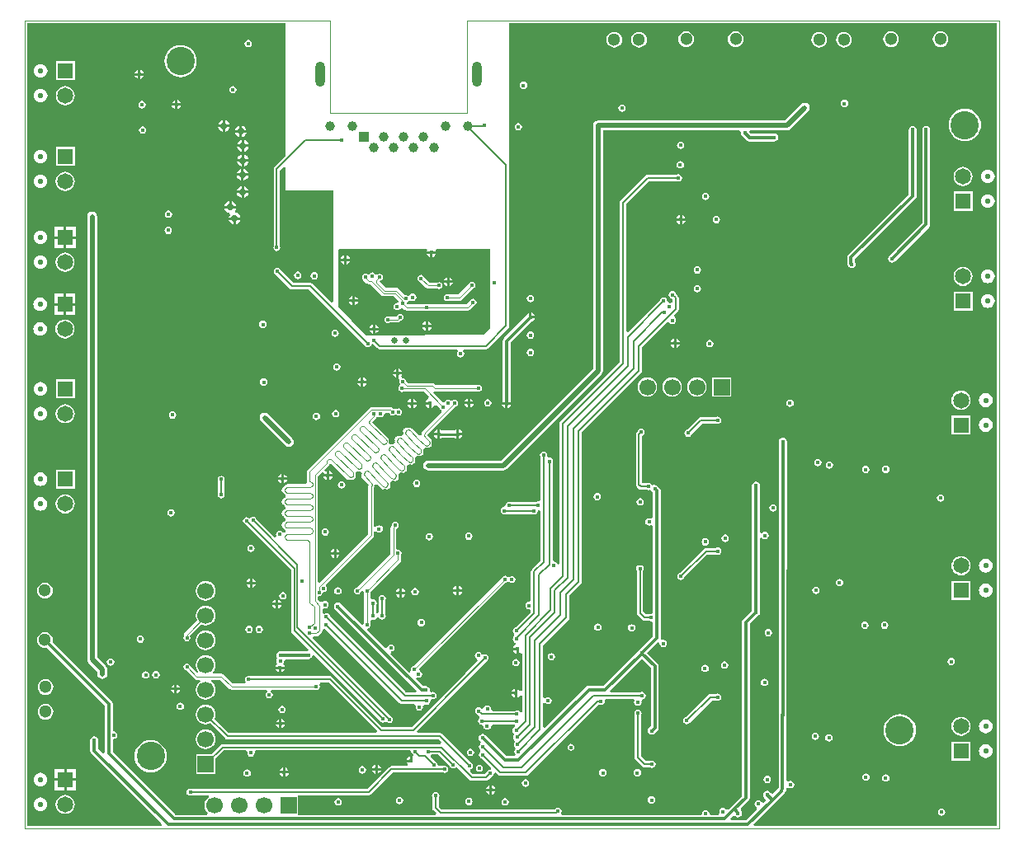
<source format=gbl>
G04*
G04 #@! TF.GenerationSoftware,Altium Limited,Altium Designer,19.0.9 (268)*
G04*
G04 Layer_Physical_Order=4*
G04 Layer_Color=16711680*
%FSLAX25Y25*%
%MOIN*%
G70*
G01*
G75*
%ADD13C,0.00984*%
%ADD18C,0.00394*%
%ADD76C,0.02165*%
%ADD80C,0.00591*%
%ADD81C,0.01181*%
%ADD82C,0.01968*%
%ADD84C,0.00435*%
%ADD87C,0.00579*%
%ADD92C,0.11417*%
%ADD93C,0.06693*%
%ADD94R,0.06693X0.06693*%
%ADD95C,0.05118*%
%ADD96O,0.03937X0.10236*%
%ADD97C,0.03937*%
%ADD98R,0.03937X0.03937*%
%ADD99C,0.06496*%
%ADD100R,0.06496X0.06496*%
%ADD101R,0.06693X0.06693*%
%ADD102C,0.01772*%
%ADD103C,0.01575*%
%ADD104C,0.02756*%
%ADD105C,0.02598*%
G36*
X392697Y-1003D02*
X392697Y-325768D01*
X294717Y-325768D01*
X294415Y-325041D01*
X302622Y-316834D01*
X302622Y-316834D01*
X306588Y-312868D01*
X306588Y-312868D01*
X306936Y-312347D01*
X306952Y-312268D01*
X307238Y-311982D01*
X307238Y-311982D01*
X307586Y-311461D01*
X307708Y-310846D01*
Y-310680D01*
X307765Y-310629D01*
X308495Y-310332D01*
X308755Y-310505D01*
X309331Y-310619D01*
X309907Y-310505D01*
X310395Y-310179D01*
X310721Y-309690D01*
X310836Y-309114D01*
X310721Y-308538D01*
X310395Y-308050D01*
X309907Y-307723D01*
X309331Y-307609D01*
X308755Y-307723D01*
X308495Y-307897D01*
X307765Y-307599D01*
X307708Y-307548D01*
Y-281301D01*
X307757Y-281053D01*
Y-222197D01*
X307846Y-221752D01*
X307846Y-221752D01*
Y-170552D01*
X307885Y-170354D01*
X307763Y-169740D01*
X307415Y-169219D01*
X306894Y-168871D01*
X306279Y-168749D01*
X305665Y-168871D01*
X305144Y-169219D01*
X305105Y-169258D01*
X304757Y-169779D01*
X304634Y-170394D01*
X304634Y-170394D01*
Y-221395D01*
X304546Y-221841D01*
X304546Y-221841D01*
Y-280855D01*
X304497Y-281102D01*
X304497Y-281102D01*
Y-310181D01*
X304317Y-310361D01*
X303969Y-310882D01*
X303954Y-310961D01*
X301980Y-312934D01*
X301313Y-312487D01*
X301037Y-312073D01*
X300516Y-311725D01*
X299902Y-311603D01*
X299287Y-311725D01*
X298766Y-312073D01*
X298418Y-312594D01*
X298296Y-313209D01*
Y-313368D01*
X298296Y-313369D01*
X298418Y-313983D01*
X298766Y-314504D01*
X299588Y-315326D01*
X298448Y-316466D01*
X298135Y-316438D01*
X297542Y-316259D01*
X297305Y-315904D01*
X296816Y-315578D01*
X296240Y-315463D01*
X295664Y-315578D01*
X295176Y-315904D01*
X294849Y-316392D01*
X294735Y-316968D01*
X294849Y-317545D01*
X295176Y-318033D01*
X295531Y-318270D01*
X295709Y-318863D01*
X295738Y-319177D01*
X291363Y-323552D01*
X285366D01*
X285065Y-322824D01*
X285988Y-321902D01*
X286935Y-321903D01*
X287456Y-322251D01*
X288071Y-322373D01*
X288685Y-322251D01*
X289206Y-321903D01*
X289554Y-321382D01*
X289676Y-320768D01*
Y-320608D01*
X289554Y-319993D01*
X289206Y-319473D01*
X289166Y-318723D01*
X292336Y-315553D01*
X292336Y-315553D01*
X292684Y-315032D01*
X292806Y-314418D01*
X292806Y-314418D01*
Y-301811D01*
Y-244208D01*
X296411Y-240604D01*
X296411Y-240604D01*
X296470Y-240545D01*
X296818Y-240024D01*
X296940Y-239409D01*
X296940Y-239409D01*
Y-209403D01*
X297728Y-209165D01*
X297892Y-209411D01*
X298381Y-209737D01*
X298957Y-209852D01*
X299533Y-209737D01*
X300021Y-209411D01*
X300347Y-208923D01*
X300462Y-208347D01*
X300347Y-207770D01*
X300021Y-207282D01*
X299533Y-206956D01*
X298957Y-206841D01*
X298381Y-206956D01*
X297892Y-207282D01*
X297728Y-207528D01*
X296940Y-207290D01*
Y-188446D01*
X296999Y-188150D01*
X296877Y-187535D01*
X296529Y-187014D01*
X296008Y-186666D01*
X295394Y-186544D01*
X294779Y-186666D01*
X294258Y-187014D01*
X294199Y-187073D01*
X293851Y-187594D01*
X293729Y-188209D01*
X293729Y-188209D01*
Y-238744D01*
X290065Y-242408D01*
X289717Y-242929D01*
X289595Y-243543D01*
X289595Y-243543D01*
Y-301811D01*
Y-313753D01*
X285621Y-317727D01*
X285621Y-317727D01*
X284137Y-319211D01*
X283187Y-319048D01*
X283112Y-318936D01*
X282623Y-318609D01*
X282047Y-318495D01*
X281471Y-318609D01*
X280983Y-318936D01*
X280657Y-319424D01*
X280542Y-320000D01*
X280653Y-320560D01*
X280656Y-320576D01*
X280225Y-321347D01*
X276845D01*
X276466Y-320886D01*
X276351Y-320310D01*
X276025Y-319821D01*
X275537Y-319495D01*
X274961Y-319380D01*
X274385Y-319495D01*
X273896Y-319821D01*
X273570Y-320310D01*
X273455Y-320886D01*
X273077Y-321347D01*
X217098D01*
X216677Y-320560D01*
X216745Y-320458D01*
X216860Y-319882D01*
X216745Y-319306D01*
X216419Y-318817D01*
X215930Y-318491D01*
X215354Y-318377D01*
X214778Y-318491D01*
X214290Y-318817D01*
X214056Y-319168D01*
X168355D01*
X167250Y-318062D01*
Y-314288D01*
X167336Y-314159D01*
X167450Y-313583D01*
X167336Y-313007D01*
X167009Y-312518D01*
X166521Y-312192D01*
X165945Y-312077D01*
X165369Y-312192D01*
X164881Y-312518D01*
X164554Y-313007D01*
X164440Y-313583D01*
X164554Y-314159D01*
X164640Y-314288D01*
Y-318602D01*
X164740Y-319102D01*
X165022Y-319525D01*
X166117Y-320620D01*
X165816Y-321347D01*
X110394D01*
Y-314198D01*
X110394Y-313583D01*
X111110Y-313411D01*
X138892D01*
X139392Y-313312D01*
X139815Y-313029D01*
X148586Y-304257D01*
X169181D01*
X169685Y-304358D01*
X170223Y-304251D01*
X170678Y-303946D01*
X170983Y-303490D01*
X171090Y-302953D01*
X170983Y-302415D01*
X170678Y-301959D01*
X170223Y-301655D01*
X169685Y-301548D01*
X169181Y-301648D01*
X167445D01*
X166759Y-301058D01*
X166652Y-300521D01*
X166348Y-300065D01*
X165892Y-299760D01*
X165827Y-299747D01*
X163841Y-297761D01*
X164167Y-296974D01*
X166980D01*
X171752Y-301746D01*
X172038Y-302174D01*
X172494Y-302479D01*
X173031Y-302585D01*
X173569Y-302479D01*
X174025Y-302174D01*
X174499Y-302127D01*
X179574Y-307202D01*
X179997Y-307485D01*
X180497Y-307584D01*
X186260D01*
X186759Y-307485D01*
X187182Y-307202D01*
X188637Y-305748D01*
X189064Y-305462D01*
X189369Y-305006D01*
X189464Y-304529D01*
X189696Y-304380D01*
X190219Y-304171D01*
X191184Y-305135D01*
X191607Y-305418D01*
X192106Y-305517D01*
X202421D01*
X202921Y-305418D01*
X203344Y-305135D01*
X231781Y-276698D01*
X232051D01*
X232180Y-276784D01*
X232756Y-276899D01*
X233332Y-276784D01*
X233820Y-276458D01*
X234147Y-275970D01*
X234261Y-275394D01*
X234231Y-275242D01*
X234779Y-274454D01*
X245799D01*
X246227Y-275231D01*
X246113Y-275807D01*
X246227Y-276383D01*
X246554Y-276871D01*
X247042Y-277198D01*
X247618Y-277312D01*
X248194Y-277198D01*
X248682Y-276871D01*
X249009Y-276383D01*
X249123Y-275807D01*
X249042Y-275396D01*
X249203Y-275008D01*
X249545Y-274616D01*
X249926Y-274540D01*
X250415Y-274214D01*
X250741Y-273726D01*
X250856Y-273150D01*
X250741Y-272574D01*
X250415Y-272085D01*
X249926Y-271759D01*
X249350Y-271644D01*
X248774Y-271759D01*
X248645Y-271845D01*
X236632D01*
X236330Y-271117D01*
X249242Y-258206D01*
X252863Y-261826D01*
Y-285477D01*
X252113Y-286227D01*
X251765Y-286748D01*
X251642Y-287362D01*
X251765Y-287977D01*
X252113Y-288498D01*
X252634Y-288846D01*
X253248Y-288968D01*
X253863Y-288846D01*
X254383Y-288498D01*
X255604Y-287277D01*
X255604Y-287277D01*
X255952Y-286756D01*
X256074Y-286142D01*
X256074Y-286142D01*
Y-261161D01*
X255952Y-260547D01*
X255604Y-260026D01*
X255604Y-260026D01*
X251444Y-255866D01*
X255715Y-251595D01*
X256440Y-251983D01*
X256428Y-252047D01*
X256542Y-252623D01*
X256869Y-253112D01*
X257357Y-253438D01*
X257933Y-253553D01*
X258509Y-253438D01*
X258998Y-253112D01*
X259324Y-252623D01*
X259438Y-252047D01*
X259324Y-251471D01*
X258998Y-250983D01*
X258509Y-250657D01*
X257933Y-250542D01*
X257462Y-250636D01*
X257272Y-250535D01*
X257172Y-250454D01*
X256821Y-250068D01*
X256881Y-249764D01*
X256881Y-249764D01*
Y-190256D01*
X256759Y-189641D01*
X256411Y-189120D01*
X256411Y-189120D01*
X255624Y-188333D01*
X255103Y-187985D01*
X254488Y-187863D01*
X254094Y-187941D01*
X253300Y-187987D01*
X252974Y-187499D01*
X252485Y-187172D01*
X251909Y-187058D01*
X251333Y-187172D01*
X251204Y-187258D01*
X249477D01*
X249415Y-187196D01*
Y-167985D01*
X249513Y-167965D01*
X250001Y-167639D01*
X250328Y-167151D01*
X250442Y-166575D01*
X250328Y-165999D01*
X250001Y-165510D01*
X249513Y-165184D01*
X248937Y-165069D01*
X248361Y-165184D01*
X247873Y-165510D01*
X247546Y-165999D01*
X247516Y-166151D01*
X247188Y-166479D01*
X246905Y-166902D01*
X246806Y-167402D01*
Y-187736D01*
X246905Y-188235D01*
X247188Y-188659D01*
X248014Y-189486D01*
X248438Y-189768D01*
X248937Y-189868D01*
X251204D01*
X251333Y-189954D01*
X251909Y-190068D01*
X252485Y-189954D01*
X253222Y-190408D01*
X253353Y-190604D01*
X253670Y-190921D01*
Y-201139D01*
X252883Y-201558D01*
X252741Y-201464D01*
X252165Y-201349D01*
X251589Y-201464D01*
X251101Y-201790D01*
X250775Y-202278D01*
X250660Y-202854D01*
X250775Y-203430D01*
X251101Y-203919D01*
X251589Y-204245D01*
X252165Y-204360D01*
X252741Y-204245D01*
X252883Y-204151D01*
X253670Y-204569D01*
Y-239384D01*
X252894Y-240010D01*
X252318Y-240125D01*
X252189Y-240211D01*
X250855D01*
X249769Y-239125D01*
Y-222417D01*
X249855Y-222289D01*
X249970Y-221713D01*
X249855Y-221136D01*
X249529Y-220648D01*
X249041Y-220322D01*
X248465Y-220207D01*
X247888Y-220322D01*
X247400Y-220648D01*
X247074Y-221136D01*
X246959Y-221713D01*
X247074Y-222289D01*
X247160Y-222417D01*
Y-239665D01*
X247259Y-240165D01*
X247542Y-240588D01*
X249393Y-242438D01*
X249816Y-242721D01*
X250315Y-242820D01*
X252189D01*
X252318Y-242906D01*
X252894Y-243021D01*
X253670Y-243648D01*
Y-249099D01*
X248038Y-254731D01*
X247760Y-255146D01*
X233744Y-269162D01*
X227815D01*
X227815Y-269162D01*
X227201Y-269284D01*
X226680Y-269632D01*
X226680Y-269632D01*
X210202Y-286110D01*
X209415Y-285784D01*
Y-276255D01*
X210202Y-276016D01*
X210314Y-276183D01*
X210802Y-276509D01*
X211378Y-276623D01*
X211954Y-276509D01*
X212442Y-276183D01*
X212769Y-275694D01*
X212883Y-275118D01*
X212769Y-274542D01*
X212442Y-274054D01*
X211954Y-273727D01*
X211378Y-273613D01*
X210802Y-273727D01*
X210314Y-274054D01*
X210202Y-274220D01*
X209415Y-273981D01*
Y-252706D01*
X219604Y-242517D01*
X219886Y-242094D01*
X219986Y-241595D01*
Y-232647D01*
X224584Y-228048D01*
X224867Y-227625D01*
X224966Y-227126D01*
Y-166623D01*
X248954Y-142635D01*
X249237Y-142212D01*
X249336Y-141713D01*
Y-132253D01*
X259484Y-122105D01*
X260434Y-122269D01*
X260510Y-122383D01*
X260999Y-122710D01*
X261575Y-122824D01*
X262151Y-122710D01*
X262639Y-122383D01*
X262965Y-121895D01*
X263080Y-121319D01*
X262965Y-120743D01*
X262639Y-120255D01*
X262525Y-120178D01*
X262361Y-119228D01*
X263737Y-117852D01*
X264020Y-117428D01*
X264120Y-116929D01*
Y-112244D01*
X264020Y-111745D01*
X263737Y-111322D01*
X263015Y-110600D01*
X262985Y-110448D01*
X262659Y-109959D01*
X262171Y-109633D01*
X261595Y-109518D01*
X261018Y-109633D01*
X260530Y-109959D01*
X260204Y-110448D01*
X260089Y-111024D01*
X260204Y-111600D01*
X260530Y-112088D01*
X261018Y-112414D01*
X261171Y-112445D01*
X261510Y-112785D01*
Y-113837D01*
X261255Y-114045D01*
X260723Y-114328D01*
X260295Y-114243D01*
X260225Y-114257D01*
X259555Y-113593D01*
X259557Y-113583D01*
X259442Y-113007D01*
X259116Y-112518D01*
X258627Y-112192D01*
X258051Y-112077D01*
X257475Y-112192D01*
X256987Y-112518D01*
X256661Y-113007D01*
X256630Y-113159D01*
X243646Y-126143D01*
X242919Y-125841D01*
Y-74241D01*
X252076Y-65084D01*
X263252D01*
X263381Y-65170D01*
X263957Y-65285D01*
X264533Y-65170D01*
X265021Y-64844D01*
X265347Y-64356D01*
X265462Y-63779D01*
X265347Y-63204D01*
X265021Y-62715D01*
X264533Y-62389D01*
X263957Y-62274D01*
X263381Y-62389D01*
X263252Y-62475D01*
X251535D01*
X251036Y-62574D01*
X250613Y-62857D01*
X240692Y-72778D01*
X240409Y-73202D01*
X240310Y-73701D01*
Y-138141D01*
X216341Y-162109D01*
X216058Y-162532D01*
X215959Y-163031D01*
Y-219926D01*
X215172Y-220003D01*
X215151Y-219896D01*
X214824Y-219408D01*
X214336Y-219082D01*
X213760Y-218967D01*
X213116Y-218292D01*
Y-179051D01*
X213202Y-178922D01*
X213316Y-178347D01*
X213202Y-177770D01*
X212875Y-177282D01*
X212387Y-176956D01*
X211811Y-176841D01*
X211639Y-176875D01*
X211509Y-176828D01*
X211407Y-176763D01*
X210980Y-176251D01*
X211052Y-175886D01*
X210938Y-175310D01*
X210612Y-174821D01*
X210123Y-174495D01*
X209547Y-174381D01*
X208971Y-174495D01*
X208483Y-174821D01*
X208156Y-175310D01*
X208042Y-175886D01*
X208156Y-176462D01*
X208243Y-176591D01*
Y-194119D01*
X207455Y-194611D01*
X207185Y-194558D01*
X206609Y-194672D01*
X206480Y-194758D01*
X195728D01*
X195699Y-194764D01*
X195551Y-194735D01*
X194975Y-194850D01*
X194487Y-195176D01*
X194160Y-195664D01*
X194046Y-196240D01*
X193740Y-196861D01*
X193164Y-196975D01*
X192676Y-197302D01*
X192350Y-197790D01*
X192235Y-198366D01*
X192350Y-198942D01*
X192676Y-199431D01*
X193164Y-199757D01*
X193740Y-199871D01*
X194316Y-199757D01*
X194445Y-199671D01*
X204886D01*
X205133Y-199836D01*
X205709Y-199950D01*
X206285Y-199836D01*
X206773Y-199509D01*
X207099Y-199021D01*
X207214Y-198445D01*
X207187Y-198310D01*
X207187Y-198275D01*
X207455Y-198126D01*
X208243Y-198590D01*
Y-218554D01*
X204786Y-222011D01*
X204503Y-222434D01*
X204404Y-222933D01*
Y-234545D01*
X203622Y-235168D01*
X203046Y-235282D01*
X202558Y-235609D01*
X202231Y-236097D01*
X202117Y-236673D01*
X202231Y-237249D01*
X202558Y-237738D01*
X203046Y-238064D01*
X203622Y-238178D01*
X204167Y-238613D01*
X204205Y-239501D01*
X198178Y-245528D01*
X198026Y-245558D01*
X197538Y-245884D01*
X197212Y-246373D01*
X197097Y-246949D01*
X197212Y-247525D01*
X197538Y-248013D01*
X197595Y-248796D01*
X197545Y-248965D01*
X197318Y-249304D01*
X197279Y-249500D01*
X197133Y-249719D01*
X197018Y-250295D01*
X197133Y-250871D01*
X197459Y-251360D01*
X197948Y-251686D01*
X198194Y-251735D01*
X198264Y-252376D01*
X198241Y-252547D01*
X197656Y-252938D01*
X197239Y-253561D01*
X197192Y-253797D01*
X199016D01*
Y-254297D01*
X199516D01*
Y-256120D01*
X199752Y-256074D01*
X200034Y-255885D01*
X200821Y-256299D01*
Y-271006D01*
X200034Y-271221D01*
X199743Y-270786D01*
X199119Y-270369D01*
X198883Y-270322D01*
Y-272146D01*
Y-273969D01*
X199119Y-273922D01*
X199743Y-273505D01*
X200034Y-273070D01*
X200821Y-273285D01*
Y-279807D01*
X200520Y-279912D01*
X200034Y-279938D01*
X199785Y-279566D01*
X199296Y-279239D01*
X198721Y-279125D01*
X198144Y-279239D01*
X198015Y-279325D01*
X188946D01*
X188333Y-278538D01*
X188336Y-278524D01*
X188221Y-277948D01*
X187895Y-277459D01*
X187407Y-277133D01*
X186831Y-277018D01*
X186255Y-277133D01*
X185766Y-277459D01*
X185440Y-277948D01*
X185377Y-278265D01*
X184576Y-278484D01*
X184431Y-278266D01*
X183942Y-277940D01*
X183366Y-277825D01*
X182790Y-277940D01*
X182302Y-278266D01*
X181975Y-278755D01*
X181861Y-279331D01*
X181975Y-279907D01*
X182302Y-280395D01*
X182790Y-280721D01*
X182942Y-280752D01*
X183524Y-281334D01*
X183551Y-282187D01*
X183522Y-282282D01*
X183196Y-282770D01*
X183081Y-283347D01*
X183196Y-283923D01*
X183522Y-284411D01*
X184011Y-284737D01*
X184587Y-284852D01*
X185247Y-285453D01*
X185361Y-286029D01*
X185688Y-286517D01*
X186176Y-286843D01*
X186752Y-286958D01*
X187328Y-286843D01*
X187816Y-286517D01*
X188143Y-286029D01*
X188257Y-285453D01*
X188916Y-284730D01*
X197780D01*
X197806Y-284747D01*
X197871Y-285004D01*
X197908Y-285755D01*
X197420Y-286081D01*
X197093Y-286570D01*
X196979Y-287146D01*
X197093Y-287722D01*
X197420Y-288210D01*
X197770Y-288751D01*
X197514Y-289148D01*
X197448Y-289247D01*
X197333Y-289823D01*
X197448Y-290399D01*
X197774Y-290887D01*
X197951Y-291689D01*
X197864Y-291822D01*
X197625Y-292180D01*
X197511Y-292756D01*
X197625Y-293332D01*
X197951Y-293820D01*
X198012Y-293861D01*
X198164Y-294683D01*
X198105Y-294798D01*
X197842Y-295192D01*
X197727Y-295768D01*
X197842Y-296344D01*
X198168Y-296832D01*
X198179Y-296839D01*
X197940Y-297627D01*
X194622D01*
X186057Y-289061D01*
X185536Y-288713D01*
X184921Y-288591D01*
X184307Y-288713D01*
X183786Y-289061D01*
X183438Y-289582D01*
X183316Y-290197D01*
X183438Y-290811D01*
X183786Y-291332D01*
X184141Y-291688D01*
X183976Y-292636D01*
X183857Y-292715D01*
X183530Y-293203D01*
X183416Y-293779D01*
X183530Y-294356D01*
X183857Y-294844D01*
X184028Y-294958D01*
Y-295849D01*
X183857Y-295963D01*
X183530Y-296451D01*
X183416Y-297028D01*
X183530Y-297604D01*
X183857Y-298092D01*
X184345Y-298418D01*
X184497Y-298448D01*
X188369Y-302320D01*
X188159Y-302844D01*
X188011Y-303076D01*
X187533Y-303170D01*
X187077Y-303475D01*
X186792Y-303903D01*
X185720Y-304975D01*
X181037D01*
X179812Y-303750D01*
X180071Y-302895D01*
X180183Y-302873D01*
X180639Y-302568D01*
X180944Y-302112D01*
X181051Y-301575D01*
X180944Y-301037D01*
X180639Y-300581D01*
X180211Y-300296D01*
X168560Y-288645D01*
X168137Y-288362D01*
X167638Y-288262D01*
X158594D01*
X158268Y-287475D01*
X179958Y-265785D01*
X180189Y-265439D01*
X186804Y-258824D01*
X186886Y-258769D01*
X187191Y-258313D01*
X187298Y-257776D01*
X187191Y-257238D01*
X186886Y-256782D01*
X186431Y-256478D01*
X185893Y-256371D01*
X185355Y-256478D01*
X185281Y-256527D01*
X184495Y-256381D01*
X184372Y-256259D01*
X184143Y-255916D01*
X183687Y-255611D01*
X183150Y-255504D01*
X182612Y-255611D01*
X182156Y-255916D01*
X181852Y-256372D01*
X181745Y-256909D01*
X181852Y-257447D01*
X182156Y-257903D01*
X182612Y-258208D01*
X182616Y-258208D01*
X182875Y-259063D01*
X178113Y-263825D01*
X177882Y-264170D01*
X156251Y-285802D01*
X144418D01*
X124279Y-265662D01*
X123855Y-265379D01*
X123356Y-265280D01*
X90513D01*
X90256Y-265229D01*
X89718Y-265336D01*
X89262Y-265640D01*
X88958Y-266096D01*
X88851Y-266634D01*
X88958Y-267172D01*
X89175Y-267496D01*
X89027Y-267983D01*
X88828Y-268284D01*
X83963D01*
X80281Y-264601D01*
X79890Y-264340D01*
X79429Y-264248D01*
X79429Y-264248D01*
X76272D01*
X76042Y-263841D01*
X75954Y-263461D01*
X76512Y-262734D01*
X76909Y-261776D01*
X77044Y-260748D01*
X76909Y-259720D01*
X76512Y-258763D01*
X75881Y-257940D01*
X75059Y-257309D01*
X74101Y-256912D01*
X73073Y-256777D01*
X72045Y-256912D01*
X71088Y-257309D01*
X70265Y-257940D01*
X69634Y-258763D01*
X69237Y-259720D01*
X69102Y-260748D01*
X69237Y-261776D01*
X69634Y-262734D01*
X70119Y-263365D01*
X69525Y-263885D01*
X66784Y-261144D01*
X66751Y-260978D01*
X66446Y-260522D01*
X65990Y-260218D01*
X65453Y-260111D01*
X64915Y-260218D01*
X64459Y-260522D01*
X64155Y-260978D01*
X64048Y-261516D01*
X64155Y-262053D01*
X64459Y-262509D01*
X64915Y-262814D01*
X65081Y-262847D01*
X68538Y-266304D01*
X68538Y-266304D01*
X68929Y-266565D01*
X69390Y-266657D01*
X70710D01*
X70911Y-267444D01*
X70265Y-267940D01*
X69634Y-268763D01*
X69237Y-269720D01*
X69102Y-270748D01*
X69237Y-271776D01*
X69634Y-272733D01*
X70265Y-273556D01*
X71088Y-274187D01*
X72045Y-274584D01*
X73073Y-274719D01*
X74101Y-274584D01*
X75059Y-274187D01*
X75881Y-273556D01*
X76512Y-272733D01*
X76909Y-271776D01*
X77044Y-270748D01*
X76909Y-269720D01*
X76512Y-268763D01*
X75881Y-267940D01*
X75235Y-267444D01*
X75436Y-266657D01*
X78930D01*
X82613Y-270340D01*
X83004Y-270601D01*
X83465Y-270692D01*
X83465Y-270692D01*
X97606D01*
X97845Y-271480D01*
X97558Y-271672D01*
X97231Y-272160D01*
X97117Y-272736D01*
X97231Y-273312D01*
X97558Y-273801D01*
X98046Y-274127D01*
X98622Y-274241D01*
X99198Y-274127D01*
X99686Y-273801D01*
X100013Y-273312D01*
X100127Y-272736D01*
X100013Y-272160D01*
X99686Y-271672D01*
X99399Y-271480D01*
X99638Y-270692D01*
X117098D01*
X117238Y-270786D01*
X117776Y-270893D01*
X118313Y-270786D01*
X118769Y-270482D01*
X119074Y-270026D01*
X119181Y-269488D01*
X119074Y-268951D01*
X118891Y-268677D01*
X119115Y-268049D01*
X119239Y-267889D01*
X122816D01*
X142402Y-287475D01*
X142076Y-288262D01*
X82432D01*
X76627Y-282457D01*
X76909Y-281776D01*
X77044Y-280748D01*
X76909Y-279720D01*
X76512Y-278763D01*
X75881Y-277940D01*
X75059Y-277309D01*
X74101Y-276912D01*
X73073Y-276777D01*
X72045Y-276912D01*
X71088Y-277309D01*
X70265Y-277940D01*
X69634Y-278763D01*
X69237Y-279720D01*
X69102Y-280748D01*
X69237Y-281776D01*
X69634Y-282733D01*
X70265Y-283556D01*
X71088Y-284187D01*
X72045Y-284584D01*
X73073Y-284719D01*
X74101Y-284584D01*
X74782Y-284302D01*
X80969Y-290489D01*
X81393Y-290772D01*
X81892Y-290872D01*
X167097D01*
X168130Y-291904D01*
X167804Y-292691D01*
X79825D01*
X79326Y-292791D01*
X78903Y-293074D01*
X75165Y-296811D01*
X69136D01*
Y-304685D01*
X77010D01*
Y-298656D01*
X80365Y-295301D01*
X89329D01*
X89868Y-296088D01*
X89833Y-296260D01*
X89948Y-296836D01*
X90274Y-297324D01*
X90763Y-297651D01*
X91339Y-297765D01*
X91915Y-297651D01*
X92403Y-297324D01*
X92729Y-296836D01*
X92844Y-296260D01*
X92810Y-296088D01*
X93348Y-295301D01*
X155773D01*
X156075Y-295669D01*
X156182Y-296207D01*
X156487Y-296663D01*
X156915Y-296949D01*
X156986Y-297020D01*
X156602Y-297738D01*
Y-299570D01*
X156102D01*
Y-300070D01*
X154279D01*
X154326Y-300306D01*
X154697Y-300861D01*
X154618Y-301193D01*
X154401Y-301648D01*
X148046D01*
X147547Y-301747D01*
X147124Y-302030D01*
X138352Y-310802D01*
X67536D01*
X67407Y-310716D01*
X66831Y-310601D01*
X66255Y-310716D01*
X65766Y-311042D01*
X65440Y-311530D01*
X65325Y-312106D01*
X65440Y-312682D01*
X65766Y-313171D01*
X66255Y-313497D01*
X66831Y-313612D01*
X67407Y-313497D01*
X67536Y-313411D01*
X74112D01*
X74189Y-313554D01*
X74318Y-314198D01*
X73649Y-314712D01*
X73018Y-315534D01*
X72621Y-316492D01*
X72486Y-317520D01*
X72621Y-318548D01*
X73018Y-319505D01*
X73649Y-320328D01*
X73951Y-320560D01*
X73684Y-321347D01*
X60852D01*
X35474Y-295969D01*
Y-290959D01*
X35935Y-290580D01*
X36511Y-290465D01*
X36999Y-290139D01*
X37326Y-289651D01*
X37440Y-289075D01*
X37326Y-288499D01*
X36999Y-288010D01*
X36511Y-287684D01*
X35935Y-287569D01*
X35474Y-287191D01*
Y-276388D01*
X35474Y-276388D01*
X35351Y-275773D01*
X35004Y-275252D01*
X11142Y-251391D01*
X11248Y-250590D01*
X11139Y-249768D01*
X10822Y-249002D01*
X10317Y-248344D01*
X9659Y-247839D01*
X8893Y-247522D01*
X8071Y-247414D01*
X7249Y-247522D01*
X6482Y-247839D01*
X5824Y-248344D01*
X5320Y-249002D01*
X5002Y-249768D01*
X4894Y-250590D01*
X5002Y-251413D01*
X5320Y-252179D01*
X5824Y-252837D01*
X6482Y-253342D01*
X7249Y-253659D01*
X8071Y-253767D01*
X8872Y-253662D01*
X32263Y-277053D01*
Y-296221D01*
X31475Y-296547D01*
X29637Y-294709D01*
Y-291240D01*
X29515Y-290626D01*
X29167Y-290105D01*
X28646Y-289757D01*
X28032Y-289634D01*
X27417Y-289757D01*
X26896Y-290105D01*
X26548Y-290626D01*
X26426Y-291240D01*
Y-295374D01*
X26426Y-295374D01*
X26548Y-295988D01*
X26896Y-296509D01*
X55427Y-325041D01*
X55126Y-325768D01*
X1003D01*
X1003Y-1003D01*
X38730Y-1003D01*
X38730Y-1003D01*
X105118Y-1003D01*
Y-54935D01*
X100853Y-59200D01*
X100572Y-59621D01*
X100473Y-60118D01*
Y-91394D01*
X100367Y-91929D01*
X100474Y-92467D01*
X100778Y-92923D01*
X101234Y-93227D01*
X101772Y-93334D01*
X102309Y-93227D01*
X102765Y-92923D01*
X103070Y-92467D01*
X103177Y-91929D01*
X103070Y-91394D01*
Y-60656D01*
X104391Y-59336D01*
X105118Y-59637D01*
Y-68799D01*
X112598Y-68799D01*
X124606D01*
Y-113979D01*
X123819Y-114305D01*
X116076Y-106562D01*
X115654Y-106281D01*
X115157Y-106182D01*
X108432D01*
X103206Y-100956D01*
X102903Y-100503D01*
X102447Y-100198D01*
X101909Y-100091D01*
X101372Y-100198D01*
X100916Y-100503D01*
X100611Y-100958D01*
X100505Y-101496D01*
X100611Y-102034D01*
X100916Y-102489D01*
X101369Y-102792D01*
X106975Y-108398D01*
X107397Y-108680D01*
X107894Y-108779D01*
X107894Y-108779D01*
X114620D01*
X137188Y-131347D01*
X137491Y-131800D01*
X137947Y-132105D01*
X138484Y-132212D01*
X139022Y-132105D01*
X139478Y-131800D01*
X139782Y-131345D01*
X139809Y-131209D01*
X140154Y-130969D01*
X140642Y-130865D01*
X142403Y-132625D01*
X142403Y-132625D01*
X142824Y-132906D01*
X143321Y-133005D01*
X174699D01*
X174959Y-133778D01*
X174633Y-134266D01*
X174518Y-134843D01*
X174633Y-135419D01*
X174959Y-135907D01*
X175448Y-136233D01*
X176024Y-136348D01*
X176600Y-136233D01*
X177088Y-135907D01*
X177414Y-135419D01*
X177529Y-134843D01*
X177414Y-134266D01*
X177088Y-133778D01*
X177349Y-133005D01*
X186292D01*
X186789Y-132906D01*
X187210Y-132625D01*
X195334Y-124501D01*
X195334Y-124501D01*
X195615Y-124080D01*
X195714Y-123583D01*
Y-91168D01*
X195688Y-91037D01*
Y-58366D01*
X195688Y-58366D01*
X195669Y-58270D01*
X195669Y-1003D01*
X392697Y-1003D01*
D02*
G37*
G36*
X162224Y-92520D02*
X162492Y-93020D01*
X162397Y-93162D01*
X162350Y-93398D01*
X165997D01*
X165950Y-93162D01*
X165855Y-93020D01*
X166122Y-92520D01*
X187894Y-92520D01*
X187894Y-124655D01*
X185388Y-127162D01*
X137721Y-127581D01*
X126490Y-115870D01*
X126490Y-92967D01*
X126990Y-92520D01*
X162224Y-92520D01*
D02*
G37*
%LPC*%
G36*
X287165Y-4441D02*
X286343Y-4550D01*
X285577Y-4867D01*
X284919Y-5372D01*
X284414Y-6030D01*
X284097Y-6796D01*
X283989Y-7618D01*
X284097Y-8440D01*
X284414Y-9206D01*
X284919Y-9864D01*
X285577Y-10369D01*
X286343Y-10687D01*
X287165Y-10795D01*
X287988Y-10687D01*
X288754Y-10369D01*
X289412Y-9864D01*
X289916Y-9206D01*
X290234Y-8440D01*
X290342Y-7618D01*
X290234Y-6796D01*
X289916Y-6030D01*
X289412Y-5372D01*
X288754Y-4867D01*
X287988Y-4550D01*
X287165Y-4441D01*
D02*
G37*
G36*
X267165D02*
X266343Y-4550D01*
X265577Y-4867D01*
X264919Y-5372D01*
X264414Y-6030D01*
X264097Y-6796D01*
X263989Y-7618D01*
X264097Y-8440D01*
X264414Y-9206D01*
X264919Y-9864D01*
X265577Y-10369D01*
X266343Y-10687D01*
X267165Y-10795D01*
X267988Y-10687D01*
X268754Y-10369D01*
X269412Y-9864D01*
X269917Y-9206D01*
X270234Y-8440D01*
X270342Y-7618D01*
X270234Y-6796D01*
X269917Y-6030D01*
X269412Y-5372D01*
X268754Y-4867D01*
X267988Y-4550D01*
X267165Y-4441D01*
D02*
G37*
G36*
X369921Y-4461D02*
X369099Y-4569D01*
X368333Y-4887D01*
X367675Y-5392D01*
X367170Y-6049D01*
X366853Y-6816D01*
X366744Y-7638D01*
X366853Y-8460D01*
X367170Y-9226D01*
X367675Y-9884D01*
X368333Y-10389D01*
X369099Y-10706D01*
X369921Y-10815D01*
X370743Y-10706D01*
X371510Y-10389D01*
X372168Y-9884D01*
X372672Y-9226D01*
X372990Y-8460D01*
X373098Y-7638D01*
X372990Y-6816D01*
X372672Y-6049D01*
X372168Y-5392D01*
X371510Y-4887D01*
X370743Y-4569D01*
X369921Y-4461D01*
D02*
G37*
G36*
X349921D02*
X349099Y-4569D01*
X348333Y-4887D01*
X347675Y-5392D01*
X347170Y-6049D01*
X346853Y-6816D01*
X346744Y-7638D01*
X346853Y-8460D01*
X347170Y-9226D01*
X347675Y-9884D01*
X348333Y-10389D01*
X349099Y-10706D01*
X349921Y-10815D01*
X350743Y-10706D01*
X351510Y-10389D01*
X352168Y-9884D01*
X352672Y-9226D01*
X352990Y-8460D01*
X353098Y-7638D01*
X352990Y-6816D01*
X352672Y-6049D01*
X352168Y-5392D01*
X351510Y-4887D01*
X350743Y-4569D01*
X349921Y-4461D01*
D02*
G37*
G36*
X90256Y-7943D02*
X89680Y-8058D01*
X89192Y-8384D01*
X88865Y-8873D01*
X88751Y-9449D01*
X88865Y-10025D01*
X89192Y-10513D01*
X89680Y-10840D01*
X90256Y-10954D01*
X90832Y-10840D01*
X91320Y-10513D01*
X91647Y-10025D01*
X91761Y-9449D01*
X91647Y-8873D01*
X91320Y-8384D01*
X90832Y-8058D01*
X90256Y-7943D01*
D02*
G37*
G36*
X238110Y-4677D02*
X237288Y-4786D01*
X236522Y-5103D01*
X235864Y-5608D01*
X235359Y-6266D01*
X235042Y-7032D01*
X234933Y-7854D01*
X235042Y-8676D01*
X235359Y-9443D01*
X235864Y-10101D01*
X236522Y-10605D01*
X237288Y-10923D01*
X238110Y-11031D01*
X238932Y-10923D01*
X239699Y-10605D01*
X240357Y-10101D01*
X240861Y-9443D01*
X241179Y-8676D01*
X241287Y-7854D01*
X241179Y-7032D01*
X240861Y-6266D01*
X240357Y-5608D01*
X239699Y-5103D01*
X238932Y-4786D01*
X238110Y-4677D01*
D02*
G37*
G36*
X248110Y-4678D02*
X247288Y-4786D01*
X246522Y-5103D01*
X245864Y-5608D01*
X245359Y-6266D01*
X245042Y-7032D01*
X244933Y-7854D01*
X245042Y-8676D01*
X245359Y-9443D01*
X245864Y-10101D01*
X246522Y-10605D01*
X247288Y-10923D01*
X248110Y-11031D01*
X248932Y-10923D01*
X249699Y-10605D01*
X250357Y-10101D01*
X250861Y-9443D01*
X251179Y-8676D01*
X251287Y-7854D01*
X251179Y-7032D01*
X250861Y-6266D01*
X250357Y-5608D01*
X249699Y-5103D01*
X248932Y-4786D01*
X248110Y-4678D01*
D02*
G37*
G36*
X320866Y-4697D02*
X320044Y-4806D01*
X319278Y-5123D01*
X318620Y-5628D01*
X318115Y-6286D01*
X317798Y-7052D01*
X317689Y-7874D01*
X317798Y-8696D01*
X318115Y-9462D01*
X318620Y-10120D01*
X319278Y-10625D01*
X320044Y-10943D01*
X320866Y-11051D01*
X321688Y-10943D01*
X322455Y-10625D01*
X323112Y-10120D01*
X323617Y-9462D01*
X323935Y-8696D01*
X324043Y-7874D01*
X323935Y-7052D01*
X323617Y-6286D01*
X323112Y-5628D01*
X322455Y-5123D01*
X321688Y-4806D01*
X320866Y-4697D01*
D02*
G37*
G36*
X330866Y-4697D02*
X330044Y-4806D01*
X329278Y-5123D01*
X328620Y-5628D01*
X328115Y-6286D01*
X327798Y-7052D01*
X327689Y-7874D01*
X327798Y-8696D01*
X328115Y-9462D01*
X328620Y-10120D01*
X329278Y-10625D01*
X330044Y-10943D01*
X330866Y-11051D01*
X331688Y-10943D01*
X332454Y-10625D01*
X333112Y-10120D01*
X333617Y-9462D01*
X333935Y-8696D01*
X334043Y-7874D01*
X333935Y-7052D01*
X333617Y-6286D01*
X333112Y-5628D01*
X332454Y-5123D01*
X331688Y-4806D01*
X330866Y-4697D01*
D02*
G37*
G36*
X46711Y-20027D02*
Y-21350D01*
X48034D01*
X47987Y-21115D01*
X47570Y-20491D01*
X46946Y-20074D01*
X46711Y-20027D01*
D02*
G37*
G36*
X45711D02*
X45475Y-20074D01*
X44851Y-20491D01*
X44434Y-21115D01*
X44387Y-21350D01*
X45711D01*
Y-20027D01*
D02*
G37*
G36*
X62894Y-10008D02*
X61620Y-10133D01*
X60396Y-10505D01*
X59267Y-11108D01*
X58278Y-11920D01*
X57466Y-12909D01*
X56863Y-14038D01*
X56492Y-15262D01*
X56366Y-16535D01*
X56492Y-17809D01*
X56863Y-19033D01*
X57466Y-20162D01*
X58278Y-21151D01*
X59267Y-21963D01*
X60396Y-22566D01*
X61620Y-22938D01*
X62894Y-23063D01*
X64167Y-22938D01*
X65392Y-22566D01*
X66520Y-21963D01*
X67509Y-21151D01*
X68321Y-20162D01*
X68924Y-19033D01*
X69296Y-17809D01*
X69421Y-16535D01*
X69296Y-15262D01*
X68924Y-14038D01*
X68321Y-12909D01*
X67509Y-11920D01*
X66520Y-11108D01*
X65392Y-10505D01*
X64167Y-10133D01*
X62894Y-10008D01*
D02*
G37*
G36*
X6339Y-17693D02*
X5619Y-17787D01*
X4949Y-18065D01*
X4373Y-18507D01*
X3931Y-19083D01*
X3654Y-19753D01*
X3559Y-20472D01*
X3654Y-21192D01*
X3931Y-21862D01*
X4373Y-22438D01*
X4949Y-22880D01*
X5619Y-23157D01*
X6339Y-23252D01*
X7058Y-23157D01*
X7728Y-22880D01*
X8304Y-22438D01*
X8746Y-21862D01*
X9024Y-21192D01*
X9118Y-20472D01*
X9024Y-19753D01*
X8746Y-19083D01*
X8304Y-18507D01*
X7728Y-18065D01*
X7058Y-17787D01*
X6339Y-17693D01*
D02*
G37*
G36*
X48034Y-22350D02*
X46711D01*
Y-23674D01*
X46946Y-23627D01*
X47570Y-23210D01*
X47987Y-22586D01*
X48034Y-22350D01*
D02*
G37*
G36*
X45711D02*
X44387D01*
X44434Y-22586D01*
X44851Y-23210D01*
X45475Y-23627D01*
X45711Y-23674D01*
Y-22350D01*
D02*
G37*
G36*
X20177Y-16634D02*
X12500D01*
Y-24311D01*
X20177D01*
Y-16634D01*
D02*
G37*
G36*
X201398Y-24814D02*
X200822Y-24928D01*
X200333Y-25254D01*
X200007Y-25743D01*
X199892Y-26319D01*
X200007Y-26895D01*
X200333Y-27383D01*
X200822Y-27710D01*
X201398Y-27824D01*
X201974Y-27710D01*
X202462Y-27383D01*
X202788Y-26895D01*
X202903Y-26319D01*
X202788Y-25743D01*
X202462Y-25254D01*
X201974Y-24928D01*
X201398Y-24814D01*
D02*
G37*
G36*
X84049Y-26554D02*
X83473Y-26668D01*
X82985Y-26995D01*
X82658Y-27483D01*
X82544Y-28059D01*
X82658Y-28635D01*
X82985Y-29123D01*
X83473Y-29450D01*
X84049Y-29564D01*
X84625Y-29450D01*
X85114Y-29123D01*
X85440Y-28635D01*
X85554Y-28059D01*
X85440Y-27483D01*
X85114Y-26995D01*
X84625Y-26668D01*
X84049Y-26554D01*
D02*
G37*
G36*
X6339Y-27693D02*
X5619Y-27788D01*
X4949Y-28065D01*
X4373Y-28507D01*
X3931Y-29083D01*
X3654Y-29753D01*
X3559Y-30472D01*
X3654Y-31192D01*
X3931Y-31862D01*
X4373Y-32438D01*
X4949Y-32880D01*
X5619Y-33157D01*
X6339Y-33252D01*
X7058Y-33157D01*
X7728Y-32880D01*
X8304Y-32438D01*
X8746Y-31862D01*
X9024Y-31192D01*
X9118Y-30472D01*
X9024Y-29753D01*
X8746Y-29083D01*
X8304Y-28507D01*
X7728Y-28065D01*
X7058Y-27788D01*
X6339Y-27693D01*
D02*
G37*
G36*
X61721Y-32232D02*
Y-33555D01*
X63044D01*
X62997Y-33319D01*
X62580Y-32695D01*
X61956Y-32279D01*
X61721Y-32232D01*
D02*
G37*
G36*
X60720D02*
X60485Y-32279D01*
X59861Y-32695D01*
X59444Y-33319D01*
X59397Y-33555D01*
X60720D01*
Y-32232D01*
D02*
G37*
G36*
X16339Y-26601D02*
X15337Y-26733D01*
X14403Y-27119D01*
X13601Y-27735D01*
X12986Y-28537D01*
X12599Y-29470D01*
X12467Y-30472D01*
X12599Y-31475D01*
X12986Y-32408D01*
X13601Y-33210D01*
X14403Y-33825D01*
X15337Y-34212D01*
X16339Y-34344D01*
X17341Y-34212D01*
X18274Y-33825D01*
X19076Y-33210D01*
X19692Y-32408D01*
X20078Y-31475D01*
X20210Y-30472D01*
X20078Y-29470D01*
X19692Y-28537D01*
X19076Y-27735D01*
X18274Y-27119D01*
X17341Y-26733D01*
X16339Y-26601D01*
D02*
G37*
G36*
X331102Y-32181D02*
X330526Y-32295D01*
X330038Y-32622D01*
X329712Y-33110D01*
X329597Y-33686D01*
X329712Y-34262D01*
X330038Y-34750D01*
X330526Y-35077D01*
X331102Y-35191D01*
X331678Y-35077D01*
X332167Y-34750D01*
X332493Y-34262D01*
X332608Y-33686D01*
X332493Y-33110D01*
X332167Y-32622D01*
X331678Y-32295D01*
X331102Y-32181D01*
D02*
G37*
G36*
X47343Y-32648D02*
X46766Y-32763D01*
X46278Y-33089D01*
X45952Y-33577D01*
X45837Y-34154D01*
X45952Y-34730D01*
X46278Y-35218D01*
X46766Y-35544D01*
X47343Y-35659D01*
X47919Y-35544D01*
X48407Y-35218D01*
X48733Y-34730D01*
X48848Y-34154D01*
X48733Y-33577D01*
X48407Y-33089D01*
X47919Y-32763D01*
X47343Y-32648D01*
D02*
G37*
G36*
X63044Y-34555D02*
X61721D01*
Y-35878D01*
X61956Y-35831D01*
X62580Y-35415D01*
X62997Y-34791D01*
X63044Y-34555D01*
D02*
G37*
G36*
X60720D02*
X59397D01*
X59444Y-34791D01*
X59861Y-35415D01*
X60485Y-35831D01*
X60720Y-35878D01*
Y-34555D01*
D02*
G37*
G36*
X241240Y-34026D02*
X240664Y-34141D01*
X240176Y-34467D01*
X239849Y-34955D01*
X239735Y-35531D01*
X239849Y-36108D01*
X240176Y-36596D01*
X240664Y-36922D01*
X241240Y-37037D01*
X241816Y-36922D01*
X242305Y-36596D01*
X242631Y-36108D01*
X242745Y-35531D01*
X242631Y-34955D01*
X242305Y-34467D01*
X241816Y-34141D01*
X241240Y-34026D01*
D02*
G37*
G36*
X80913Y-40391D02*
Y-42217D01*
X82739D01*
X82653Y-41789D01*
X82128Y-41002D01*
X81341Y-40477D01*
X80913Y-40391D01*
D02*
G37*
G36*
X79913D02*
X79486Y-40477D01*
X78699Y-41002D01*
X78173Y-41789D01*
X78088Y-42217D01*
X79913D01*
Y-40391D01*
D02*
G37*
G36*
X87705Y-42655D02*
Y-44480D01*
X89530D01*
X89445Y-44052D01*
X88919Y-43266D01*
X88133Y-42740D01*
X87705Y-42655D01*
D02*
G37*
G36*
X86705D02*
X86277Y-42740D01*
X85490Y-43266D01*
X84965Y-44052D01*
X84880Y-44480D01*
X86705D01*
Y-42655D01*
D02*
G37*
G36*
X199311Y-41566D02*
X198735Y-41680D01*
X198247Y-42006D01*
X197920Y-42495D01*
X197806Y-43071D01*
X197920Y-43647D01*
X198247Y-44135D01*
X198735Y-44462D01*
X199311Y-44576D01*
X199887Y-44462D01*
X200375Y-44135D01*
X200702Y-43647D01*
X200816Y-43071D01*
X200702Y-42495D01*
X200375Y-42006D01*
X199887Y-41680D01*
X199311Y-41566D01*
D02*
G37*
G36*
X82739Y-43216D02*
X80913D01*
Y-45042D01*
X81341Y-44956D01*
X82128Y-44431D01*
X82653Y-43644D01*
X82739Y-43216D01*
D02*
G37*
G36*
X79913D02*
X78088D01*
X78173Y-43644D01*
X78699Y-44431D01*
X79486Y-44956D01*
X79913Y-45042D01*
Y-43216D01*
D02*
G37*
G36*
X47539Y-42884D02*
X46963Y-42999D01*
X46475Y-43325D01*
X46149Y-43814D01*
X46034Y-44390D01*
X46149Y-44966D01*
X46475Y-45454D01*
X46963Y-45781D01*
X47539Y-45895D01*
X48115Y-45781D01*
X48604Y-45454D01*
X48930Y-44966D01*
X49045Y-44390D01*
X48930Y-43814D01*
X48604Y-43325D01*
X48115Y-42999D01*
X47539Y-42884D01*
D02*
G37*
G36*
X89530Y-45480D02*
X87705D01*
Y-47305D01*
X88133Y-47220D01*
X88919Y-46695D01*
X89445Y-45908D01*
X89530Y-45480D01*
D02*
G37*
G36*
X86705D02*
X84880D01*
X84965Y-45908D01*
X85490Y-46695D01*
X86277Y-47220D01*
X86705Y-47305D01*
Y-45480D01*
D02*
G37*
G36*
X379724Y-35795D02*
X378451Y-35921D01*
X377226Y-36292D01*
X376098Y-36895D01*
X375109Y-37707D01*
X374297Y-38696D01*
X373694Y-39825D01*
X373322Y-41049D01*
X373197Y-42323D01*
X373322Y-43596D01*
X373694Y-44821D01*
X374297Y-45949D01*
X375109Y-46938D01*
X376098Y-47750D01*
X377226Y-48353D01*
X378451Y-48725D01*
X379724Y-48850D01*
X380998Y-48725D01*
X382222Y-48353D01*
X383351Y-47750D01*
X384340Y-46938D01*
X385152Y-45949D01*
X385755Y-44821D01*
X386126Y-43596D01*
X386252Y-42323D01*
X386126Y-41049D01*
X385755Y-39825D01*
X385152Y-38696D01*
X384340Y-37707D01*
X383351Y-36895D01*
X382222Y-36292D01*
X380998Y-35921D01*
X379724Y-35795D01*
D02*
G37*
G36*
X315059Y-33328D02*
X314291Y-33480D01*
X313640Y-33915D01*
X307043Y-40513D01*
X231496D01*
X230728Y-40665D01*
X230077Y-41100D01*
X229642Y-41752D01*
X229489Y-42520D01*
Y-140901D01*
X192377Y-178013D01*
X162894D01*
X162126Y-178165D01*
X161475Y-178601D01*
X161039Y-179252D01*
X160887Y-180020D01*
X161039Y-180788D01*
X161475Y-181439D01*
X162126Y-181874D01*
X162894Y-182027D01*
X193209D01*
X193977Y-181874D01*
X194628Y-181439D01*
X232915Y-143151D01*
X233350Y-142500D01*
X233503Y-141732D01*
Y-44527D01*
X288716D01*
X289233Y-45314D01*
X289182Y-45571D01*
X289304Y-46185D01*
X289652Y-46706D01*
X289707Y-46743D01*
X291540Y-48576D01*
X291540Y-48576D01*
X292061Y-48924D01*
X292676Y-49047D01*
X292676Y-49047D01*
X302658D01*
X303272Y-48924D01*
X303793Y-48576D01*
X304141Y-48055D01*
X304263Y-47441D01*
X304141Y-46826D01*
X303793Y-46306D01*
X303272Y-45957D01*
X302658Y-45835D01*
X293341D01*
X292760Y-45254D01*
X293061Y-44527D01*
X307874D01*
X308642Y-44374D01*
X309293Y-43939D01*
X316478Y-36754D01*
X316913Y-36103D01*
X317066Y-35335D01*
X316913Y-34567D01*
X316478Y-33915D01*
X315827Y-33480D01*
X315059Y-33328D01*
D02*
G37*
G36*
X88591Y-48462D02*
Y-50287D01*
X90416D01*
X90330Y-49860D01*
X89805Y-49073D01*
X89018Y-48548D01*
X88591Y-48462D01*
D02*
G37*
G36*
X87590D02*
X87163Y-48548D01*
X86376Y-49073D01*
X85851Y-49860D01*
X85765Y-50287D01*
X87590D01*
Y-48462D01*
D02*
G37*
G36*
X264862Y-49085D02*
X264286Y-49200D01*
X263798Y-49526D01*
X263472Y-50015D01*
X263357Y-50591D01*
X263472Y-51167D01*
X263798Y-51655D01*
X264286Y-51981D01*
X264862Y-52096D01*
X265438Y-51981D01*
X265927Y-51655D01*
X266253Y-51167D01*
X266368Y-50591D01*
X266253Y-50015D01*
X265927Y-49526D01*
X265438Y-49200D01*
X264862Y-49085D01*
D02*
G37*
G36*
X90416Y-51287D02*
X88591D01*
Y-53113D01*
X89018Y-53027D01*
X89805Y-52502D01*
X90330Y-51715D01*
X90416Y-51287D01*
D02*
G37*
G36*
X87590D02*
X85765D01*
X85851Y-51715D01*
X86376Y-52502D01*
X87163Y-53027D01*
X87590Y-53113D01*
Y-51287D01*
D02*
G37*
G36*
X88591Y-54368D02*
Y-56193D01*
X90416D01*
X90330Y-55765D01*
X89805Y-54979D01*
X89018Y-54453D01*
X88591Y-54368D01*
D02*
G37*
G36*
X87590D02*
X87163Y-54453D01*
X86376Y-54979D01*
X85851Y-55765D01*
X85765Y-56193D01*
X87590D01*
Y-54368D01*
D02*
G37*
G36*
X6316Y-52338D02*
X5596Y-52433D01*
X4926Y-52711D01*
X4350Y-53153D01*
X3908Y-53728D01*
X3631Y-54399D01*
X3536Y-55118D01*
X3631Y-55838D01*
X3908Y-56508D01*
X4350Y-57084D01*
X4926Y-57525D01*
X5596Y-57803D01*
X6316Y-57898D01*
X7035Y-57803D01*
X7706Y-57525D01*
X8281Y-57084D01*
X8723Y-56508D01*
X9001Y-55838D01*
X9095Y-55118D01*
X9001Y-54399D01*
X8723Y-53728D01*
X8281Y-53153D01*
X7706Y-52711D01*
X7035Y-52433D01*
X6316Y-52338D01*
D02*
G37*
G36*
X20154Y-51279D02*
X12477D01*
Y-58957D01*
X20154D01*
Y-51279D01*
D02*
G37*
G36*
X90416Y-57193D02*
X88591D01*
Y-59018D01*
X89018Y-58933D01*
X89805Y-58407D01*
X90330Y-57621D01*
X90416Y-57193D01*
D02*
G37*
G36*
X87590D02*
X85765D01*
X85851Y-57621D01*
X86376Y-58407D01*
X87163Y-58933D01*
X87590Y-59018D01*
Y-57193D01*
D02*
G37*
G36*
X264724Y-56920D02*
X264148Y-57034D01*
X263660Y-57361D01*
X263334Y-57849D01*
X263219Y-58425D01*
X263334Y-59001D01*
X263660Y-59490D01*
X264148Y-59816D01*
X264724Y-59930D01*
X265300Y-59816D01*
X265789Y-59490D01*
X266115Y-59001D01*
X266230Y-58425D01*
X266115Y-57849D01*
X265789Y-57361D01*
X265300Y-57034D01*
X264724Y-56920D01*
D02*
G37*
G36*
X88394Y-60076D02*
Y-61902D01*
X90219D01*
X90134Y-61474D01*
X89608Y-60687D01*
X88822Y-60162D01*
X88394Y-60076D01*
D02*
G37*
G36*
X87394D02*
X86966Y-60162D01*
X86179Y-60687D01*
X85654Y-61474D01*
X85569Y-61902D01*
X87394D01*
Y-60076D01*
D02*
G37*
G36*
X90219Y-62902D02*
X88394D01*
Y-64727D01*
X88822Y-64641D01*
X89608Y-64116D01*
X90134Y-63329D01*
X90219Y-62902D01*
D02*
G37*
G36*
X87394D02*
X85569D01*
X85654Y-63329D01*
X86179Y-64116D01*
X86966Y-64641D01*
X87394Y-64727D01*
Y-62902D01*
D02*
G37*
G36*
X389016Y-60370D02*
X388296Y-60465D01*
X387626Y-60742D01*
X387050Y-61184D01*
X386609Y-61760D01*
X386331Y-62430D01*
X386236Y-63150D01*
X386331Y-63869D01*
X386609Y-64539D01*
X387050Y-65115D01*
X387626Y-65557D01*
X388296Y-65835D01*
X389016Y-65929D01*
X389735Y-65835D01*
X390406Y-65557D01*
X390981Y-65115D01*
X391423Y-64539D01*
X391701Y-63869D01*
X391795Y-63150D01*
X391701Y-62430D01*
X391423Y-61760D01*
X390981Y-61184D01*
X390406Y-60742D01*
X389735Y-60465D01*
X389016Y-60370D01*
D02*
G37*
G36*
X379016Y-59278D02*
X378014Y-59410D01*
X377080Y-59797D01*
X376278Y-60412D01*
X375663Y-61214D01*
X375276Y-62147D01*
X375144Y-63150D01*
X375276Y-64152D01*
X375663Y-65086D01*
X376278Y-65887D01*
X377080Y-66503D01*
X378014Y-66889D01*
X379016Y-67021D01*
X380018Y-66889D01*
X380952Y-66503D01*
X381753Y-65887D01*
X382369Y-65086D01*
X382755Y-64152D01*
X382887Y-63150D01*
X382755Y-62147D01*
X382369Y-61214D01*
X381753Y-60412D01*
X380952Y-59797D01*
X380018Y-59410D01*
X379016Y-59278D01*
D02*
G37*
G36*
X6316Y-62338D02*
X5596Y-62433D01*
X4926Y-62711D01*
X4350Y-63153D01*
X3908Y-63728D01*
X3631Y-64399D01*
X3536Y-65118D01*
X3631Y-65838D01*
X3908Y-66508D01*
X4350Y-67084D01*
X4926Y-67525D01*
X5596Y-67803D01*
X6316Y-67898D01*
X7035Y-67803D01*
X7706Y-67525D01*
X8281Y-67084D01*
X8723Y-66508D01*
X9001Y-65838D01*
X9095Y-65118D01*
X9001Y-64399D01*
X8723Y-63728D01*
X8281Y-63153D01*
X7706Y-62711D01*
X7035Y-62433D01*
X6316Y-62338D01*
D02*
G37*
G36*
X88492Y-67065D02*
Y-68890D01*
X90317D01*
X90232Y-68462D01*
X89706Y-67675D01*
X88920Y-67150D01*
X88492Y-67065D01*
D02*
G37*
G36*
X87492D02*
X87064Y-67150D01*
X86278Y-67675D01*
X85752Y-68462D01*
X85667Y-68890D01*
X87492D01*
Y-67065D01*
D02*
G37*
G36*
X16316Y-61246D02*
X15314Y-61378D01*
X14380Y-61765D01*
X13578Y-62380D01*
X12963Y-63182D01*
X12576Y-64116D01*
X12444Y-65118D01*
X12576Y-66120D01*
X12963Y-67054D01*
X13578Y-67856D01*
X14380Y-68471D01*
X15314Y-68858D01*
X16316Y-68990D01*
X17318Y-68858D01*
X18252Y-68471D01*
X19053Y-67856D01*
X19669Y-67054D01*
X20055Y-66120D01*
X20187Y-65118D01*
X20055Y-64116D01*
X19669Y-63182D01*
X19053Y-62380D01*
X18252Y-61765D01*
X17318Y-61378D01*
X16316Y-61246D01*
D02*
G37*
G36*
X90317Y-69890D02*
X88492D01*
Y-71715D01*
X88920Y-71630D01*
X89706Y-71104D01*
X90232Y-70318D01*
X90317Y-69890D01*
D02*
G37*
G36*
X87492D02*
X85667D01*
X85752Y-70318D01*
X86278Y-71104D01*
X87064Y-71630D01*
X87492Y-71715D01*
Y-69890D01*
D02*
G37*
G36*
X275020Y-69754D02*
X274444Y-69869D01*
X273955Y-70195D01*
X273629Y-70684D01*
X273514Y-71260D01*
X273629Y-71836D01*
X273955Y-72324D01*
X274444Y-72650D01*
X275020Y-72765D01*
X275596Y-72650D01*
X276084Y-72324D01*
X276410Y-71836D01*
X276525Y-71260D01*
X276410Y-70684D01*
X276084Y-70195D01*
X275596Y-69869D01*
X275020Y-69754D01*
D02*
G37*
G36*
X83472Y-73167D02*
Y-74992D01*
X85298D01*
X85212Y-74564D01*
X84687Y-73778D01*
X83900Y-73252D01*
X83472Y-73167D01*
D02*
G37*
G36*
X82472D02*
X82045Y-73252D01*
X81258Y-73778D01*
X80733Y-74564D01*
X80647Y-74992D01*
X82472D01*
Y-73167D01*
D02*
G37*
G36*
X389016Y-70370D02*
X388296Y-70465D01*
X387626Y-70742D01*
X387050Y-71184D01*
X386609Y-71760D01*
X386331Y-72430D01*
X386236Y-73150D01*
X386331Y-73869D01*
X386609Y-74539D01*
X387050Y-75115D01*
X387626Y-75557D01*
X388296Y-75835D01*
X389016Y-75929D01*
X389735Y-75835D01*
X390406Y-75557D01*
X390981Y-75115D01*
X391423Y-74539D01*
X391701Y-73869D01*
X391795Y-73150D01*
X391701Y-72430D01*
X391423Y-71760D01*
X390981Y-71184D01*
X390406Y-70742D01*
X389735Y-70465D01*
X389016Y-70370D01*
D02*
G37*
G36*
X382854Y-69311D02*
X375177D01*
Y-76988D01*
X382854D01*
Y-69311D01*
D02*
G37*
G36*
X85298Y-75992D02*
X80647D01*
X80733Y-76420D01*
X81258Y-77206D01*
X82045Y-77732D01*
X82600Y-77842D01*
X82741Y-78059D01*
X82918Y-78669D01*
X82504Y-79289D01*
X82419Y-79716D01*
X87069D01*
X86984Y-79289D01*
X86458Y-78502D01*
X85672Y-77977D01*
X85117Y-77866D01*
X84976Y-77649D01*
X84799Y-77039D01*
X85212Y-76420D01*
X85298Y-75992D01*
D02*
G37*
G36*
X57972Y-76959D02*
X57396Y-77074D01*
X56908Y-77400D01*
X56582Y-77889D01*
X56467Y-78465D01*
X56582Y-79041D01*
X56908Y-79529D01*
X57396Y-79855D01*
X57972Y-79970D01*
X58548Y-79855D01*
X59037Y-79529D01*
X59363Y-79041D01*
X59478Y-78465D01*
X59363Y-77889D01*
X59037Y-77400D01*
X58548Y-77074D01*
X57972Y-76959D01*
D02*
G37*
G36*
X265461Y-78826D02*
Y-80150D01*
X266784D01*
X266737Y-79914D01*
X266320Y-79290D01*
X265696Y-78873D01*
X265461Y-78826D01*
D02*
G37*
G36*
X264461D02*
X264225Y-78873D01*
X263601Y-79290D01*
X263184Y-79914D01*
X263137Y-80150D01*
X264461D01*
Y-78826D01*
D02*
G37*
G36*
X279370Y-79144D02*
X278794Y-79259D01*
X278306Y-79585D01*
X277979Y-80074D01*
X277865Y-80650D01*
X277979Y-81226D01*
X278306Y-81714D01*
X278794Y-82040D01*
X279370Y-82155D01*
X279946Y-82040D01*
X280434Y-81714D01*
X280761Y-81226D01*
X280875Y-80650D01*
X280761Y-80074D01*
X280434Y-79585D01*
X279946Y-79259D01*
X279370Y-79144D01*
D02*
G37*
G36*
X266784Y-81150D02*
X265461D01*
Y-82473D01*
X265696Y-82426D01*
X266320Y-82009D01*
X266737Y-81385D01*
X266784Y-81150D01*
D02*
G37*
G36*
X264461D02*
X263137D01*
X263184Y-81385D01*
X263601Y-82009D01*
X264225Y-82426D01*
X264461Y-82473D01*
Y-81150D01*
D02*
G37*
G36*
X87069Y-80717D02*
X85244D01*
Y-82542D01*
X85672Y-82456D01*
X86458Y-81931D01*
X86984Y-81144D01*
X87069Y-80717D01*
D02*
G37*
G36*
X84244D02*
X82419D01*
X82504Y-81144D01*
X83030Y-81931D01*
X83816Y-82456D01*
X84244Y-82542D01*
Y-80717D01*
D02*
G37*
G36*
X57874Y-83436D02*
X57298Y-83550D01*
X56810Y-83877D01*
X56483Y-84365D01*
X56369Y-84941D01*
X56483Y-85517D01*
X56810Y-86005D01*
X57298Y-86332D01*
X57874Y-86446D01*
X58450Y-86332D01*
X58938Y-86005D01*
X59265Y-85517D01*
X59379Y-84941D01*
X59265Y-84365D01*
X58938Y-83877D01*
X58450Y-83550D01*
X57874Y-83436D01*
D02*
G37*
G36*
X20488Y-83587D02*
X16740D01*
Y-87335D01*
X20488D01*
Y-83587D01*
D02*
G37*
G36*
X15740D02*
X11992D01*
Y-87335D01*
X15740D01*
Y-83587D01*
D02*
G37*
G36*
X6240Y-85055D02*
X5521Y-85150D01*
X4850Y-85427D01*
X4275Y-85869D01*
X3833Y-86445D01*
X3555Y-87115D01*
X3461Y-87835D01*
X3555Y-88554D01*
X3833Y-89224D01*
X4275Y-89800D01*
X4850Y-90242D01*
X5521Y-90520D01*
X6240Y-90614D01*
X6960Y-90520D01*
X7630Y-90242D01*
X8206Y-89800D01*
X8647Y-89224D01*
X8925Y-88554D01*
X9020Y-87835D01*
X8925Y-87115D01*
X8647Y-86445D01*
X8206Y-85869D01*
X7630Y-85427D01*
X6960Y-85150D01*
X6240Y-85055D01*
D02*
G37*
G36*
X20488Y-88335D02*
X16740D01*
Y-92083D01*
X20488D01*
Y-88335D01*
D02*
G37*
G36*
X15740D02*
X11992D01*
Y-92083D01*
X15740D01*
Y-88335D01*
D02*
G37*
G36*
X364094Y-42705D02*
X363480Y-42828D01*
X362959Y-43176D01*
X362611Y-43697D01*
X362489Y-44311D01*
Y-81973D01*
X349199Y-95262D01*
X348851Y-95783D01*
X348729Y-96398D01*
X348851Y-97012D01*
X349199Y-97533D01*
X349720Y-97881D01*
X350335Y-98003D01*
X350949Y-97881D01*
X351470Y-97533D01*
X365230Y-83773D01*
X365230Y-83773D01*
X365578Y-83252D01*
X365700Y-82638D01*
Y-44311D01*
X365578Y-43697D01*
X365230Y-43176D01*
X364709Y-42828D01*
X364094Y-42705D01*
D02*
G37*
G36*
X358642D02*
X358027Y-42828D01*
X357506Y-43176D01*
X357158Y-43697D01*
X357036Y-44311D01*
Y-70398D01*
X332644Y-94790D01*
X332296Y-95311D01*
X332174Y-95925D01*
X332174Y-95925D01*
Y-98366D01*
X332174Y-98366D01*
X332296Y-98981D01*
X332644Y-99502D01*
X332979Y-99836D01*
X332979Y-99836D01*
X333500Y-100184D01*
X334114Y-100306D01*
X334729Y-100184D01*
X335249Y-99836D01*
X335598Y-99315D01*
X335720Y-98701D01*
X335598Y-98086D01*
X335385Y-97768D01*
Y-96590D01*
X359777Y-72198D01*
X360125Y-71678D01*
X360247Y-71063D01*
X360247Y-71063D01*
Y-44311D01*
X360125Y-43697D01*
X359777Y-43176D01*
X359256Y-42828D01*
X358642Y-42705D01*
D02*
G37*
G36*
X6240Y-95055D02*
X5521Y-95150D01*
X4850Y-95427D01*
X4275Y-95869D01*
X3833Y-96445D01*
X3555Y-97115D01*
X3461Y-97835D01*
X3555Y-98554D01*
X3833Y-99225D01*
X4275Y-99800D01*
X4850Y-100242D01*
X5521Y-100520D01*
X6240Y-100614D01*
X6960Y-100520D01*
X7630Y-100242D01*
X8206Y-99800D01*
X8647Y-99225D01*
X8925Y-98554D01*
X9020Y-97835D01*
X8925Y-97115D01*
X8647Y-96445D01*
X8206Y-95869D01*
X7630Y-95427D01*
X6960Y-95150D01*
X6240Y-95055D01*
D02*
G37*
G36*
X16240Y-93963D02*
X15238Y-94095D01*
X14304Y-94482D01*
X13502Y-95097D01*
X12887Y-95899D01*
X12500Y-96833D01*
X12369Y-97835D01*
X12500Y-98837D01*
X12887Y-99770D01*
X13502Y-100572D01*
X14304Y-101188D01*
X15238Y-101574D01*
X16240Y-101706D01*
X17242Y-101574D01*
X18176Y-101188D01*
X18978Y-100572D01*
X19593Y-99770D01*
X19980Y-98837D01*
X20112Y-97835D01*
X19980Y-96833D01*
X19593Y-95899D01*
X18978Y-95097D01*
X18176Y-94482D01*
X17242Y-94095D01*
X16240Y-93963D01*
D02*
G37*
G36*
X271685Y-99467D02*
X271109Y-99582D01*
X270621Y-99908D01*
X270294Y-100396D01*
X270180Y-100972D01*
X270294Y-101549D01*
X270621Y-102037D01*
X271109Y-102363D01*
X271685Y-102478D01*
X272261Y-102363D01*
X272749Y-102037D01*
X273076Y-101549D01*
X273190Y-100972D01*
X273076Y-100396D01*
X272749Y-99908D01*
X272261Y-99582D01*
X271685Y-99467D01*
D02*
G37*
G36*
X110236Y-101644D02*
X109660Y-101759D01*
X109172Y-102085D01*
X108845Y-102574D01*
X108731Y-103150D01*
X108845Y-103726D01*
X109172Y-104214D01*
X109660Y-104540D01*
X110236Y-104655D01*
X110812Y-104540D01*
X111301Y-104214D01*
X111627Y-103726D01*
X111741Y-103150D01*
X111627Y-102574D01*
X111301Y-102085D01*
X110812Y-101759D01*
X110236Y-101644D01*
D02*
G37*
G36*
X116929Y-101841D02*
X116353Y-101956D01*
X115865Y-102282D01*
X115538Y-102770D01*
X115424Y-103347D01*
X115538Y-103922D01*
X115865Y-104411D01*
X116353Y-104737D01*
X116929Y-104852D01*
X117505Y-104737D01*
X117993Y-104411D01*
X118320Y-103922D01*
X118434Y-103347D01*
X118320Y-102770D01*
X117993Y-102282D01*
X117505Y-101956D01*
X116929Y-101841D01*
D02*
G37*
G36*
X389016Y-100803D02*
X388296Y-100898D01*
X387626Y-101175D01*
X387050Y-101617D01*
X386609Y-102193D01*
X386331Y-102863D01*
X386236Y-103583D01*
X386331Y-104302D01*
X386609Y-104973D01*
X387050Y-105548D01*
X387626Y-105990D01*
X388296Y-106268D01*
X389016Y-106362D01*
X389735Y-106268D01*
X390406Y-105990D01*
X390981Y-105548D01*
X391423Y-104973D01*
X391701Y-104302D01*
X391795Y-103583D01*
X391701Y-102863D01*
X391423Y-102193D01*
X390981Y-101617D01*
X390406Y-101175D01*
X389735Y-100898D01*
X389016Y-100803D01*
D02*
G37*
G36*
X379016Y-99711D02*
X378014Y-99843D01*
X377080Y-100230D01*
X376278Y-100845D01*
X375663Y-101647D01*
X375276Y-102581D01*
X375144Y-103583D01*
X375276Y-104585D01*
X375663Y-105518D01*
X376278Y-106320D01*
X377080Y-106936D01*
X378014Y-107323D01*
X379016Y-107454D01*
X380018Y-107323D01*
X380952Y-106936D01*
X381753Y-106320D01*
X382369Y-105518D01*
X382755Y-104585D01*
X382887Y-103583D01*
X382755Y-102581D01*
X382369Y-101647D01*
X381753Y-100845D01*
X380952Y-100230D01*
X380018Y-99843D01*
X379016Y-99711D01*
D02*
G37*
G36*
X271665Y-107070D02*
X271089Y-107184D01*
X270601Y-107510D01*
X270275Y-107999D01*
X270160Y-108575D01*
X270275Y-109151D01*
X270601Y-109639D01*
X271089Y-109966D01*
X271665Y-110080D01*
X272241Y-109966D01*
X272730Y-109639D01*
X273056Y-109151D01*
X273171Y-108575D01*
X273056Y-107999D01*
X272730Y-107510D01*
X272241Y-107184D01*
X271665Y-107070D01*
D02*
G37*
G36*
X204232Y-110995D02*
X203656Y-111109D01*
X203168Y-111436D01*
X202842Y-111924D01*
X202727Y-112500D01*
X202842Y-113076D01*
X203168Y-113564D01*
X203656Y-113891D01*
X204232Y-114005D01*
X204808Y-113891D01*
X205297Y-113564D01*
X205623Y-113076D01*
X205738Y-112500D01*
X205623Y-111924D01*
X205297Y-111436D01*
X204808Y-111109D01*
X204232Y-110995D01*
D02*
G37*
G36*
X20390Y-110614D02*
X16642D01*
Y-114362D01*
X20390D01*
Y-110614D01*
D02*
G37*
G36*
X15642D02*
X11894D01*
Y-114362D01*
X15642D01*
Y-110614D01*
D02*
G37*
G36*
X389016Y-110803D02*
X388296Y-110898D01*
X387626Y-111175D01*
X387050Y-111617D01*
X386609Y-112193D01*
X386331Y-112863D01*
X386236Y-113583D01*
X386331Y-114302D01*
X386609Y-114972D01*
X387050Y-115548D01*
X387626Y-115990D01*
X388296Y-116268D01*
X389016Y-116362D01*
X389735Y-116268D01*
X390406Y-115990D01*
X390981Y-115548D01*
X391423Y-114972D01*
X391701Y-114302D01*
X391795Y-113583D01*
X391701Y-112863D01*
X391423Y-112193D01*
X390981Y-111617D01*
X390406Y-111175D01*
X389735Y-110898D01*
X389016Y-110803D01*
D02*
G37*
G36*
X382854Y-109744D02*
X375177D01*
Y-117421D01*
X382854D01*
Y-109744D01*
D02*
G37*
G36*
X6142Y-112083D02*
X5422Y-112177D01*
X4752Y-112455D01*
X4176Y-112897D01*
X3734Y-113472D01*
X3457Y-114143D01*
X3362Y-114862D01*
X3457Y-115582D01*
X3734Y-116252D01*
X4176Y-116828D01*
X4752Y-117270D01*
X5422Y-117547D01*
X6142Y-117642D01*
X6861Y-117547D01*
X7532Y-117270D01*
X8107Y-116828D01*
X8549Y-116252D01*
X8827Y-115582D01*
X8921Y-114862D01*
X8827Y-114143D01*
X8549Y-113472D01*
X8107Y-112897D01*
X7532Y-112455D01*
X6861Y-112177D01*
X6142Y-112083D01*
D02*
G37*
G36*
X20390Y-115362D02*
X16642D01*
Y-119110D01*
X20390D01*
Y-115362D01*
D02*
G37*
G36*
X15642D02*
X11894D01*
Y-119110D01*
X15642D01*
Y-115362D01*
D02*
G37*
G36*
X204732Y-118255D02*
Y-119579D01*
X206056D01*
X206009Y-119343D01*
X205592Y-118719D01*
X204968Y-118302D01*
X204732Y-118255D01*
D02*
G37*
G36*
X96161Y-121487D02*
X95585Y-121601D01*
X95097Y-121928D01*
X94771Y-122416D01*
X94656Y-122992D01*
X94771Y-123568D01*
X95097Y-124056D01*
X95585Y-124383D01*
X96161Y-124497D01*
X96737Y-124383D01*
X97226Y-124056D01*
X97552Y-123568D01*
X97667Y-122992D01*
X97552Y-122416D01*
X97226Y-121928D01*
X96737Y-121601D01*
X96161Y-121487D01*
D02*
G37*
G36*
X6142Y-122082D02*
X5422Y-122177D01*
X4752Y-122455D01*
X4176Y-122897D01*
X3734Y-123472D01*
X3457Y-124143D01*
X3362Y-124862D01*
X3457Y-125582D01*
X3734Y-126252D01*
X4176Y-126828D01*
X4752Y-127269D01*
X5422Y-127547D01*
X6142Y-127642D01*
X6861Y-127547D01*
X7532Y-127269D01*
X8107Y-126828D01*
X8549Y-126252D01*
X8827Y-125582D01*
X8921Y-124862D01*
X8827Y-124143D01*
X8549Y-123472D01*
X8107Y-122897D01*
X7532Y-122455D01*
X6861Y-122177D01*
X6142Y-122082D01*
D02*
G37*
G36*
X125315Y-125069D02*
X124739Y-125184D01*
X124250Y-125510D01*
X123924Y-125999D01*
X123810Y-126575D01*
X123924Y-127151D01*
X124250Y-127639D01*
X124739Y-127965D01*
X125315Y-128080D01*
X125891Y-127965D01*
X126379Y-127639D01*
X126706Y-127151D01*
X126820Y-126575D01*
X126706Y-125999D01*
X126379Y-125510D01*
X125891Y-125184D01*
X125315Y-125069D01*
D02*
G37*
G36*
X16142Y-120991D02*
X15140Y-121122D01*
X14206Y-121509D01*
X13404Y-122125D01*
X12789Y-122926D01*
X12402Y-123860D01*
X12270Y-124862D01*
X12402Y-125864D01*
X12789Y-126798D01*
X13404Y-127600D01*
X14206Y-128215D01*
X15140Y-128602D01*
X16142Y-128734D01*
X17144Y-128602D01*
X18078Y-128215D01*
X18879Y-127600D01*
X19495Y-126798D01*
X19882Y-125864D01*
X20013Y-124862D01*
X19882Y-123860D01*
X19495Y-122926D01*
X18879Y-122125D01*
X18078Y-121509D01*
X17144Y-121122D01*
X16142Y-120991D01*
D02*
G37*
G36*
X204232Y-125829D02*
X203656Y-125944D01*
X203168Y-126270D01*
X202842Y-126758D01*
X202727Y-127334D01*
X202842Y-127910D01*
X203168Y-128399D01*
X203656Y-128725D01*
X204232Y-128840D01*
X204808Y-128725D01*
X205297Y-128399D01*
X205623Y-127910D01*
X205738Y-127334D01*
X205623Y-126758D01*
X205297Y-126270D01*
X204808Y-125944D01*
X204232Y-125829D01*
D02*
G37*
G36*
X263197Y-128787D02*
Y-130110D01*
X264520D01*
X264473Y-129874D01*
X264056Y-129251D01*
X263433Y-128834D01*
X263197Y-128787D01*
D02*
G37*
G36*
X262197D02*
X261961Y-128834D01*
X261337Y-129251D01*
X260920Y-129874D01*
X260874Y-130110D01*
X262197D01*
Y-128787D01*
D02*
G37*
G36*
X276654Y-129243D02*
X276078Y-129357D01*
X275589Y-129684D01*
X275263Y-130172D01*
X275148Y-130748D01*
X275263Y-131324D01*
X275589Y-131812D01*
X276078Y-132139D01*
X276654Y-132253D01*
X277230Y-132139D01*
X277718Y-131812D01*
X278044Y-131324D01*
X278159Y-130748D01*
X278044Y-130172D01*
X277718Y-129684D01*
X277230Y-129357D01*
X276654Y-129243D01*
D02*
G37*
G36*
X264520Y-131110D02*
X263197D01*
Y-132433D01*
X263433Y-132387D01*
X264056Y-131970D01*
X264473Y-131346D01*
X264520Y-131110D01*
D02*
G37*
G36*
X262197D02*
X260874D01*
X260920Y-131346D01*
X261337Y-131970D01*
X261961Y-132387D01*
X262197Y-132433D01*
Y-131110D01*
D02*
G37*
G36*
X204232Y-132845D02*
X203656Y-132960D01*
X203168Y-133286D01*
X202842Y-133774D01*
X202727Y-134350D01*
X202842Y-134926D01*
X203168Y-135415D01*
X203656Y-135741D01*
X204232Y-135856D01*
X204808Y-135741D01*
X205297Y-135415D01*
X205623Y-134926D01*
X205738Y-134350D01*
X205623Y-133774D01*
X205297Y-133286D01*
X204808Y-132960D01*
X204232Y-132845D01*
D02*
G37*
G36*
X125984Y-138652D02*
X125408Y-138767D01*
X124920Y-139093D01*
X124593Y-139581D01*
X124479Y-140157D01*
X124593Y-140734D01*
X124920Y-141222D01*
X125408Y-141548D01*
X125984Y-141663D01*
X126560Y-141548D01*
X127049Y-141222D01*
X127375Y-140734D01*
X127489Y-140157D01*
X127375Y-139581D01*
X127049Y-139093D01*
X126560Y-138767D01*
X125984Y-138652D01*
D02*
G37*
G36*
X151091Y-140893D02*
Y-142217D01*
X152414D01*
X152367Y-141981D01*
X151950Y-141357D01*
X151326Y-140940D01*
X151091Y-140893D01*
D02*
G37*
G36*
X150091D02*
X149855Y-140940D01*
X149231Y-141357D01*
X148814Y-141981D01*
X148767Y-142217D01*
X150091D01*
Y-140893D01*
D02*
G37*
G36*
Y-143217D02*
X148767D01*
X148814Y-143452D01*
X149231Y-144076D01*
X149855Y-144493D01*
X150091Y-144540D01*
Y-143217D01*
D02*
G37*
G36*
X136764Y-144437D02*
Y-145760D01*
X138087D01*
X138040Y-145524D01*
X137623Y-144900D01*
X136999Y-144483D01*
X136764Y-144437D01*
D02*
G37*
G36*
X135764D02*
X135528Y-144483D01*
X134904Y-144900D01*
X134487Y-145524D01*
X134440Y-145760D01*
X135764D01*
Y-144437D01*
D02*
G37*
G36*
X96496Y-144833D02*
X95920Y-144948D01*
X95432Y-145274D01*
X95105Y-145763D01*
X94991Y-146339D01*
X95105Y-146915D01*
X95432Y-147403D01*
X95920Y-147729D01*
X96496Y-147844D01*
X97072Y-147729D01*
X97561Y-147403D01*
X97887Y-146915D01*
X98001Y-146339D01*
X97887Y-145763D01*
X97561Y-145274D01*
X97072Y-144948D01*
X96496Y-144833D01*
D02*
G37*
G36*
X138087Y-146760D02*
X136764D01*
Y-148083D01*
X136999Y-148036D01*
X137623Y-147619D01*
X138040Y-146996D01*
X138087Y-146760D01*
D02*
G37*
G36*
X135764D02*
X134440D01*
X134487Y-146996D01*
X134904Y-147619D01*
X135528Y-148036D01*
X135764Y-148083D01*
Y-146760D01*
D02*
G37*
G36*
X152414Y-143217D02*
X151091D01*
Y-144660D01*
X151428Y-145276D01*
X151261Y-145525D01*
X151154Y-146063D01*
X151261Y-146601D01*
X151501Y-146960D01*
X151561Y-147082D01*
X151408Y-147898D01*
X151369Y-147924D01*
X151064Y-148380D01*
X150957Y-148917D01*
X151064Y-149455D01*
X151369Y-149911D01*
X151824Y-150215D01*
X152362Y-150322D01*
X152900Y-150215D01*
X153040Y-150122D01*
X160982D01*
X163159Y-152299D01*
X162948Y-153136D01*
X162913Y-153166D01*
X162321Y-153562D01*
X161905Y-154185D01*
X161858Y-154421D01*
X163681D01*
Y-154921D01*
X164181D01*
Y-156745D01*
X164417Y-156698D01*
X165041Y-156281D01*
X165436Y-155690D01*
X165467Y-155655D01*
X166303Y-155443D01*
X167693Y-156833D01*
X167726Y-156998D01*
X168030Y-157454D01*
X168146Y-157531D01*
X168323Y-158468D01*
X164527Y-162264D01*
X164527Y-162264D01*
X160666Y-166125D01*
X160405Y-166516D01*
X160313Y-166976D01*
X160379Y-167307D01*
X160173Y-167721D01*
X159343Y-167943D01*
X156442Y-165041D01*
X156051Y-164780D01*
X155590Y-164689D01*
X155129Y-164780D01*
X155088Y-164808D01*
X154839Y-164758D01*
X154588Y-164808D01*
X154548Y-164780D01*
X154087Y-164689D01*
X153626Y-164780D01*
X153235Y-165041D01*
X153068Y-165208D01*
X152807Y-165599D01*
X152716Y-166060D01*
X152807Y-166521D01*
X152834Y-166562D01*
X152785Y-166812D01*
X152834Y-167062D01*
X152807Y-167103D01*
X152716Y-167563D01*
X152249Y-168029D01*
X151789Y-168121D01*
X151748Y-168148D01*
X151498Y-168099D01*
X151248Y-168148D01*
X151207Y-168121D01*
X150746Y-168029D01*
X150285Y-168121D01*
X149895Y-168382D01*
X149728Y-168549D01*
X149467Y-168940D01*
X149375Y-169401D01*
X149467Y-169862D01*
X149494Y-169902D01*
X149444Y-170152D01*
X149494Y-170402D01*
X149467Y-170443D01*
X149375Y-170904D01*
X148909Y-171370D01*
X148448Y-171462D01*
X148407Y-171489D01*
X148157Y-171439D01*
X147907Y-171489D01*
X147866Y-171462D01*
X147746Y-171438D01*
X147279Y-171171D01*
X146952Y-170658D01*
X146933Y-170566D01*
X146906Y-170525D01*
X146956Y-170275D01*
X146906Y-170025D01*
X146933Y-169984D01*
X147025Y-169523D01*
X146933Y-169063D01*
X146672Y-168672D01*
X140383Y-162383D01*
X141875Y-160891D01*
X141875Y-160891D01*
X142066Y-160605D01*
X142237Y-160505D01*
X142370Y-160459D01*
X142968Y-160354D01*
X143202Y-160511D01*
X143740Y-160618D01*
X144278Y-160511D01*
X144734Y-160206D01*
X145038Y-159750D01*
X145145Y-159213D01*
X145498Y-158783D01*
X147202D01*
X147226Y-158904D01*
X147530Y-159360D01*
X147986Y-159664D01*
X148524Y-159771D01*
X149061Y-159664D01*
X149217Y-159560D01*
X149774Y-159423D01*
X150330Y-159560D01*
X150486Y-159664D01*
X151024Y-159771D01*
X151561Y-159664D01*
X152017Y-159360D01*
X152322Y-158904D01*
X152429Y-158366D01*
X152322Y-157828D01*
X152017Y-157373D01*
X151561Y-157068D01*
X151024Y-156961D01*
X150486Y-157068D01*
X150330Y-157172D01*
X149774Y-157309D01*
X149217Y-157172D01*
X149061Y-157068D01*
X148896Y-157035D01*
X148588Y-156727D01*
X148197Y-156466D01*
X147736Y-156375D01*
X147736Y-156375D01*
X139986D01*
X139986Y-156375D01*
X139525Y-156466D01*
X139134Y-156727D01*
X114207Y-181654D01*
X113946Y-182045D01*
X113855Y-182506D01*
X113855Y-182506D01*
Y-186417D01*
X113928Y-186788D01*
X113879Y-186975D01*
X113465Y-187575D01*
X105984D01*
X105524Y-187667D01*
X105133Y-187928D01*
X104872Y-188319D01*
X104862Y-188367D01*
X104650Y-188508D01*
X104509Y-188720D01*
X104461Y-188730D01*
X104070Y-188991D01*
X103809Y-189382D01*
X103717Y-189843D01*
Y-190079D01*
X103809Y-190540D01*
X104070Y-190930D01*
X104461Y-191191D01*
X104509Y-191201D01*
X104650Y-191413D01*
X104862Y-191554D01*
X104872Y-191603D01*
X105133Y-191993D01*
Y-192652D01*
X104872Y-193043D01*
X104862Y-193091D01*
X104650Y-193233D01*
X104509Y-193445D01*
X104461Y-193454D01*
X104070Y-193715D01*
X103809Y-194106D01*
X103717Y-194567D01*
Y-194803D01*
X103809Y-195264D01*
X104070Y-195655D01*
X104461Y-195916D01*
X104509Y-195925D01*
X104650Y-196137D01*
X104862Y-196279D01*
X104872Y-196327D01*
X105133Y-196718D01*
Y-197377D01*
X104872Y-197767D01*
X104862Y-197816D01*
X104650Y-197957D01*
X104509Y-198169D01*
X104461Y-198179D01*
X104070Y-198440D01*
X103809Y-198830D01*
X103717Y-199291D01*
Y-199528D01*
X103809Y-199988D01*
X104070Y-200379D01*
X104461Y-200640D01*
X104509Y-200650D01*
X104650Y-200862D01*
X104862Y-201003D01*
X104872Y-201051D01*
X105133Y-201442D01*
Y-202101D01*
X104872Y-202492D01*
X104862Y-202540D01*
X104650Y-202682D01*
X104509Y-202894D01*
X104461Y-202903D01*
X104070Y-203164D01*
X103809Y-203555D01*
X103717Y-204016D01*
Y-204252D01*
X103809Y-204713D01*
X104070Y-205103D01*
X104461Y-205365D01*
X104509Y-205374D01*
X104650Y-205586D01*
X104862Y-205728D01*
X104872Y-205776D01*
X105133Y-206167D01*
Y-206826D01*
X104936Y-207121D01*
X104921Y-207126D01*
X104346Y-207196D01*
X104303Y-207194D01*
X103977Y-206996D01*
X103919Y-206908D01*
X103430Y-206582D01*
X102854Y-206467D01*
X102278Y-206582D01*
X101790Y-206908D01*
X101464Y-207396D01*
X101349Y-207972D01*
X101464Y-208548D01*
X100844Y-209038D01*
X93405Y-201600D01*
X93119Y-201172D01*
X92664Y-200867D01*
X92126Y-200760D01*
X91588Y-200867D01*
X91132Y-201172D01*
X90485Y-201369D01*
X90029Y-201064D01*
X89491Y-200957D01*
X88954Y-201064D01*
X88498Y-201369D01*
X88193Y-201824D01*
X88086Y-202362D01*
X88193Y-202900D01*
X88498Y-203356D01*
X88925Y-203642D01*
X107534Y-222250D01*
Y-246831D01*
X107633Y-247330D01*
X107916Y-247753D01*
X114584Y-254421D01*
X114558Y-254590D01*
X114235Y-255186D01*
X103150D01*
X102535Y-255308D01*
X102014Y-255656D01*
X101666Y-256177D01*
X101544Y-256791D01*
X101666Y-257406D01*
X102014Y-257927D01*
X101759Y-258676D01*
X101644Y-259252D01*
X101759Y-259828D01*
X102043Y-260254D01*
X101731Y-260462D01*
X101314Y-261086D01*
X101267Y-261322D01*
X104914D01*
X104867Y-261086D01*
X104450Y-260462D01*
X104219Y-260308D01*
X104540Y-259828D01*
X104655Y-259252D01*
X104641Y-259184D01*
X105229Y-258397D01*
X114469D01*
X115083Y-258275D01*
X115604Y-257927D01*
X115952Y-257406D01*
X116035Y-256986D01*
X116588Y-256714D01*
X116839Y-256676D01*
X143307Y-283144D01*
X143593Y-283572D01*
X144049Y-283877D01*
X144587Y-283984D01*
X145124Y-283877D01*
X145396Y-283695D01*
X146300Y-283738D01*
X146349Y-283749D01*
X146805Y-284054D01*
X147343Y-284161D01*
X147880Y-284054D01*
X148336Y-283749D01*
X148641Y-283294D01*
X148748Y-282756D01*
X148641Y-282218D01*
X148336Y-281763D01*
X147908Y-281477D01*
X116376Y-249944D01*
X116447Y-249468D01*
X116460Y-249435D01*
X116685Y-249140D01*
X117674D01*
X117675Y-249140D01*
X118135Y-249048D01*
X118526Y-248787D01*
X119808Y-247505D01*
X119808Y-247505D01*
X120069Y-247114D01*
X120161Y-246654D01*
Y-246349D01*
X120948Y-245937D01*
X121097Y-246036D01*
X121249Y-246067D01*
X151381Y-276198D01*
X151804Y-276481D01*
X152303Y-276580D01*
X157328D01*
X157473Y-276699D01*
X157883Y-277368D01*
X157825Y-277658D01*
X157940Y-278234D01*
X158266Y-278722D01*
X158755Y-279048D01*
X159331Y-279163D01*
X159907Y-279048D01*
X160395Y-278722D01*
X160721Y-278234D01*
X160836Y-277658D01*
X160778Y-277368D01*
X161004Y-277000D01*
X161727Y-276666D01*
X162303Y-276781D01*
X162879Y-276666D01*
X163368Y-276340D01*
X163694Y-275852D01*
X163808Y-275276D01*
X163794Y-275202D01*
X163872Y-275012D01*
X163930Y-274933D01*
X164465Y-274544D01*
X164823Y-274616D01*
X165399Y-274501D01*
X165887Y-274175D01*
X166214Y-273686D01*
X166328Y-273110D01*
X166214Y-272534D01*
X165887Y-272046D01*
X165399Y-271720D01*
X164823Y-271605D01*
X164247Y-271720D01*
X164246Y-271720D01*
X163987Y-271613D01*
X163583Y-271018D01*
X163594Y-270965D01*
X163472Y-270350D01*
X163124Y-269829D01*
X163025Y-269731D01*
X162504Y-269383D01*
X161890Y-269261D01*
X161890Y-269261D01*
X160882D01*
X157927Y-266306D01*
X158429Y-265694D01*
X158537Y-265767D01*
X159075Y-265874D01*
X159612Y-265767D01*
X160068Y-265462D01*
X160373Y-265006D01*
X160480Y-264469D01*
X160373Y-263931D01*
X160068Y-263475D01*
X159612Y-263171D01*
X159583Y-263165D01*
X159324Y-262310D01*
X194307Y-227327D01*
X194534Y-227282D01*
X194844Y-227075D01*
X194993Y-226978D01*
X195758Y-227135D01*
X196214Y-227440D01*
X196752Y-227547D01*
X197290Y-227440D01*
X197745Y-227135D01*
X198050Y-226679D01*
X198157Y-226142D01*
X198050Y-225604D01*
X197745Y-225148D01*
X197290Y-224844D01*
X196752Y-224737D01*
X196214Y-224844D01*
X195905Y-225051D01*
X195755Y-225148D01*
X194990Y-224991D01*
X194534Y-224686D01*
X193996Y-224579D01*
X193458Y-224686D01*
X193003Y-224991D01*
X192698Y-225447D01*
X192677Y-225551D01*
X156973Y-261255D01*
X156746Y-261300D01*
X156290Y-261605D01*
X155985Y-262061D01*
X155878Y-262598D01*
X155953Y-262975D01*
X155772Y-263342D01*
X155378Y-263720D01*
X155339Y-263718D01*
X147733Y-256112D01*
X147818Y-255741D01*
X148050Y-255316D01*
X148484Y-255229D01*
X148973Y-254903D01*
X149299Y-254415D01*
X149414Y-253839D01*
X149299Y-253262D01*
X148973Y-252774D01*
X148484Y-252448D01*
X147908Y-252333D01*
X147332Y-252448D01*
X146844Y-252774D01*
X146518Y-253262D01*
X146431Y-253696D01*
X146005Y-253929D01*
X145635Y-254014D01*
X138197Y-246576D01*
X138225Y-246364D01*
X138507Y-245773D01*
X138835Y-245708D01*
X139291Y-245403D01*
X139595Y-244947D01*
X139702Y-244409D01*
X139595Y-243872D01*
X139497Y-243724D01*
Y-242864D01*
X139791Y-242636D01*
X140284Y-242382D01*
X140728Y-242470D01*
X141304Y-242355D01*
X141793Y-242029D01*
X142119Y-241541D01*
X142134Y-241466D01*
X142937D01*
X142940Y-241482D01*
X143266Y-241970D01*
X143755Y-242296D01*
X144331Y-242411D01*
X144907Y-242296D01*
X145395Y-241970D01*
X145721Y-241482D01*
X145836Y-240905D01*
X145721Y-240330D01*
X145616Y-240171D01*
Y-234514D01*
X145682Y-234415D01*
X145797Y-233839D01*
X145682Y-233262D01*
X145356Y-232774D01*
X144867Y-232448D01*
X144291Y-232333D01*
X143715Y-232448D01*
X143227Y-232774D01*
X142901Y-233262D01*
X142786Y-233839D01*
X142901Y-234415D01*
X143006Y-234573D01*
Y-239574D01*
X142219Y-239891D01*
X142003Y-239666D01*
Y-236330D01*
X142060Y-236245D01*
X142175Y-235669D01*
X142060Y-235093D01*
X141734Y-234605D01*
X141245Y-234279D01*
X140669Y-234164D01*
X140284Y-234241D01*
X139696Y-233913D01*
X139497Y-233730D01*
Y-231379D01*
X139585Y-231246D01*
X139618Y-231081D01*
X151619Y-219080D01*
X151619Y-219080D01*
X151880Y-218689D01*
X151972Y-218228D01*
X151972Y-218228D01*
Y-216131D01*
X152066Y-215990D01*
X152173Y-215453D01*
X152066Y-214915D01*
X151761Y-214459D01*
X151305Y-214155D01*
X150768Y-214048D01*
X150113Y-213375D01*
Y-205748D01*
X150556Y-205305D01*
X150556Y-205305D01*
X150656Y-205155D01*
X150698Y-205127D01*
X151003Y-204672D01*
X151110Y-204134D01*
X151003Y-203596D01*
X150698Y-203140D01*
X150242Y-202836D01*
X149705Y-202729D01*
X149167Y-202836D01*
X148711Y-203140D01*
X148407Y-203596D01*
X148300Y-204134D01*
X148303Y-204152D01*
X148057Y-204398D01*
X147796Y-204789D01*
X147705Y-205249D01*
X147705Y-205249D01*
Y-215701D01*
X133998Y-229407D01*
X133832Y-229440D01*
X133377Y-229745D01*
X133072Y-230201D01*
X132965Y-230738D01*
X133072Y-231276D01*
X133377Y-231732D01*
X133832Y-232036D01*
X134370Y-232143D01*
X134908Y-232036D01*
X135363Y-231732D01*
X135668Y-231276D01*
X135684Y-231197D01*
X136224Y-230848D01*
X136973Y-231162D01*
X136989Y-231246D01*
X137088Y-231394D01*
Y-243739D01*
X136999Y-243872D01*
X136934Y-244199D01*
X136343Y-244482D01*
X136131Y-244510D01*
X127533Y-235912D01*
X127012Y-235564D01*
X126398Y-235442D01*
X125783Y-235564D01*
X125262Y-235912D01*
X124914Y-236433D01*
X124792Y-237047D01*
X124914Y-237662D01*
X125262Y-238183D01*
X158158Y-271078D01*
X157857Y-271806D01*
X154103D01*
X123153Y-240856D01*
X123123Y-240704D01*
X122797Y-240215D01*
X122308Y-239889D01*
X121732Y-239774D01*
X121156Y-239889D01*
X120948Y-240028D01*
X120161Y-239664D01*
Y-238263D01*
X120948Y-237770D01*
X121219Y-237824D01*
X121795Y-237710D01*
X122283Y-237383D01*
X122609Y-236895D01*
X122724Y-236319D01*
X122609Y-235743D01*
X122283Y-235255D01*
X121795Y-234928D01*
X121219Y-234814D01*
X120643Y-234928D01*
X120226Y-235206D01*
X120154Y-235255D01*
X119229Y-235223D01*
X118330Y-234324D01*
Y-233302D01*
X118805Y-232912D01*
X119343Y-232805D01*
X119799Y-232501D01*
X120103Y-232045D01*
X120210Y-231507D01*
X120681Y-231216D01*
X121219Y-231109D01*
X121675Y-230804D01*
X121979Y-230349D01*
X122086Y-229811D01*
X121979Y-229273D01*
X121675Y-228818D01*
X121614Y-228200D01*
X140738Y-209075D01*
X140738Y-209075D01*
X140999Y-208684D01*
X141091Y-208223D01*
X141091Y-208223D01*
Y-206761D01*
X141878Y-206523D01*
X142046Y-206773D01*
X142534Y-207099D01*
X143110Y-207214D01*
X143686Y-207099D01*
X144175Y-206773D01*
X144501Y-206285D01*
X144615Y-205709D01*
X144501Y-205133D01*
X144175Y-204644D01*
X143686Y-204318D01*
X143110Y-204203D01*
X142534Y-204318D01*
X142046Y-204644D01*
X141878Y-204895D01*
X141091Y-204656D01*
Y-188944D01*
X141175Y-188524D01*
X141109Y-188193D01*
X141315Y-187779D01*
X142145Y-187557D01*
X143914Y-189327D01*
X144305Y-189588D01*
X144766Y-189680D01*
X145227Y-189588D01*
X145268Y-189561D01*
X145518Y-189610D01*
X145767Y-189561D01*
X145808Y-189588D01*
X146269Y-189680D01*
X146730Y-189588D01*
X147121Y-189327D01*
X147288Y-189160D01*
X147549Y-188769D01*
X147641Y-188308D01*
X147549Y-187847D01*
X147521Y-187807D01*
X147571Y-187557D01*
X147521Y-187307D01*
X147549Y-187266D01*
X147640Y-186805D01*
X148107Y-186339D01*
X148567Y-186247D01*
X148608Y-186220D01*
X148858Y-186270D01*
X149108Y-186220D01*
X149149Y-186247D01*
X149610Y-186339D01*
X150071Y-186247D01*
X150461Y-185986D01*
X150628Y-185819D01*
X150889Y-185429D01*
X150981Y-184968D01*
X150889Y-184507D01*
X150862Y-184466D01*
X150912Y-184216D01*
X150862Y-183966D01*
X150889Y-183925D01*
X150981Y-183464D01*
X151682Y-182952D01*
X151908Y-182907D01*
X151949Y-182879D01*
X152199Y-182929D01*
X152449Y-182879D01*
X152490Y-182907D01*
X152951Y-182998D01*
X153411Y-182907D01*
X153802Y-182646D01*
X153969Y-182478D01*
X154230Y-182088D01*
X154322Y-181627D01*
X154230Y-181166D01*
X154203Y-181125D01*
X154253Y-180875D01*
X154203Y-180625D01*
X154230Y-180585D01*
X154322Y-180124D01*
X154788Y-179658D01*
X155249Y-179566D01*
X155289Y-179539D01*
X155540Y-179588D01*
X155789Y-179539D01*
X155830Y-179566D01*
X156291Y-179658D01*
X156752Y-179566D01*
X157143Y-179305D01*
X157310Y-179138D01*
X157571Y-178747D01*
X157662Y-178286D01*
X157571Y-177825D01*
X157543Y-177785D01*
X157593Y-177535D01*
X157543Y-177285D01*
X157571Y-177244D01*
X157662Y-176783D01*
X158128Y-176317D01*
X158589Y-176225D01*
X158630Y-176198D01*
X158880Y-176248D01*
X159130Y-176198D01*
X159171Y-176225D01*
X159632Y-176317D01*
X160093Y-176225D01*
X160483Y-175964D01*
X160650Y-175797D01*
X160911Y-175407D01*
X161003Y-174946D01*
X160911Y-174485D01*
X160884Y-174444D01*
X160934Y-174194D01*
X160884Y-173944D01*
X160911Y-173903D01*
X161003Y-173442D01*
X161469Y-172976D01*
X161930Y-172885D01*
X161971Y-172857D01*
X162221Y-172907D01*
X162471Y-172857D01*
X162512Y-172885D01*
X162972Y-172976D01*
X163433Y-172885D01*
X163824Y-172624D01*
X163991Y-172457D01*
X164252Y-172066D01*
X164344Y-171605D01*
X164252Y-171144D01*
X164225Y-171103D01*
X164275Y-170853D01*
X164225Y-170603D01*
X164252Y-170563D01*
X164344Y-170102D01*
X164252Y-169641D01*
X163991Y-169250D01*
X162469Y-167728D01*
X166230Y-163967D01*
X166230Y-163967D01*
X173994Y-156203D01*
X174160Y-156170D01*
X174616Y-155866D01*
X174920Y-155410D01*
X175027Y-154872D01*
X174920Y-154334D01*
X174616Y-153879D01*
X174160Y-153574D01*
X173622Y-153467D01*
X173084Y-153574D01*
X172889Y-153705D01*
X172041Y-153853D01*
X171585Y-153549D01*
X171047Y-153442D01*
X170510Y-153549D01*
X170054Y-153853D01*
X169749Y-154309D01*
X169739Y-154359D01*
X168885Y-154619D01*
X164978Y-150712D01*
X165366Y-149986D01*
X165551Y-150023D01*
X182491D01*
X182632Y-150117D01*
X183169Y-150224D01*
X183707Y-150117D01*
X184163Y-149812D01*
X184467Y-149356D01*
X184574Y-148819D01*
X184467Y-148281D01*
X184163Y-147826D01*
X183707Y-147521D01*
X183169Y-147414D01*
X182632Y-147521D01*
X182491Y-147615D01*
X166050D01*
X165517Y-147081D01*
X165126Y-146820D01*
X164665Y-146729D01*
X164665Y-146729D01*
X154928D01*
X153890Y-145691D01*
X153857Y-145525D01*
X153552Y-145070D01*
X153097Y-144765D01*
X152559Y-144658D01*
X152417Y-144686D01*
X152197Y-144398D01*
X152027Y-143961D01*
X152367Y-143452D01*
X152414Y-143217D01*
D02*
G37*
G36*
X6316Y-146315D02*
X5596Y-146409D01*
X4926Y-146687D01*
X4350Y-147129D01*
X3908Y-147705D01*
X3631Y-148375D01*
X3536Y-149094D01*
X3631Y-149814D01*
X3908Y-150484D01*
X4350Y-151060D01*
X4926Y-151502D01*
X5596Y-151779D01*
X6316Y-151874D01*
X7035Y-151779D01*
X7706Y-151502D01*
X8281Y-151060D01*
X8723Y-150484D01*
X9001Y-149814D01*
X9095Y-149094D01*
X9001Y-148375D01*
X8723Y-147705D01*
X8281Y-147129D01*
X7706Y-146687D01*
X7035Y-146409D01*
X6316Y-146315D01*
D02*
G37*
G36*
X285394Y-144390D02*
X277520D01*
Y-152264D01*
X285394D01*
Y-144390D01*
D02*
G37*
G36*
X271457Y-144356D02*
X270429Y-144491D01*
X269471Y-144888D01*
X268649Y-145519D01*
X268018Y-146341D01*
X267621Y-147299D01*
X267486Y-148327D01*
X267621Y-149355D01*
X268018Y-150312D01*
X268649Y-151135D01*
X269471Y-151766D01*
X270429Y-152162D01*
X271457Y-152298D01*
X272484Y-152162D01*
X273442Y-151766D01*
X274265Y-151135D01*
X274896Y-150312D01*
X275292Y-149355D01*
X275428Y-148327D01*
X275292Y-147299D01*
X274896Y-146341D01*
X274265Y-145519D01*
X273442Y-144888D01*
X272484Y-144491D01*
X271457Y-144356D01*
D02*
G37*
G36*
X261457D02*
X260429Y-144491D01*
X259471Y-144888D01*
X258649Y-145519D01*
X258018Y-146341D01*
X257621Y-147299D01*
X257486Y-148327D01*
X257621Y-149355D01*
X258018Y-150312D01*
X258649Y-151135D01*
X259471Y-151766D01*
X260429Y-152162D01*
X261457Y-152298D01*
X262485Y-152162D01*
X263442Y-151766D01*
X264265Y-151135D01*
X264896Y-150312D01*
X265292Y-149355D01*
X265428Y-148327D01*
X265292Y-147299D01*
X264896Y-146341D01*
X264265Y-145519D01*
X263442Y-144888D01*
X262485Y-144491D01*
X261457Y-144356D01*
D02*
G37*
G36*
X251457D02*
X250429Y-144491D01*
X249471Y-144888D01*
X248649Y-145519D01*
X248018Y-146341D01*
X247621Y-147299D01*
X247486Y-148327D01*
X247621Y-149355D01*
X248018Y-150312D01*
X248649Y-151135D01*
X249471Y-151766D01*
X250429Y-152162D01*
X251457Y-152298D01*
X252484Y-152162D01*
X253442Y-151766D01*
X254265Y-151135D01*
X254896Y-150312D01*
X255292Y-149355D01*
X255428Y-148327D01*
X255292Y-147299D01*
X254896Y-146341D01*
X254265Y-145519D01*
X253442Y-144888D01*
X252484Y-144491D01*
X251457Y-144356D01*
D02*
G37*
G36*
X20154Y-145256D02*
X12477D01*
Y-152933D01*
X20154D01*
Y-145256D01*
D02*
G37*
G36*
X179890Y-152950D02*
Y-154274D01*
X181213D01*
X181166Y-154038D01*
X180749Y-153414D01*
X180126Y-152997D01*
X179890Y-152950D01*
D02*
G37*
G36*
X178890D02*
X178654Y-152997D01*
X178030Y-153414D01*
X177613Y-154038D01*
X177567Y-154274D01*
X178890D01*
Y-152950D01*
D02*
G37*
G36*
X156898Y-153177D02*
Y-154500D01*
X158221D01*
X158174Y-154264D01*
X157757Y-153640D01*
X157133Y-153224D01*
X156898Y-153177D01*
D02*
G37*
G36*
X155898D02*
X155662Y-153224D01*
X155038Y-153640D01*
X154621Y-154264D01*
X154574Y-154500D01*
X155898D01*
Y-153177D01*
D02*
G37*
G36*
X203732Y-118255D02*
X203497Y-118302D01*
X202873Y-118719D01*
X202456Y-119343D01*
X202396Y-119644D01*
X193463Y-128577D01*
X193115Y-129098D01*
X192993Y-129712D01*
X192993Y-129712D01*
Y-154052D01*
X192822Y-154307D01*
X192775Y-154543D01*
X196422D01*
X196375Y-154307D01*
X196204Y-154052D01*
Y-130377D01*
X204667Y-121915D01*
X204968Y-121855D01*
X205592Y-121438D01*
X206009Y-120814D01*
X206056Y-120579D01*
X204232D01*
Y-120079D01*
X203732D01*
Y-118255D01*
D02*
G37*
G36*
X187008Y-153219D02*
X186432Y-153334D01*
X185943Y-153660D01*
X185617Y-154148D01*
X185503Y-154724D01*
X185617Y-155300D01*
X185943Y-155789D01*
X186432Y-156115D01*
X187008Y-156230D01*
X187584Y-156115D01*
X188072Y-155789D01*
X188399Y-155300D01*
X188513Y-154724D01*
X188399Y-154148D01*
X188072Y-153660D01*
X187584Y-153334D01*
X187008Y-153219D01*
D02*
G37*
G36*
X309114Y-153357D02*
X308538Y-153472D01*
X308050Y-153798D01*
X307723Y-154286D01*
X307609Y-154862D01*
X307723Y-155438D01*
X308050Y-155927D01*
X308538Y-156253D01*
X309114Y-156368D01*
X309690Y-156253D01*
X310179Y-155927D01*
X310505Y-155438D01*
X310619Y-154862D01*
X310505Y-154286D01*
X310179Y-153798D01*
X309690Y-153472D01*
X309114Y-153357D01*
D02*
G37*
G36*
X388140Y-150882D02*
X387420Y-150977D01*
X386750Y-151254D01*
X386174Y-151696D01*
X385733Y-152272D01*
X385455Y-152942D01*
X385360Y-153661D01*
X385455Y-154381D01*
X385733Y-155051D01*
X386174Y-155627D01*
X386750Y-156069D01*
X387420Y-156346D01*
X388140Y-156441D01*
X388859Y-156346D01*
X389530Y-156069D01*
X390105Y-155627D01*
X390547Y-155051D01*
X390825Y-154381D01*
X390919Y-153661D01*
X390825Y-152942D01*
X390547Y-152272D01*
X390105Y-151696D01*
X389530Y-151254D01*
X388859Y-150977D01*
X388140Y-150882D01*
D02*
G37*
G36*
X181213Y-155274D02*
X179890D01*
Y-156597D01*
X180126Y-156550D01*
X180749Y-156133D01*
X181166Y-155509D01*
X181213Y-155274D01*
D02*
G37*
G36*
X178890D02*
X177567D01*
X177613Y-155509D01*
X178030Y-156133D01*
X178654Y-156550D01*
X178890Y-156597D01*
Y-155274D01*
D02*
G37*
G36*
X163181Y-155421D02*
X161858D01*
X161905Y-155657D01*
X162321Y-156281D01*
X162945Y-156698D01*
X163181Y-156745D01*
Y-155421D01*
D02*
G37*
G36*
X158221Y-155500D02*
X156898D01*
Y-156823D01*
X157133Y-156776D01*
X157757Y-156360D01*
X158174Y-155736D01*
X158221Y-155500D01*
D02*
G37*
G36*
X155898D02*
X154574D01*
X154621Y-155736D01*
X155038Y-156360D01*
X155662Y-156776D01*
X155898Y-156823D01*
Y-155500D01*
D02*
G37*
G36*
X196422Y-155543D02*
X195098D01*
Y-156867D01*
X195334Y-156820D01*
X195958Y-156403D01*
X196375Y-155779D01*
X196422Y-155543D01*
D02*
G37*
G36*
X194098D02*
X192775D01*
X192822Y-155779D01*
X193239Y-156403D01*
X193863Y-156820D01*
X194098Y-156867D01*
Y-155543D01*
D02*
G37*
G36*
X378140Y-149790D02*
X377138Y-149922D01*
X376204Y-150308D01*
X375402Y-150924D01*
X374787Y-151726D01*
X374400Y-152659D01*
X374268Y-153661D01*
X374400Y-154664D01*
X374787Y-155597D01*
X375402Y-156399D01*
X376204Y-157014D01*
X377138Y-157401D01*
X378140Y-157533D01*
X379142Y-157401D01*
X380076Y-157014D01*
X380877Y-156399D01*
X381493Y-155597D01*
X381879Y-154664D01*
X382012Y-153661D01*
X381879Y-152659D01*
X381493Y-151726D01*
X380877Y-150924D01*
X380076Y-150308D01*
X379142Y-149922D01*
X378140Y-149790D01*
D02*
G37*
G36*
X125591Y-157589D02*
X125014Y-157704D01*
X124526Y-158030D01*
X124200Y-158518D01*
X124085Y-159095D01*
X124200Y-159670D01*
X124526Y-160159D01*
X125014Y-160485D01*
X125591Y-160600D01*
X126167Y-160485D01*
X126655Y-160159D01*
X126981Y-159670D01*
X127096Y-159095D01*
X126981Y-158518D01*
X126655Y-158030D01*
X126167Y-157704D01*
X125591Y-157589D01*
D02*
G37*
G36*
X59646Y-158140D02*
X59070Y-158255D01*
X58581Y-158581D01*
X58255Y-159070D01*
X58140Y-159646D01*
X58255Y-160222D01*
X58581Y-160710D01*
X59070Y-161036D01*
X59646Y-161151D01*
X60222Y-161036D01*
X60710Y-160710D01*
X61036Y-160222D01*
X61151Y-159646D01*
X61036Y-159070D01*
X60710Y-158581D01*
X60222Y-158255D01*
X59646Y-158140D01*
D02*
G37*
G36*
X117776Y-158731D02*
X117200Y-158845D01*
X116711Y-159172D01*
X116385Y-159660D01*
X116270Y-160236D01*
X116385Y-160812D01*
X116711Y-161301D01*
X117200Y-161627D01*
X117776Y-161741D01*
X118352Y-161627D01*
X118840Y-161301D01*
X119166Y-160812D01*
X119281Y-160236D01*
X119166Y-159660D01*
X118840Y-159172D01*
X118352Y-158845D01*
X117776Y-158731D01*
D02*
G37*
G36*
X6316Y-156315D02*
X5596Y-156410D01*
X4926Y-156687D01*
X4350Y-157129D01*
X3908Y-157705D01*
X3631Y-158375D01*
X3536Y-159095D01*
X3631Y-159814D01*
X3908Y-160484D01*
X4350Y-161060D01*
X4926Y-161502D01*
X5596Y-161779D01*
X6316Y-161874D01*
X7035Y-161779D01*
X7706Y-161502D01*
X8281Y-161060D01*
X8723Y-160484D01*
X9001Y-159814D01*
X9095Y-159095D01*
X9001Y-158375D01*
X8723Y-157705D01*
X8281Y-157129D01*
X7706Y-156687D01*
X7035Y-156410D01*
X6316Y-156315D01*
D02*
G37*
G36*
X16316Y-155223D02*
X15314Y-155355D01*
X14380Y-155742D01*
X13578Y-156357D01*
X12963Y-157159D01*
X12576Y-158092D01*
X12444Y-159095D01*
X12576Y-160097D01*
X12963Y-161030D01*
X13578Y-161832D01*
X14380Y-162448D01*
X15314Y-162834D01*
X16316Y-162966D01*
X17318Y-162834D01*
X18252Y-162448D01*
X19053Y-161832D01*
X19669Y-161030D01*
X20055Y-160097D01*
X20187Y-159095D01*
X20055Y-158092D01*
X19669Y-157159D01*
X19053Y-156357D01*
X18252Y-155742D01*
X17318Y-155355D01*
X16316Y-155223D01*
D02*
G37*
G36*
X279784Y-160247D02*
X279207Y-160361D01*
X279079Y-160447D01*
X273071D01*
X272572Y-160547D01*
X272148Y-160829D01*
X267450Y-165528D01*
X267298Y-165558D01*
X266810Y-165884D01*
X266483Y-166373D01*
X266369Y-166949D01*
X266483Y-167525D01*
X266810Y-168013D01*
X267298Y-168340D01*
X267874Y-168454D01*
X268450Y-168340D01*
X268938Y-168013D01*
X269265Y-167525D01*
X269295Y-167373D01*
X273611Y-163057D01*
X279079D01*
X279207Y-163143D01*
X279784Y-163257D01*
X280360Y-163143D01*
X280848Y-162816D01*
X281174Y-162328D01*
X281289Y-161752D01*
X281174Y-161176D01*
X280848Y-160688D01*
X280360Y-160361D01*
X279784Y-160247D01*
D02*
G37*
G36*
X174303Y-165499D02*
X174067Y-165546D01*
X173603Y-165857D01*
X168268D01*
X167862Y-165586D01*
X167626Y-165539D01*
Y-167362D01*
Y-169185D01*
X167862Y-169139D01*
X168268Y-168868D01*
X173721D01*
X174067Y-169099D01*
X174303Y-169146D01*
Y-167323D01*
Y-165499D01*
D02*
G37*
G36*
X388140Y-160882D02*
X387420Y-160977D01*
X386750Y-161254D01*
X386174Y-161696D01*
X385733Y-162272D01*
X385455Y-162942D01*
X385360Y-163661D01*
X385455Y-164381D01*
X385733Y-165051D01*
X386174Y-165627D01*
X386750Y-166069D01*
X387420Y-166346D01*
X388140Y-166441D01*
X388859Y-166346D01*
X389530Y-166069D01*
X390105Y-165627D01*
X390547Y-165051D01*
X390825Y-164381D01*
X390919Y-163661D01*
X390825Y-162942D01*
X390547Y-162272D01*
X390105Y-161696D01*
X389530Y-161254D01*
X388859Y-160977D01*
X388140Y-160882D01*
D02*
G37*
G36*
X175303Y-165499D02*
Y-166823D01*
X176627D01*
X176580Y-166587D01*
X176163Y-165963D01*
X175539Y-165546D01*
X175303Y-165499D01*
D02*
G37*
G36*
X166626Y-165539D02*
X166390Y-165586D01*
X165766Y-166003D01*
X165350Y-166626D01*
X165303Y-166862D01*
X166626D01*
Y-165539D01*
D02*
G37*
G36*
X381978Y-159823D02*
X374301D01*
Y-167500D01*
X381978D01*
Y-159823D01*
D02*
G37*
G36*
X176627Y-167823D02*
X175303D01*
Y-169146D01*
X175539Y-169099D01*
X176163Y-168682D01*
X176580Y-168059D01*
X176627Y-167823D01*
D02*
G37*
G36*
X166626Y-167862D02*
X165303D01*
X165350Y-168098D01*
X165766Y-168722D01*
X166390Y-169139D01*
X166626Y-169185D01*
Y-167862D01*
D02*
G37*
G36*
X96850Y-158721D02*
X96082Y-158874D01*
X95431Y-159309D01*
X94996Y-159960D01*
X94843Y-160728D01*
X94996Y-161496D01*
X95431Y-162148D01*
X105175Y-171892D01*
X105826Y-172327D01*
X106595Y-172479D01*
X107363Y-172327D01*
X108014Y-171892D01*
X108449Y-171240D01*
X108601Y-170472D01*
X108449Y-169704D01*
X108014Y-169053D01*
X98270Y-159309D01*
X97619Y-158874D01*
X96850Y-158721D01*
D02*
G37*
G36*
X320315Y-177373D02*
X319739Y-177487D01*
X319251Y-177814D01*
X318924Y-178302D01*
X318810Y-178878D01*
X318924Y-179454D01*
X319251Y-179942D01*
X319739Y-180269D01*
X320315Y-180383D01*
X320891Y-180269D01*
X321379Y-179942D01*
X321706Y-179454D01*
X321820Y-178878D01*
X321706Y-178302D01*
X321379Y-177814D01*
X320891Y-177487D01*
X320315Y-177373D01*
D02*
G37*
G36*
X324980Y-178377D02*
X324404Y-178491D01*
X323916Y-178817D01*
X323590Y-179306D01*
X323475Y-179882D01*
X323590Y-180458D01*
X323916Y-180946D01*
X324404Y-181273D01*
X324980Y-181387D01*
X325556Y-181273D01*
X326045Y-180946D01*
X326371Y-180458D01*
X326486Y-179882D01*
X326371Y-179306D01*
X326045Y-178817D01*
X325556Y-178491D01*
X324980Y-178377D01*
D02*
G37*
G36*
X347756Y-180129D02*
X347180Y-180243D01*
X346691Y-180570D01*
X346365Y-181058D01*
X346251Y-181634D01*
X346365Y-182210D01*
X346691Y-182698D01*
X347180Y-183025D01*
X347756Y-183139D01*
X348332Y-183025D01*
X348820Y-182698D01*
X349147Y-182210D01*
X349261Y-181634D01*
X349147Y-181058D01*
X348820Y-180570D01*
X348332Y-180243D01*
X347756Y-180129D01*
D02*
G37*
G36*
X339705Y-180148D02*
X339129Y-180263D01*
X338640Y-180589D01*
X338314Y-181078D01*
X338199Y-181653D01*
X338314Y-182230D01*
X338640Y-182718D01*
X339129Y-183044D01*
X339705Y-183159D01*
X340281Y-183044D01*
X340769Y-182718D01*
X341095Y-182230D01*
X341210Y-181653D01*
X341095Y-181078D01*
X340769Y-180589D01*
X340281Y-180263D01*
X339705Y-180148D01*
D02*
G37*
G36*
X104535Y-183537D02*
Y-184861D01*
X105859D01*
X105812Y-184625D01*
X105395Y-184001D01*
X104771Y-183584D01*
X104535Y-183537D01*
D02*
G37*
G36*
X103535D02*
X103300Y-183584D01*
X102676Y-184001D01*
X102259Y-184625D01*
X102212Y-184861D01*
X103535D01*
Y-183537D01*
D02*
G37*
G36*
X105859Y-185861D02*
X104535D01*
Y-187184D01*
X104771Y-187137D01*
X105395Y-186720D01*
X105812Y-186097D01*
X105859Y-185861D01*
D02*
G37*
G36*
X103535D02*
X102212D01*
X102259Y-186097D01*
X102676Y-186720D01*
X103300Y-187137D01*
X103535Y-187184D01*
Y-185861D01*
D02*
G37*
G36*
X6316Y-182850D02*
X5596Y-182945D01*
X4926Y-183223D01*
X4350Y-183664D01*
X3908Y-184240D01*
X3631Y-184911D01*
X3536Y-185630D01*
X3631Y-186349D01*
X3908Y-187020D01*
X4350Y-187595D01*
X4926Y-188037D01*
X5596Y-188315D01*
X6316Y-188410D01*
X7035Y-188315D01*
X7706Y-188037D01*
X8281Y-187595D01*
X8723Y-187020D01*
X9001Y-186349D01*
X9095Y-185630D01*
X9001Y-184911D01*
X8723Y-184240D01*
X8281Y-183664D01*
X7706Y-183223D01*
X7035Y-182945D01*
X6316Y-182850D01*
D02*
G37*
G36*
X158268Y-185798D02*
X157692Y-185912D01*
X157203Y-186239D01*
X156877Y-186727D01*
X156762Y-187303D01*
X156877Y-187879D01*
X157203Y-188368D01*
X157692Y-188694D01*
X158268Y-188808D01*
X158844Y-188694D01*
X159332Y-188368D01*
X159658Y-187879D01*
X159773Y-187303D01*
X159658Y-186727D01*
X159332Y-186239D01*
X158844Y-185912D01*
X158268Y-185798D01*
D02*
G37*
G36*
X20154Y-181791D02*
X12477D01*
Y-189469D01*
X20154D01*
Y-181791D01*
D02*
G37*
G36*
X79331Y-184225D02*
X78793Y-184332D01*
X78337Y-184636D01*
X78033Y-185092D01*
X77926Y-185630D01*
X78026Y-186134D01*
Y-191425D01*
X77926Y-191929D01*
X78033Y-192467D01*
X78337Y-192923D01*
X78793Y-193227D01*
X79331Y-193334D01*
X79868Y-193227D01*
X80324Y-192923D01*
X80629Y-192467D01*
X80736Y-191929D01*
X80635Y-191425D01*
Y-186134D01*
X80736Y-185630D01*
X80629Y-185092D01*
X80324Y-184636D01*
X79868Y-184332D01*
X79331Y-184225D01*
D02*
G37*
G36*
X231181Y-191172D02*
X230605Y-191287D01*
X230117Y-191613D01*
X229790Y-192101D01*
X229676Y-192677D01*
X229790Y-193253D01*
X230117Y-193742D01*
X230605Y-194068D01*
X231181Y-194183D01*
X231757Y-194068D01*
X232245Y-193742D01*
X232572Y-193253D01*
X232686Y-192677D01*
X232572Y-192101D01*
X232245Y-191613D01*
X231757Y-191287D01*
X231181Y-191172D01*
D02*
G37*
G36*
X369921Y-191684D02*
X369345Y-191798D01*
X368857Y-192125D01*
X368531Y-192613D01*
X368416Y-193189D01*
X368531Y-193765D01*
X368857Y-194253D01*
X369345Y-194580D01*
X369921Y-194694D01*
X370497Y-194580D01*
X370986Y-194253D01*
X371312Y-193765D01*
X371427Y-193189D01*
X371312Y-192613D01*
X370986Y-192125D01*
X370497Y-191798D01*
X369921Y-191684D01*
D02*
G37*
G36*
X248543Y-193239D02*
X247967Y-193353D01*
X247479Y-193680D01*
X247153Y-194168D01*
X247038Y-194744D01*
X247153Y-195320D01*
X247479Y-195808D01*
X247967Y-196135D01*
X248543Y-196249D01*
X249119Y-196135D01*
X249608Y-195808D01*
X249934Y-195320D01*
X250049Y-194744D01*
X249934Y-194168D01*
X249608Y-193680D01*
X249119Y-193353D01*
X248543Y-193239D01*
D02*
G37*
G36*
X6316Y-192850D02*
X5596Y-192945D01*
X4926Y-193223D01*
X4350Y-193664D01*
X3908Y-194240D01*
X3631Y-194911D01*
X3536Y-195630D01*
X3631Y-196349D01*
X3908Y-197020D01*
X4350Y-197596D01*
X4926Y-198037D01*
X5596Y-198315D01*
X6316Y-198410D01*
X7035Y-198315D01*
X7706Y-198037D01*
X8281Y-197596D01*
X8723Y-197020D01*
X9001Y-196349D01*
X9095Y-195630D01*
X9001Y-194911D01*
X8723Y-194240D01*
X8281Y-193664D01*
X7706Y-193223D01*
X7035Y-192945D01*
X6316Y-192850D01*
D02*
G37*
G36*
X302224Y-195699D02*
X301648Y-195814D01*
X301160Y-196140D01*
X300834Y-196629D01*
X300719Y-197205D01*
X300834Y-197781D01*
X301160Y-198269D01*
X301648Y-198595D01*
X302224Y-198710D01*
X302800Y-198595D01*
X303289Y-198269D01*
X303615Y-197781D01*
X303730Y-197205D01*
X303615Y-196629D01*
X303289Y-196140D01*
X302800Y-195814D01*
X302224Y-195699D01*
D02*
G37*
G36*
X16316Y-191758D02*
X15314Y-191890D01*
X14380Y-192277D01*
X13578Y-192892D01*
X12963Y-193694D01*
X12576Y-194628D01*
X12444Y-195630D01*
X12576Y-196632D01*
X12963Y-197566D01*
X13578Y-198368D01*
X14380Y-198983D01*
X15314Y-199370D01*
X16316Y-199502D01*
X17318Y-199370D01*
X18252Y-198983D01*
X19053Y-198368D01*
X19669Y-197566D01*
X20055Y-196632D01*
X20187Y-195630D01*
X20055Y-194628D01*
X19669Y-193694D01*
X19053Y-192892D01*
X18252Y-192277D01*
X17318Y-191890D01*
X16316Y-191758D01*
D02*
G37*
G36*
X59055Y-197707D02*
X58479Y-197822D01*
X57991Y-198148D01*
X57664Y-198637D01*
X57550Y-199213D01*
X57664Y-199789D01*
X57991Y-200277D01*
X58479Y-200603D01*
X59055Y-200718D01*
X59631Y-200603D01*
X60119Y-200277D01*
X60446Y-199789D01*
X60560Y-199213D01*
X60446Y-198637D01*
X60119Y-198148D01*
X59631Y-197822D01*
X59055Y-197707D01*
D02*
G37*
G36*
X179350Y-207136D02*
X178774Y-207251D01*
X178286Y-207577D01*
X177960Y-208066D01*
X177845Y-208642D01*
X177960Y-209218D01*
X178286Y-209706D01*
X178774Y-210032D01*
X179350Y-210147D01*
X179926Y-210032D01*
X180415Y-209706D01*
X180741Y-209218D01*
X180856Y-208642D01*
X180741Y-208066D01*
X180415Y-207577D01*
X179926Y-207251D01*
X179350Y-207136D01*
D02*
G37*
G36*
X163386Y-207353D02*
X162810Y-207468D01*
X162321Y-207794D01*
X161995Y-208282D01*
X161881Y-208858D01*
X161995Y-209434D01*
X162321Y-209923D01*
X162810Y-210249D01*
X163386Y-210364D01*
X163962Y-210249D01*
X164450Y-209923D01*
X164777Y-209434D01*
X164891Y-208858D01*
X164777Y-208282D01*
X164450Y-207794D01*
X163962Y-207468D01*
X163386Y-207353D01*
D02*
G37*
G36*
X282874Y-207983D02*
X282298Y-208098D01*
X281810Y-208424D01*
X281483Y-208912D01*
X281369Y-209488D01*
X281483Y-210064D01*
X281810Y-210553D01*
X282298Y-210879D01*
X282874Y-210994D01*
X283450Y-210879D01*
X283938Y-210553D01*
X284265Y-210064D01*
X284379Y-209488D01*
X284265Y-208912D01*
X283938Y-208424D01*
X283450Y-208098D01*
X282874Y-207983D01*
D02*
G37*
G36*
X274843Y-209459D02*
X274267Y-209574D01*
X273778Y-209900D01*
X273452Y-210388D01*
X273337Y-210965D01*
X273452Y-211541D01*
X273778Y-212029D01*
X274267Y-212355D01*
X274843Y-212470D01*
X275419Y-212355D01*
X275907Y-212029D01*
X276233Y-211541D01*
X276348Y-210965D01*
X276233Y-210388D01*
X275907Y-209900D01*
X275419Y-209574D01*
X274843Y-209459D01*
D02*
G37*
G36*
X91339Y-212077D02*
X90763Y-212192D01*
X90274Y-212518D01*
X89948Y-213007D01*
X89833Y-213583D01*
X89948Y-214159D01*
X90274Y-214647D01*
X90763Y-214973D01*
X91339Y-215088D01*
X91915Y-214973D01*
X92403Y-214647D01*
X92729Y-214159D01*
X92844Y-213583D01*
X92729Y-213007D01*
X92403Y-212518D01*
X91915Y-212192D01*
X91339Y-212077D01*
D02*
G37*
G36*
X279921Y-213180D02*
X279345Y-213294D01*
X279216Y-213381D01*
X275217D01*
X274717Y-213480D01*
X274294Y-213763D01*
X264596Y-223461D01*
X264444Y-223491D01*
X263955Y-223817D01*
X263629Y-224306D01*
X263514Y-224882D01*
X263629Y-225458D01*
X263955Y-225946D01*
X264444Y-226273D01*
X265020Y-226387D01*
X265596Y-226273D01*
X266084Y-225946D01*
X266410Y-225458D01*
X266441Y-225306D01*
X275757Y-215990D01*
X279216D01*
X279345Y-216076D01*
X279921Y-216190D01*
X280497Y-216076D01*
X280986Y-215749D01*
X281312Y-215261D01*
X281427Y-214685D01*
X281312Y-214109D01*
X280986Y-213621D01*
X280497Y-213294D01*
X279921Y-213180D01*
D02*
G37*
G36*
X388140Y-217811D02*
X387420Y-217906D01*
X386750Y-218183D01*
X386174Y-218625D01*
X385733Y-219201D01*
X385455Y-219871D01*
X385360Y-220590D01*
X385455Y-221310D01*
X385733Y-221980D01*
X386174Y-222556D01*
X386750Y-222998D01*
X387420Y-223275D01*
X388140Y-223370D01*
X388859Y-223275D01*
X389530Y-222998D01*
X390105Y-222556D01*
X390547Y-221980D01*
X390825Y-221310D01*
X390919Y-220590D01*
X390825Y-219871D01*
X390547Y-219201D01*
X390105Y-218625D01*
X389530Y-218183D01*
X388859Y-217906D01*
X388140Y-217811D01*
D02*
G37*
G36*
X378140Y-216719D02*
X377138Y-216851D01*
X376204Y-217238D01*
X375402Y-217853D01*
X374787Y-218655D01*
X374400Y-219588D01*
X374268Y-220590D01*
X374400Y-221593D01*
X374787Y-222526D01*
X375402Y-223328D01*
X376204Y-223943D01*
X377138Y-224330D01*
X378140Y-224462D01*
X379142Y-224330D01*
X380076Y-223943D01*
X380877Y-223328D01*
X381493Y-222526D01*
X381879Y-221593D01*
X382012Y-220590D01*
X381879Y-219588D01*
X381493Y-218655D01*
X380877Y-217853D01*
X380076Y-217238D01*
X379142Y-216851D01*
X378140Y-216719D01*
D02*
G37*
G36*
X91839Y-225736D02*
Y-227059D01*
X93162D01*
X93115Y-226823D01*
X92698Y-226200D01*
X92074Y-225783D01*
X91839Y-225736D01*
D02*
G37*
G36*
X90839D02*
X90603Y-225783D01*
X89979Y-226200D01*
X89562Y-226823D01*
X89515Y-227059D01*
X90839D01*
Y-225736D01*
D02*
G37*
G36*
X329075Y-225896D02*
X328499Y-226011D01*
X328010Y-226337D01*
X327684Y-226825D01*
X327570Y-227402D01*
X327684Y-227978D01*
X328010Y-228466D01*
X328499Y-228792D01*
X329075Y-228907D01*
X329651Y-228792D01*
X330139Y-228466D01*
X330466Y-227978D01*
X330580Y-227402D01*
X330466Y-226825D01*
X330139Y-226337D01*
X329651Y-226011D01*
X329075Y-225896D01*
D02*
G37*
G36*
X93162Y-228059D02*
X91839D01*
Y-229382D01*
X92074Y-229335D01*
X92698Y-228919D01*
X93115Y-228295D01*
X93162Y-228059D01*
D02*
G37*
G36*
X90839D02*
X89515D01*
X89562Y-228295D01*
X89979Y-228919D01*
X90603Y-229335D01*
X90839Y-229382D01*
Y-228059D01*
D02*
G37*
G36*
X175303Y-228767D02*
Y-230090D01*
X176627D01*
X176580Y-229855D01*
X176163Y-229231D01*
X175539Y-228814D01*
X175303Y-228767D01*
D02*
G37*
G36*
X174303D02*
X174067Y-228814D01*
X173444Y-229231D01*
X173027Y-229855D01*
X172980Y-230090D01*
X174303D01*
Y-228767D01*
D02*
G37*
G36*
X152261Y-229740D02*
Y-231063D01*
X153585D01*
X153538Y-230827D01*
X153121Y-230203D01*
X152497Y-229787D01*
X152261Y-229740D01*
D02*
G37*
G36*
X151261D02*
X151025Y-229787D01*
X150402Y-230203D01*
X149985Y-230827D01*
X149938Y-231063D01*
X151261D01*
Y-229740D01*
D02*
G37*
G36*
X319587Y-229046D02*
X319011Y-229160D01*
X318522Y-229487D01*
X318196Y-229975D01*
X318081Y-230551D01*
X318196Y-231127D01*
X318522Y-231616D01*
X319011Y-231942D01*
X319587Y-232056D01*
X320163Y-231942D01*
X320651Y-231616D01*
X320977Y-231127D01*
X321092Y-230551D01*
X320977Y-229975D01*
X320651Y-229487D01*
X320163Y-229160D01*
X319587Y-229046D01*
D02*
G37*
G36*
X126490Y-229241D02*
X125914Y-229355D01*
X125425Y-229682D01*
X125099Y-230170D01*
X124985Y-230746D01*
X125099Y-231322D01*
X125425Y-231810D01*
X125914Y-232137D01*
X126490Y-232251D01*
X127066Y-232137D01*
X127554Y-231810D01*
X127881Y-231322D01*
X127995Y-230746D01*
X127881Y-230170D01*
X127554Y-229682D01*
X127066Y-229355D01*
X126490Y-229241D01*
D02*
G37*
G36*
X176627Y-231090D02*
X175303D01*
Y-232414D01*
X175539Y-232367D01*
X176163Y-231950D01*
X176580Y-231326D01*
X176627Y-231090D01*
D02*
G37*
G36*
X174303D02*
X172980D01*
X173027Y-231326D01*
X173444Y-231950D01*
X174067Y-232367D01*
X174303Y-232414D01*
Y-231090D01*
D02*
G37*
G36*
X157616Y-229631D02*
X157040Y-229745D01*
X156551Y-230072D01*
X156225Y-230560D01*
X156110Y-231136D01*
X156225Y-231712D01*
X156551Y-232200D01*
X157040Y-232527D01*
X157616Y-232641D01*
X158192Y-232527D01*
X158680Y-232200D01*
X159006Y-231712D01*
X159121Y-231136D01*
X159006Y-230560D01*
X158680Y-230072D01*
X158192Y-229745D01*
X157616Y-229631D01*
D02*
G37*
G36*
X388140Y-227811D02*
X387420Y-227906D01*
X386750Y-228183D01*
X386174Y-228625D01*
X385733Y-229201D01*
X385455Y-229871D01*
X385360Y-230591D01*
X385455Y-231310D01*
X385733Y-231980D01*
X386174Y-232556D01*
X386750Y-232998D01*
X387420Y-233276D01*
X388140Y-233370D01*
X388859Y-233276D01*
X389530Y-232998D01*
X390105Y-232556D01*
X390547Y-231980D01*
X390825Y-231310D01*
X390919Y-230591D01*
X390825Y-229871D01*
X390547Y-229201D01*
X390105Y-228625D01*
X389530Y-228183D01*
X388859Y-227906D01*
X388140Y-227811D01*
D02*
G37*
G36*
X153585Y-232063D02*
X152261D01*
Y-233386D01*
X152497Y-233339D01*
X153121Y-232923D01*
X153538Y-232299D01*
X153585Y-232063D01*
D02*
G37*
G36*
X151261D02*
X149938D01*
X149985Y-232299D01*
X150402Y-232923D01*
X151025Y-233339D01*
X151261Y-233386D01*
Y-232063D01*
D02*
G37*
G36*
X8071Y-227414D02*
X7249Y-227522D01*
X6482Y-227839D01*
X5824Y-228344D01*
X5320Y-229002D01*
X5002Y-229768D01*
X4894Y-230591D01*
X5002Y-231413D01*
X5320Y-232179D01*
X5824Y-232837D01*
X6482Y-233342D01*
X7249Y-233659D01*
X8071Y-233767D01*
X8893Y-233659D01*
X9659Y-233342D01*
X10317Y-232837D01*
X10822Y-232179D01*
X11139Y-231413D01*
X11248Y-230591D01*
X11139Y-229768D01*
X10822Y-229002D01*
X10317Y-228344D01*
X9659Y-227839D01*
X8893Y-227522D01*
X8071Y-227414D01*
D02*
G37*
G36*
X104232Y-231270D02*
X103656Y-231385D01*
X103168Y-231711D01*
X102842Y-232200D01*
X102727Y-232776D01*
X102842Y-233352D01*
X103168Y-233840D01*
X103656Y-234166D01*
X104232Y-234281D01*
X104808Y-234166D01*
X105297Y-233840D01*
X105623Y-233352D01*
X105738Y-232776D01*
X105623Y-232200D01*
X105297Y-231711D01*
X104808Y-231385D01*
X104232Y-231270D01*
D02*
G37*
G36*
X381978Y-226752D02*
X374301D01*
Y-234429D01*
X381978D01*
Y-226752D01*
D02*
G37*
G36*
X73073Y-226777D02*
X72045Y-226912D01*
X71088Y-227309D01*
X70265Y-227940D01*
X69634Y-228763D01*
X69237Y-229720D01*
X69102Y-230748D01*
X69237Y-231776D01*
X69634Y-232733D01*
X70265Y-233556D01*
X71088Y-234187D01*
X72045Y-234584D01*
X73073Y-234719D01*
X74101Y-234584D01*
X75059Y-234187D01*
X75881Y-233556D01*
X76512Y-232733D01*
X76909Y-231776D01*
X77044Y-230748D01*
X76909Y-229720D01*
X76512Y-228763D01*
X75881Y-227940D01*
X75059Y-227309D01*
X74101Y-226912D01*
X73073Y-226777D01*
D02*
G37*
G36*
X102272Y-234299D02*
Y-235622D01*
X103595D01*
X103548Y-235386D01*
X103131Y-234762D01*
X102507Y-234346D01*
X102272Y-234299D01*
D02*
G37*
G36*
X101272D02*
X101036Y-234346D01*
X100412Y-234762D01*
X99995Y-235386D01*
X99948Y-235622D01*
X101272D01*
Y-234299D01*
D02*
G37*
G36*
X103595Y-236622D02*
X102272D01*
Y-237945D01*
X102507Y-237898D01*
X103131Y-237482D01*
X103548Y-236858D01*
X103595Y-236622D01*
D02*
G37*
G36*
X101272D02*
X99948D01*
X99995Y-236858D01*
X100412Y-237482D01*
X101036Y-237898D01*
X101272Y-237945D01*
Y-236622D01*
D02*
G37*
G36*
X73073Y-236777D02*
X72045Y-236912D01*
X71088Y-237309D01*
X70265Y-237940D01*
X69634Y-238763D01*
X69237Y-239720D01*
X69102Y-240748D01*
X69237Y-241776D01*
X69561Y-242557D01*
X64643Y-247475D01*
X64382Y-247866D01*
X64290Y-248327D01*
X64290Y-248327D01*
Y-248965D01*
X64155Y-249167D01*
X64048Y-249705D01*
X64155Y-250242D01*
X64459Y-250698D01*
X64915Y-251003D01*
X65453Y-251110D01*
X65990Y-251003D01*
X66446Y-250698D01*
X66751Y-250242D01*
X66858Y-249705D01*
X66751Y-249167D01*
X66699Y-249089D01*
Y-248826D01*
X71264Y-244260D01*
X72045Y-244584D01*
X73073Y-244719D01*
X74101Y-244584D01*
X75059Y-244187D01*
X75881Y-243556D01*
X76512Y-242734D01*
X76909Y-241776D01*
X77044Y-240748D01*
X76909Y-239720D01*
X76512Y-238763D01*
X75881Y-237940D01*
X75059Y-237309D01*
X74101Y-236912D01*
X73073Y-236777D01*
D02*
G37*
G36*
X160138Y-242117D02*
X159562Y-242231D01*
X159073Y-242558D01*
X158747Y-243046D01*
X158633Y-243622D01*
X158747Y-244198D01*
X159073Y-244687D01*
X159562Y-245013D01*
X160138Y-245127D01*
X160714Y-245013D01*
X161202Y-244687D01*
X161529Y-244198D01*
X161643Y-243622D01*
X161529Y-243046D01*
X161202Y-242558D01*
X160714Y-242231D01*
X160138Y-242117D01*
D02*
G37*
G36*
X347303Y-243140D02*
X346727Y-243255D01*
X346239Y-243581D01*
X345912Y-244070D01*
X345798Y-244646D01*
X345912Y-245222D01*
X346239Y-245710D01*
X346727Y-246036D01*
X347303Y-246151D01*
X347879Y-246036D01*
X348368Y-245710D01*
X348694Y-245222D01*
X348808Y-244646D01*
X348694Y-244070D01*
X348368Y-243581D01*
X347879Y-243255D01*
X347303Y-243140D01*
D02*
G37*
G36*
X339370Y-243199D02*
X338794Y-243314D01*
X338306Y-243640D01*
X337979Y-244129D01*
X337865Y-244705D01*
X337979Y-245281D01*
X338306Y-245769D01*
X338794Y-246095D01*
X339370Y-246210D01*
X339946Y-246095D01*
X340435Y-245769D01*
X340761Y-245281D01*
X340875Y-244705D01*
X340761Y-244129D01*
X340435Y-243640D01*
X339946Y-243314D01*
X339370Y-243199D01*
D02*
G37*
G36*
X231476Y-243928D02*
X230900Y-244042D01*
X230412Y-244369D01*
X230086Y-244857D01*
X229971Y-245433D01*
X230086Y-246009D01*
X230412Y-246498D01*
X230900Y-246824D01*
X231476Y-246938D01*
X232052Y-246824D01*
X232541Y-246498D01*
X232867Y-246009D01*
X232982Y-245433D01*
X232867Y-244857D01*
X232541Y-244369D01*
X232052Y-244042D01*
X231476Y-243928D01*
D02*
G37*
G36*
X245158Y-244203D02*
X244581Y-244318D01*
X244093Y-244644D01*
X243767Y-245133D01*
X243652Y-245709D01*
X243767Y-246285D01*
X244093Y-246773D01*
X244581Y-247099D01*
X245158Y-247214D01*
X245733Y-247099D01*
X246222Y-246773D01*
X246548Y-246285D01*
X246663Y-245709D01*
X246548Y-245133D01*
X246222Y-244644D01*
X245733Y-244318D01*
X245158Y-244203D01*
D02*
G37*
G36*
X94685Y-244853D02*
X94109Y-244968D01*
X93621Y-245294D01*
X93294Y-245782D01*
X93180Y-246358D01*
X93294Y-246934D01*
X93621Y-247423D01*
X94109Y-247749D01*
X94685Y-247864D01*
X95261Y-247749D01*
X95749Y-247423D01*
X96076Y-246934D01*
X96190Y-246358D01*
X96076Y-245782D01*
X95749Y-245294D01*
X95261Y-244968D01*
X94685Y-244853D01*
D02*
G37*
G36*
X90551D02*
X89975Y-244968D01*
X89487Y-245294D01*
X89161Y-245782D01*
X89046Y-246358D01*
X89161Y-246934D01*
X89487Y-247423D01*
X89975Y-247749D01*
X90551Y-247864D01*
X91127Y-247749D01*
X91616Y-247423D01*
X91942Y-246934D01*
X92057Y-246358D01*
X91942Y-245782D01*
X91616Y-245294D01*
X91127Y-244968D01*
X90551Y-244853D01*
D02*
G37*
G36*
X300335Y-246152D02*
X299759Y-246267D01*
X299270Y-246593D01*
X298944Y-247081D01*
X298829Y-247657D01*
X298944Y-248234D01*
X299270Y-248722D01*
X299759Y-249048D01*
X300335Y-249163D01*
X300911Y-249048D01*
X301399Y-248722D01*
X301725Y-248234D01*
X301840Y-247657D01*
X301725Y-247081D01*
X301399Y-246593D01*
X300911Y-246267D01*
X300335Y-246152D01*
D02*
G37*
G36*
X46716Y-248789D02*
X46140Y-248904D01*
X45652Y-249230D01*
X45325Y-249718D01*
X45211Y-250294D01*
X45325Y-250871D01*
X45652Y-251359D01*
X46140Y-251685D01*
X46716Y-251800D01*
X47292Y-251685D01*
X47780Y-251359D01*
X48107Y-250871D01*
X48221Y-250294D01*
X48107Y-249718D01*
X47780Y-249230D01*
X47292Y-248904D01*
X46716Y-248789D01*
D02*
G37*
G36*
X73073Y-246777D02*
X72045Y-246912D01*
X71088Y-247309D01*
X70265Y-247940D01*
X69634Y-248763D01*
X69237Y-249720D01*
X69102Y-250748D01*
X69237Y-251776D01*
X69634Y-252733D01*
X70265Y-253556D01*
X71088Y-254187D01*
X72045Y-254584D01*
X73073Y-254719D01*
X74101Y-254584D01*
X75059Y-254187D01*
X75881Y-253556D01*
X76512Y-252733D01*
X76909Y-251776D01*
X77044Y-250748D01*
X76909Y-249720D01*
X76512Y-248763D01*
X75881Y-247940D01*
X75059Y-247309D01*
X74101Y-246912D01*
X73073Y-246777D01*
D02*
G37*
G36*
X198516Y-254797D02*
X197192D01*
X197239Y-255033D01*
X197656Y-255657D01*
X198280Y-256074D01*
X198516Y-256120D01*
Y-254797D01*
D02*
G37*
G36*
X212697Y-255877D02*
X212121Y-255991D01*
X211632Y-256317D01*
X211306Y-256806D01*
X211192Y-257382D01*
X211306Y-257958D01*
X211632Y-258446D01*
X212121Y-258773D01*
X212697Y-258887D01*
X213273Y-258773D01*
X213761Y-258446D01*
X214088Y-257958D01*
X214202Y-257382D01*
X214088Y-256806D01*
X213761Y-256317D01*
X213273Y-255991D01*
X212697Y-255877D01*
D02*
G37*
G36*
X374193Y-257865D02*
X373617Y-257979D01*
X373129Y-258306D01*
X372802Y-258794D01*
X372688Y-259370D01*
X372802Y-259946D01*
X373129Y-260435D01*
X373617Y-260761D01*
X374193Y-260875D01*
X374769Y-260761D01*
X375257Y-260435D01*
X375584Y-259946D01*
X375698Y-259370D01*
X375584Y-258794D01*
X375257Y-258306D01*
X374769Y-257979D01*
X374193Y-257865D01*
D02*
G37*
G36*
X34616Y-258033D02*
X34040Y-258148D01*
X33552Y-258474D01*
X33226Y-258963D01*
X33111Y-259539D01*
X33226Y-260115D01*
X33552Y-260603D01*
X34040Y-260929D01*
X34616Y-261044D01*
X35192Y-260929D01*
X35681Y-260603D01*
X36007Y-260115D01*
X36121Y-259539D01*
X36007Y-258963D01*
X35681Y-258474D01*
X35192Y-258148D01*
X34616Y-258033D01*
D02*
G37*
G36*
X198383Y-258259D02*
X197808Y-258373D01*
X197319Y-258699D01*
X196993Y-259188D01*
X196878Y-259764D01*
X196993Y-260340D01*
X197319Y-260828D01*
X197808Y-261155D01*
X198383Y-261269D01*
X198960Y-261155D01*
X199448Y-260828D01*
X199774Y-260340D01*
X199889Y-259764D01*
X199774Y-259188D01*
X199448Y-258699D01*
X198960Y-258373D01*
X198383Y-258259D01*
D02*
G37*
G36*
X282677Y-259302D02*
X282101Y-259416D01*
X281613Y-259743D01*
X281287Y-260231D01*
X281172Y-260807D01*
X281287Y-261383D01*
X281613Y-261872D01*
X282101Y-262198D01*
X282677Y-262312D01*
X283253Y-262198D01*
X283742Y-261872D01*
X284068Y-261383D01*
X284183Y-260807D01*
X284068Y-260231D01*
X283742Y-259743D01*
X283253Y-259416D01*
X282677Y-259302D01*
D02*
G37*
G36*
X274764Y-260581D02*
X274188Y-260696D01*
X273699Y-261022D01*
X273373Y-261511D01*
X273258Y-262087D01*
X273373Y-262663D01*
X273699Y-263151D01*
X274188Y-263477D01*
X274764Y-263592D01*
X275340Y-263477D01*
X275828Y-263151D01*
X276154Y-262663D01*
X276269Y-262087D01*
X276154Y-261511D01*
X275828Y-261022D01*
X275340Y-260696D01*
X274764Y-260581D01*
D02*
G37*
G36*
X104914Y-262322D02*
X103591D01*
Y-263645D01*
X103826Y-263598D01*
X104450Y-263182D01*
X104867Y-262558D01*
X104914Y-262322D01*
D02*
G37*
G36*
X102591D02*
X101267D01*
X101314Y-262558D01*
X101731Y-263182D01*
X102355Y-263598D01*
X102591Y-263645D01*
Y-262322D01*
D02*
G37*
G36*
X52950Y-263158D02*
X52374Y-263272D01*
X51886Y-263598D01*
X51560Y-264087D01*
X51445Y-264663D01*
X51560Y-265239D01*
X51886Y-265727D01*
X52374Y-266054D01*
X52950Y-266168D01*
X53526Y-266054D01*
X54015Y-265727D01*
X54341Y-265239D01*
X54456Y-264663D01*
X54341Y-264087D01*
X54015Y-263598D01*
X53526Y-263272D01*
X52950Y-263158D01*
D02*
G37*
G36*
X48797Y-263259D02*
X48221Y-263373D01*
X47732Y-263699D01*
X47406Y-264188D01*
X47291Y-264764D01*
X47406Y-265340D01*
X47732Y-265828D01*
X48221Y-266155D01*
X48797Y-266269D01*
X49373Y-266155D01*
X49861Y-265828D01*
X50187Y-265340D01*
X50302Y-264764D01*
X50187Y-264188D01*
X49861Y-263699D01*
X49373Y-263373D01*
X48797Y-263259D01*
D02*
G37*
G36*
X27165Y-77324D02*
X26397Y-77476D01*
X25746Y-77912D01*
X25311Y-78563D01*
X25158Y-79331D01*
Y-258465D01*
X25311Y-259233D01*
X25746Y-259884D01*
X29292Y-263430D01*
Y-264370D01*
X29445Y-265138D01*
X29880Y-265789D01*
X30531Y-266224D01*
X31299Y-266377D01*
X32067Y-266224D01*
X32718Y-265789D01*
X33154Y-265138D01*
X33306Y-264370D01*
Y-262598D01*
X33154Y-261830D01*
X32718Y-261179D01*
X29172Y-257633D01*
Y-79331D01*
X29020Y-78563D01*
X28585Y-77912D01*
X27933Y-77476D01*
X27165Y-77324D01*
D02*
G37*
G36*
X298799Y-266270D02*
X298223Y-266385D01*
X297735Y-266711D01*
X297409Y-267199D01*
X297294Y-267776D01*
X297409Y-268352D01*
X297735Y-268840D01*
X298223Y-269166D01*
X298799Y-269281D01*
X299375Y-269166D01*
X299864Y-268840D01*
X300190Y-268352D01*
X300305Y-267776D01*
X300190Y-267199D01*
X299864Y-266711D01*
X299375Y-266385D01*
X298799Y-266270D01*
D02*
G37*
G36*
X61327Y-268651D02*
Y-269874D01*
X62550D01*
X62511Y-269677D01*
X62115Y-269085D01*
X61524Y-268690D01*
X61327Y-268651D01*
D02*
G37*
G36*
X60327D02*
X60129Y-268690D01*
X59538Y-269085D01*
X59143Y-269677D01*
X59104Y-269874D01*
X60327D01*
Y-268651D01*
D02*
G37*
G36*
X197883Y-270322D02*
X197648Y-270369D01*
X197024Y-270786D01*
X196607Y-271410D01*
X196560Y-271646D01*
X197883D01*
Y-270322D01*
D02*
G37*
G36*
X62550Y-270874D02*
X61327D01*
Y-272097D01*
X61524Y-272058D01*
X62115Y-271663D01*
X62511Y-271071D01*
X62550Y-270874D01*
D02*
G37*
G36*
X60327D02*
X59104D01*
X59143Y-271071D01*
X59538Y-271663D01*
X60129Y-272058D01*
X60327Y-272097D01*
Y-270874D01*
D02*
G37*
G36*
X8307Y-266469D02*
X7485Y-266577D01*
X6719Y-266895D01*
X6061Y-267399D01*
X5556Y-268057D01*
X5239Y-268824D01*
X5130Y-269646D01*
X5239Y-270468D01*
X5556Y-271234D01*
X6061Y-271892D01*
X6719Y-272397D01*
X7485Y-272714D01*
X8307Y-272822D01*
X9129Y-272714D01*
X9895Y-272397D01*
X10553Y-271892D01*
X11058Y-271234D01*
X11376Y-270468D01*
X11484Y-269646D01*
X11376Y-268824D01*
X11058Y-268057D01*
X10553Y-267399D01*
X9895Y-266895D01*
X9129Y-266577D01*
X8307Y-266469D01*
D02*
G37*
G36*
X197883Y-272646D02*
X196560D01*
X196607Y-272882D01*
X197024Y-273505D01*
X197648Y-273922D01*
X197883Y-273969D01*
Y-272646D01*
D02*
G37*
G36*
X279823Y-272255D02*
X279247Y-272369D01*
X279118Y-272455D01*
X276929D01*
X276430Y-272555D01*
X276007Y-272837D01*
X267017Y-281827D01*
X266865Y-281857D01*
X266376Y-282184D01*
X266050Y-282672D01*
X265936Y-283248D01*
X266050Y-283824D01*
X266376Y-284312D01*
X266865Y-284639D01*
X267441Y-284753D01*
X268017Y-284639D01*
X268505Y-284312D01*
X268832Y-283824D01*
X268862Y-283672D01*
X277469Y-275064D01*
X279118D01*
X279247Y-275151D01*
X279823Y-275265D01*
X280399Y-275151D01*
X280887Y-274824D01*
X281213Y-274336D01*
X281328Y-273760D01*
X281213Y-273184D01*
X280887Y-272695D01*
X280399Y-272369D01*
X279823Y-272255D01*
D02*
G37*
G36*
X62762Y-275966D02*
X62186Y-276081D01*
X61697Y-276407D01*
X61371Y-276895D01*
X61256Y-277471D01*
X61371Y-278047D01*
X61697Y-278536D01*
X62186Y-278862D01*
X62762Y-278977D01*
X63338Y-278862D01*
X63826Y-278536D01*
X64152Y-278047D01*
X64267Y-277471D01*
X64152Y-276895D01*
X63826Y-276407D01*
X63338Y-276081D01*
X62762Y-275966D01*
D02*
G37*
G36*
X103937Y-277235D02*
X103361Y-277349D01*
X102873Y-277676D01*
X102546Y-278164D01*
X102432Y-278740D01*
X102546Y-279316D01*
X102873Y-279805D01*
X103361Y-280131D01*
X103937Y-280245D01*
X104513Y-280131D01*
X105001Y-279805D01*
X105328Y-279316D01*
X105442Y-278740D01*
X105328Y-278164D01*
X105001Y-277676D01*
X104513Y-277349D01*
X103937Y-277235D01*
D02*
G37*
G36*
X8307Y-276469D02*
X7485Y-276577D01*
X6719Y-276894D01*
X6061Y-277399D01*
X5556Y-278057D01*
X5239Y-278823D01*
X5130Y-279646D01*
X5239Y-280468D01*
X5556Y-281234D01*
X6061Y-281892D01*
X6719Y-282397D01*
X7485Y-282714D01*
X8307Y-282822D01*
X9129Y-282714D01*
X9895Y-282397D01*
X10553Y-281892D01*
X11058Y-281234D01*
X11376Y-280468D01*
X11484Y-279646D01*
X11376Y-278823D01*
X11058Y-278057D01*
X10553Y-277399D01*
X9895Y-276894D01*
X9129Y-276577D01*
X8307Y-276469D01*
D02*
G37*
G36*
X103767Y-282527D02*
Y-283850D01*
X105091D01*
X105044Y-283615D01*
X104627Y-282991D01*
X104003Y-282574D01*
X103767Y-282527D01*
D02*
G37*
G36*
X102767D02*
X102532Y-282574D01*
X101908Y-282991D01*
X101491Y-283615D01*
X101444Y-283850D01*
X102767D01*
Y-282527D01*
D02*
G37*
G36*
X105091Y-284850D02*
X103767D01*
Y-286174D01*
X104003Y-286127D01*
X104627Y-285710D01*
X105044Y-285086D01*
X105091Y-284850D01*
D02*
G37*
G36*
X102767D02*
X101444D01*
X101491Y-285086D01*
X101908Y-285710D01*
X102532Y-286127D01*
X102767Y-286174D01*
Y-284850D01*
D02*
G37*
G36*
X388140Y-282771D02*
X387420Y-282866D01*
X386750Y-283144D01*
X386174Y-283586D01*
X385733Y-284161D01*
X385455Y-284832D01*
X385360Y-285551D01*
X385455Y-286271D01*
X385733Y-286941D01*
X386174Y-287517D01*
X386750Y-287958D01*
X387420Y-288236D01*
X388140Y-288331D01*
X388859Y-288236D01*
X389530Y-287958D01*
X390105Y-287517D01*
X390547Y-286941D01*
X390825Y-286271D01*
X390919Y-285551D01*
X390825Y-284832D01*
X390547Y-284161D01*
X390105Y-283586D01*
X389530Y-283144D01*
X388859Y-282866D01*
X388140Y-282771D01*
D02*
G37*
G36*
X378140Y-281680D02*
X377138Y-281811D01*
X376204Y-282198D01*
X375402Y-282814D01*
X374787Y-283615D01*
X374400Y-284549D01*
X374268Y-285551D01*
X374400Y-286553D01*
X374787Y-287487D01*
X375402Y-288289D01*
X376204Y-288904D01*
X377138Y-289291D01*
X378140Y-289423D01*
X379142Y-289291D01*
X380076Y-288904D01*
X380877Y-288289D01*
X381493Y-287487D01*
X381879Y-286553D01*
X382012Y-285551D01*
X381879Y-284549D01*
X381493Y-283615D01*
X380877Y-282814D01*
X380076Y-282198D01*
X379142Y-281811D01*
X378140Y-281680D01*
D02*
G37*
G36*
X319291Y-288062D02*
X318715Y-288176D01*
X318227Y-288503D01*
X317901Y-288991D01*
X317786Y-289567D01*
X317901Y-290143D01*
X318227Y-290631D01*
X318715Y-290958D01*
X319291Y-291072D01*
X319867Y-290958D01*
X320356Y-290631D01*
X320682Y-290143D01*
X320797Y-289567D01*
X320682Y-288991D01*
X320356Y-288503D01*
X319867Y-288176D01*
X319291Y-288062D01*
D02*
G37*
G36*
X324803Y-288652D02*
X324227Y-288767D01*
X323739Y-289093D01*
X323412Y-289581D01*
X323298Y-290158D01*
X323412Y-290734D01*
X323739Y-291222D01*
X324227Y-291548D01*
X324803Y-291663D01*
X325379Y-291548D01*
X325868Y-291222D01*
X326194Y-290734D01*
X326308Y-290158D01*
X326194Y-289581D01*
X325868Y-289093D01*
X325379Y-288767D01*
X324803Y-288652D01*
D02*
G37*
G36*
X353445Y-280579D02*
X352171Y-280704D01*
X350947Y-281076D01*
X349818Y-281679D01*
X348829Y-282491D01*
X348018Y-283480D01*
X347414Y-284608D01*
X347043Y-285833D01*
X346917Y-287106D01*
X347043Y-288380D01*
X347414Y-289604D01*
X348018Y-290733D01*
X348829Y-291722D01*
X349818Y-292534D01*
X350947Y-293137D01*
X352171Y-293508D01*
X353445Y-293634D01*
X354718Y-293508D01*
X355943Y-293137D01*
X357071Y-292534D01*
X358061Y-291722D01*
X358872Y-290733D01*
X359475Y-289604D01*
X359847Y-288380D01*
X359972Y-287106D01*
X359847Y-285833D01*
X359475Y-284608D01*
X358872Y-283480D01*
X358061Y-282491D01*
X357071Y-281679D01*
X355943Y-281076D01*
X354718Y-280704D01*
X353445Y-280579D01*
D02*
G37*
G36*
X73073Y-286777D02*
X72045Y-286912D01*
X71088Y-287309D01*
X70265Y-287940D01*
X69634Y-288763D01*
X69237Y-289720D01*
X69102Y-290748D01*
X69237Y-291776D01*
X69634Y-292734D01*
X70265Y-293556D01*
X71088Y-294187D01*
X72045Y-294584D01*
X73073Y-294719D01*
X74101Y-294584D01*
X75059Y-294187D01*
X75881Y-293556D01*
X76512Y-292734D01*
X76909Y-291776D01*
X77044Y-290748D01*
X76909Y-289720D01*
X76512Y-288763D01*
X75881Y-287940D01*
X75059Y-287309D01*
X74101Y-286912D01*
X73073Y-286777D01*
D02*
G37*
G36*
X220571Y-292591D02*
X220033Y-292698D01*
X219577Y-293003D01*
X219273Y-293458D01*
X219166Y-293996D01*
X219273Y-294534D01*
X219577Y-294989D01*
X220033Y-295294D01*
X220571Y-295401D01*
X221109Y-295294D01*
X221564Y-294989D01*
X221869Y-294534D01*
X221976Y-293996D01*
X221869Y-293458D01*
X221564Y-293003D01*
X221109Y-292698D01*
X220571Y-292591D01*
D02*
G37*
G36*
X180020Y-294558D02*
X179444Y-294672D01*
X178955Y-294999D01*
X178629Y-295487D01*
X178514Y-296063D01*
X178629Y-296639D01*
X178955Y-297127D01*
X179444Y-297454D01*
X180020Y-297568D01*
X180596Y-297454D01*
X181084Y-297127D01*
X181410Y-296639D01*
X181525Y-296063D01*
X181410Y-295487D01*
X181084Y-294999D01*
X180596Y-294672D01*
X180020Y-294558D01*
D02*
G37*
G36*
X388140Y-292772D02*
X387420Y-292866D01*
X386750Y-293144D01*
X386174Y-293586D01*
X385733Y-294161D01*
X385455Y-294832D01*
X385360Y-295551D01*
X385455Y-296271D01*
X385733Y-296941D01*
X386174Y-297517D01*
X386750Y-297958D01*
X387420Y-298236D01*
X388140Y-298331D01*
X388859Y-298236D01*
X389530Y-297958D01*
X390105Y-297517D01*
X390547Y-296941D01*
X390825Y-296271D01*
X390919Y-295551D01*
X390825Y-294832D01*
X390547Y-294161D01*
X390105Y-293586D01*
X389530Y-293144D01*
X388859Y-292866D01*
X388140Y-292772D01*
D02*
G37*
G36*
X155602Y-297747D02*
X155367Y-297794D01*
X154743Y-298210D01*
X154326Y-298834D01*
X154279Y-299070D01*
X155602D01*
Y-297747D01*
D02*
G37*
G36*
X381978Y-291713D02*
X374301D01*
Y-299390D01*
X381978D01*
Y-291713D01*
D02*
G37*
G36*
X247638Y-278770D02*
X247062Y-278885D01*
X246573Y-279211D01*
X246247Y-279699D01*
X246132Y-280276D01*
X246247Y-280852D01*
X246333Y-280980D01*
Y-298110D01*
X246432Y-298609D01*
X246715Y-299033D01*
X249522Y-301839D01*
X249945Y-302122D01*
X250444Y-302221D01*
X250934D01*
X251188Y-302171D01*
X252642D01*
X252770Y-302257D01*
X253346Y-302371D01*
X253923Y-302257D01*
X254411Y-301930D01*
X254737Y-301442D01*
X254852Y-300866D01*
X254737Y-300290D01*
X254411Y-299802D01*
X253923Y-299475D01*
X253346Y-299361D01*
X252770Y-299475D01*
X252642Y-299562D01*
X250984D01*
X250942Y-299570D01*
X248942Y-297570D01*
Y-280980D01*
X249028Y-280852D01*
X249143Y-280276D01*
X249028Y-279699D01*
X248702Y-279211D01*
X248214Y-278885D01*
X247638Y-278770D01*
D02*
G37*
G36*
X142528Y-301049D02*
Y-302373D01*
X143851D01*
X143804Y-302137D01*
X143387Y-301513D01*
X142763Y-301096D01*
X142528Y-301049D01*
D02*
G37*
G36*
X141528D02*
X141292Y-301096D01*
X140668Y-301513D01*
X140251Y-302137D01*
X140204Y-302373D01*
X141528D01*
Y-301049D01*
D02*
G37*
G36*
X105224Y-302241D02*
Y-303564D01*
X106548D01*
X106501Y-303328D01*
X106084Y-302705D01*
X105460Y-302288D01*
X105224Y-302241D01*
D02*
G37*
G36*
X104224D02*
X103989Y-302288D01*
X103365Y-302705D01*
X102948Y-303328D01*
X102901Y-303564D01*
X104224D01*
Y-302241D01*
D02*
G37*
G36*
X183583Y-301154D02*
X183045Y-301261D01*
X182589Y-301566D01*
X182285Y-302021D01*
X182178Y-302559D01*
X182285Y-303097D01*
X182589Y-303553D01*
X183045Y-303857D01*
X183583Y-303964D01*
X184120Y-303857D01*
X184576Y-303553D01*
X184881Y-303097D01*
X184988Y-302559D01*
X184881Y-302021D01*
X184576Y-301566D01*
X184120Y-301261D01*
X183583Y-301154D01*
D02*
G37*
G36*
X50787Y-291110D02*
X49514Y-291236D01*
X48289Y-291607D01*
X47161Y-292210D01*
X46172Y-293022D01*
X45360Y-294011D01*
X44757Y-295140D01*
X44385Y-296364D01*
X44260Y-297638D01*
X44385Y-298911D01*
X44757Y-300136D01*
X45360Y-301264D01*
X46172Y-302253D01*
X47161Y-303065D01*
X48289Y-303668D01*
X49514Y-304040D01*
X50787Y-304165D01*
X52061Y-304040D01*
X53285Y-303668D01*
X54414Y-303065D01*
X55403Y-302253D01*
X56215Y-301264D01*
X56818Y-300136D01*
X57190Y-298911D01*
X57315Y-297638D01*
X57190Y-296364D01*
X56818Y-295140D01*
X56215Y-294011D01*
X55403Y-293022D01*
X54414Y-292210D01*
X53285Y-291607D01*
X52061Y-291236D01*
X50787Y-291110D01*
D02*
G37*
G36*
X136339Y-301644D02*
X135763Y-301759D01*
X135274Y-302085D01*
X134948Y-302574D01*
X134833Y-303150D01*
X134948Y-303726D01*
X135274Y-304214D01*
X135763Y-304540D01*
X136339Y-304655D01*
X136915Y-304540D01*
X137403Y-304214D01*
X137729Y-303726D01*
X137844Y-303150D01*
X137729Y-302574D01*
X137403Y-302085D01*
X136915Y-301759D01*
X136339Y-301644D01*
D02*
G37*
G36*
X143851Y-303373D02*
X142528D01*
Y-304696D01*
X142763Y-304649D01*
X143387Y-304232D01*
X143804Y-303609D01*
X143851Y-303373D01*
D02*
G37*
G36*
X141528D02*
X140204D01*
X140251Y-303609D01*
X140668Y-304232D01*
X141292Y-304649D01*
X141528Y-304696D01*
Y-303373D01*
D02*
G37*
G36*
X247441Y-302825D02*
X246865Y-302940D01*
X246376Y-303266D01*
X246050Y-303755D01*
X245936Y-304331D01*
X246050Y-304907D01*
X246376Y-305395D01*
X246865Y-305721D01*
X247441Y-305836D01*
X248017Y-305721D01*
X248505Y-305395D01*
X248832Y-304907D01*
X248946Y-304331D01*
X248832Y-303755D01*
X248505Y-303266D01*
X248017Y-302940D01*
X247441Y-302825D01*
D02*
G37*
G36*
X233465D02*
X232889Y-302940D01*
X232400Y-303266D01*
X232074Y-303755D01*
X231959Y-304331D01*
X232074Y-304907D01*
X232400Y-305395D01*
X232889Y-305721D01*
X233465Y-305836D01*
X234041Y-305721D01*
X234529Y-305395D01*
X234855Y-304907D01*
X234970Y-304331D01*
X234855Y-303755D01*
X234529Y-303266D01*
X234041Y-302940D01*
X233465Y-302825D01*
D02*
G37*
G36*
X106548Y-304564D02*
X105224D01*
Y-305888D01*
X105460Y-305841D01*
X106084Y-305424D01*
X106501Y-304800D01*
X106548Y-304564D01*
D02*
G37*
G36*
X104224D02*
X102901D01*
X102948Y-304800D01*
X103365Y-305424D01*
X103989Y-305841D01*
X104224Y-305888D01*
Y-304564D01*
D02*
G37*
G36*
X89764Y-302924D02*
X89188Y-303038D01*
X88699Y-303365D01*
X88373Y-303853D01*
X88258Y-304429D01*
X88373Y-305005D01*
X88699Y-305493D01*
X89188Y-305820D01*
X89764Y-305934D01*
X90340Y-305820D01*
X90828Y-305493D01*
X91154Y-305005D01*
X91269Y-304429D01*
X91154Y-303853D01*
X90828Y-303365D01*
X90340Y-303038D01*
X89764Y-302924D01*
D02*
G37*
G36*
X20564Y-302839D02*
X16816D01*
Y-306587D01*
X20564D01*
Y-302839D01*
D02*
G37*
G36*
X15816D02*
X12068D01*
Y-306587D01*
X15816D01*
Y-302839D01*
D02*
G37*
G36*
X339764Y-304564D02*
X339188Y-304678D01*
X338699Y-305005D01*
X338373Y-305493D01*
X338259Y-306069D01*
X338373Y-306645D01*
X338699Y-307133D01*
X339188Y-307460D01*
X339764Y-307574D01*
X340340Y-307460D01*
X340828Y-307133D01*
X341155Y-306645D01*
X341269Y-306069D01*
X341155Y-305493D01*
X340828Y-305005D01*
X340340Y-304678D01*
X339764Y-304564D01*
D02*
G37*
G36*
X347736Y-304915D02*
X347160Y-305030D01*
X346672Y-305356D01*
X346345Y-305844D01*
X346231Y-306420D01*
X346345Y-306996D01*
X346672Y-307485D01*
X347160Y-307811D01*
X347736Y-307926D01*
X348312Y-307811D01*
X348801Y-307485D01*
X349127Y-306996D01*
X349241Y-306420D01*
X349127Y-305844D01*
X348801Y-305356D01*
X348312Y-305030D01*
X347736Y-304915D01*
D02*
G37*
G36*
X299882Y-305483D02*
X299306Y-305597D01*
X298817Y-305924D01*
X298491Y-306412D01*
X298377Y-306988D01*
X298491Y-307564D01*
X298817Y-308053D01*
X299306Y-308379D01*
X299882Y-308493D01*
X300458Y-308379D01*
X300946Y-308053D01*
X301273Y-307564D01*
X301387Y-306988D01*
X301273Y-306412D01*
X300946Y-305924D01*
X300458Y-305597D01*
X299882Y-305483D01*
D02*
G37*
G36*
X6316Y-304307D02*
X5596Y-304402D01*
X4926Y-304679D01*
X4350Y-305121D01*
X3908Y-305697D01*
X3631Y-306367D01*
X3536Y-307087D01*
X3631Y-307806D01*
X3908Y-308476D01*
X4350Y-309052D01*
X4926Y-309494D01*
X5596Y-309772D01*
X6316Y-309866D01*
X7035Y-309772D01*
X7706Y-309494D01*
X8281Y-309052D01*
X8723Y-308476D01*
X9001Y-307806D01*
X9095Y-307087D01*
X9001Y-306367D01*
X8723Y-305697D01*
X8281Y-305121D01*
X7706Y-304679D01*
X7035Y-304402D01*
X6316Y-304307D01*
D02*
G37*
G36*
X202264Y-306979D02*
X201688Y-307094D01*
X201199Y-307420D01*
X200873Y-307908D01*
X200759Y-308484D01*
X200873Y-309060D01*
X201199Y-309549D01*
X201688Y-309875D01*
X202264Y-309990D01*
X202840Y-309875D01*
X203328Y-309549D01*
X203655Y-309060D01*
X203769Y-308484D01*
X203655Y-307908D01*
X203328Y-307420D01*
X202840Y-307094D01*
X202264Y-306979D01*
D02*
G37*
G36*
X188664Y-309397D02*
Y-310720D01*
X189988D01*
X189941Y-310485D01*
X189524Y-309861D01*
X188900Y-309444D01*
X188664Y-309397D01*
D02*
G37*
G36*
X187664D02*
X187428Y-309444D01*
X186805Y-309861D01*
X186388Y-310485D01*
X186341Y-310720D01*
X187664D01*
Y-309397D01*
D02*
G37*
G36*
X20564Y-307587D02*
X16816D01*
Y-311335D01*
X20564D01*
Y-307587D01*
D02*
G37*
G36*
X15816D02*
X12068D01*
Y-311335D01*
X15816D01*
Y-307587D01*
D02*
G37*
G36*
X189988Y-311720D02*
X188664D01*
Y-313044D01*
X188900Y-312997D01*
X189524Y-312580D01*
X189941Y-311956D01*
X189988Y-311720D01*
D02*
G37*
G36*
X187664D02*
X186341D01*
X186388Y-311956D01*
X186805Y-312580D01*
X187428Y-312997D01*
X187664Y-313044D01*
Y-311720D01*
D02*
G37*
G36*
X253130Y-313869D02*
X252554Y-313983D01*
X252065Y-314310D01*
X251739Y-314798D01*
X251625Y-315374D01*
X251739Y-315950D01*
X252065Y-316438D01*
X252554Y-316765D01*
X253130Y-316879D01*
X253706Y-316765D01*
X254194Y-316438D01*
X254521Y-315950D01*
X254635Y-315374D01*
X254521Y-314798D01*
X254194Y-314310D01*
X253706Y-313983D01*
X253130Y-313869D01*
D02*
G37*
G36*
X151339Y-314046D02*
X150762Y-314160D01*
X150274Y-314487D01*
X149948Y-314975D01*
X149833Y-315551D01*
X149948Y-316127D01*
X150274Y-316616D01*
X150762Y-316942D01*
X151339Y-317056D01*
X151915Y-316942D01*
X152403Y-316616D01*
X152729Y-316127D01*
X152844Y-315551D01*
X152729Y-314975D01*
X152403Y-314487D01*
X151915Y-314160D01*
X151339Y-314046D01*
D02*
G37*
G36*
X179390Y-314440D02*
X178814Y-314554D01*
X178325Y-314880D01*
X177999Y-315369D01*
X177884Y-315945D01*
X177999Y-316521D01*
X178325Y-317009D01*
X178814Y-317336D01*
X179390Y-317450D01*
X179966Y-317336D01*
X180454Y-317009D01*
X180780Y-316521D01*
X180895Y-315945D01*
X180780Y-315369D01*
X180454Y-314880D01*
X179966Y-314554D01*
X179390Y-314440D01*
D02*
G37*
G36*
X193996Y-314636D02*
X193420Y-314751D01*
X192932Y-315077D01*
X192605Y-315566D01*
X192491Y-316142D01*
X192605Y-316718D01*
X192932Y-317206D01*
X193420Y-317532D01*
X193996Y-317647D01*
X194572Y-317532D01*
X195061Y-317206D01*
X195387Y-316718D01*
X195501Y-316142D01*
X195387Y-315566D01*
X195061Y-315077D01*
X194572Y-314751D01*
X193996Y-314636D01*
D02*
G37*
G36*
X126575D02*
X125999Y-314751D01*
X125510Y-315077D01*
X125184Y-315566D01*
X125069Y-316142D01*
X125184Y-316718D01*
X125510Y-317206D01*
X125999Y-317532D01*
X126575Y-317647D01*
X127151Y-317532D01*
X127639Y-317206D01*
X127965Y-316718D01*
X128080Y-316142D01*
X127965Y-315566D01*
X127639Y-315077D01*
X127151Y-314751D01*
X126575Y-314636D01*
D02*
G37*
G36*
X6316Y-314307D02*
X5596Y-314402D01*
X4926Y-314679D01*
X4350Y-315121D01*
X3908Y-315697D01*
X3631Y-316367D01*
X3536Y-317087D01*
X3631Y-317806D01*
X3908Y-318477D01*
X4350Y-319052D01*
X4926Y-319494D01*
X5596Y-319772D01*
X6316Y-319866D01*
X7035Y-319772D01*
X7706Y-319494D01*
X8281Y-319052D01*
X8723Y-318477D01*
X9001Y-317806D01*
X9095Y-317087D01*
X9001Y-316367D01*
X8723Y-315697D01*
X8281Y-315121D01*
X7706Y-314679D01*
X7035Y-314402D01*
X6316Y-314307D01*
D02*
G37*
G36*
X16316Y-313215D02*
X15314Y-313347D01*
X14380Y-313734D01*
X13578Y-314349D01*
X12963Y-315151D01*
X12576Y-316085D01*
X12444Y-317087D01*
X12576Y-318089D01*
X12963Y-319022D01*
X13578Y-319824D01*
X14380Y-320440D01*
X15314Y-320826D01*
X16316Y-320958D01*
X17318Y-320826D01*
X18252Y-320440D01*
X19053Y-319824D01*
X19669Y-319022D01*
X20055Y-318089D01*
X20187Y-317087D01*
X20055Y-316085D01*
X19669Y-315151D01*
X19053Y-314349D01*
X18252Y-313734D01*
X17318Y-313347D01*
X16316Y-313215D01*
D02*
G37*
G36*
X370354Y-318731D02*
X369778Y-318846D01*
X369290Y-319172D01*
X368964Y-319660D01*
X368849Y-320236D01*
X368964Y-320812D01*
X369290Y-321301D01*
X369778Y-321627D01*
X370354Y-321742D01*
X370930Y-321627D01*
X371419Y-321301D01*
X371745Y-320812D01*
X371860Y-320236D01*
X371745Y-319660D01*
X371419Y-319172D01*
X370930Y-318846D01*
X370354Y-318731D01*
D02*
G37*
%LPD*%
G36*
X129936Y-185408D02*
X130327Y-185669D01*
X130788Y-185761D01*
X131249Y-185669D01*
X131290Y-185642D01*
X131539Y-185691D01*
X131790Y-185642D01*
X131830Y-185669D01*
X132291Y-185761D01*
X132752Y-185669D01*
X133143Y-185408D01*
X133310Y-185241D01*
X133571Y-184850D01*
X133662Y-184389D01*
X133571Y-183929D01*
X133544Y-183888D01*
X133593Y-183638D01*
X133544Y-183388D01*
X133571Y-183347D01*
X133662Y-182886D01*
X134363Y-182373D01*
X134589Y-182328D01*
X134630Y-182301D01*
X134880Y-182351D01*
X135130Y-182301D01*
X135171Y-182328D01*
X135632Y-182420D01*
X136012Y-182763D01*
X136104Y-183224D01*
X136131Y-183265D01*
X136082Y-183515D01*
X136131Y-183765D01*
X136104Y-183806D01*
X136012Y-184267D01*
X136104Y-184728D01*
X136365Y-185118D01*
X139022Y-187775D01*
X138774Y-188146D01*
X138683Y-188607D01*
X138683Y-188607D01*
Y-207725D01*
X119058Y-227349D01*
X118330Y-227048D01*
Y-184436D01*
X120208Y-182558D01*
X120819Y-183060D01*
X120646Y-183319D01*
X120599Y-183555D01*
X121923D01*
Y-182232D01*
X121687Y-182279D01*
X121428Y-182452D01*
X120926Y-181840D01*
X122828Y-179938D01*
X123038Y-179623D01*
X123206Y-179526D01*
X123923Y-179394D01*
X129936Y-185408D01*
D02*
G37*
%LPC*%
G36*
X122923Y-182232D02*
Y-183555D01*
X124246D01*
X124199Y-183319D01*
X123782Y-182695D01*
X123159Y-182279D01*
X122923Y-182232D01*
D02*
G37*
G36*
X124246Y-184555D02*
X122923D01*
Y-185878D01*
X123159Y-185831D01*
X123782Y-185415D01*
X124199Y-184791D01*
X124246Y-184555D01*
D02*
G37*
G36*
X121923D02*
X120599D01*
X120646Y-184791D01*
X121063Y-185415D01*
X121687Y-185831D01*
X121923Y-185878D01*
Y-184555D01*
D02*
G37*
G36*
X127953Y-186388D02*
X127377Y-186503D01*
X126888Y-186829D01*
X126562Y-187318D01*
X126447Y-187894D01*
X126562Y-188470D01*
X126888Y-188958D01*
X127377Y-189284D01*
X127953Y-189399D01*
X128529Y-189284D01*
X129017Y-188958D01*
X129343Y-188470D01*
X129458Y-187894D01*
X129343Y-187318D01*
X129017Y-186829D01*
X128529Y-186503D01*
X127953Y-186388D01*
D02*
G37*
G36*
X121358Y-205431D02*
X120782Y-205545D01*
X120294Y-205872D01*
X119968Y-206360D01*
X119853Y-206936D01*
X119968Y-207512D01*
X120294Y-208000D01*
X120782Y-208327D01*
X121358Y-208441D01*
X121934Y-208327D01*
X122423Y-208000D01*
X122749Y-207512D01*
X122864Y-206936D01*
X122749Y-206360D01*
X122423Y-205872D01*
X121934Y-205545D01*
X121358Y-205431D01*
D02*
G37*
G36*
X125815Y-213728D02*
Y-215051D01*
X127138D01*
X127091Y-214815D01*
X126674Y-214192D01*
X126051Y-213775D01*
X125815Y-213728D01*
D02*
G37*
G36*
X124815D02*
X124579Y-213775D01*
X123955Y-214192D01*
X123538Y-214815D01*
X123492Y-215051D01*
X124815D01*
Y-213728D01*
D02*
G37*
G36*
X127138Y-216051D02*
X125815D01*
Y-217374D01*
X126051Y-217328D01*
X126674Y-216911D01*
X127091Y-216287D01*
X127138Y-216051D01*
D02*
G37*
G36*
X124815D02*
X123492D01*
X123538Y-216287D01*
X123955Y-216911D01*
X124579Y-217328D01*
X124815Y-217374D01*
Y-216051D01*
D02*
G37*
G36*
X165997Y-94398D02*
X164673D01*
Y-95721D01*
X164909Y-95674D01*
X165533Y-95257D01*
X165950Y-94634D01*
X165997Y-94398D01*
D02*
G37*
G36*
X163673D02*
X162350D01*
X162397Y-94634D01*
X162814Y-95257D01*
X163437Y-95674D01*
X163673Y-95721D01*
Y-94398D01*
D02*
G37*
G36*
X129941Y-95027D02*
Y-96350D01*
X131265D01*
X131218Y-96115D01*
X130801Y-95491D01*
X130177Y-95074D01*
X129941Y-95027D01*
D02*
G37*
G36*
X128942D02*
X128706Y-95074D01*
X128082Y-95491D01*
X127665Y-96115D01*
X127618Y-96350D01*
X128942D01*
Y-95027D01*
D02*
G37*
G36*
X131265Y-97350D02*
X129941D01*
Y-98674D01*
X130177Y-98627D01*
X130801Y-98210D01*
X131218Y-97586D01*
X131265Y-97350D01*
D02*
G37*
G36*
X128942D02*
X127618D01*
X127665Y-97586D01*
X128082Y-98210D01*
X128706Y-98627D01*
X128942Y-98674D01*
Y-97350D01*
D02*
G37*
G36*
X140374Y-101959D02*
X139798Y-102074D01*
X139310Y-102400D01*
X139064Y-102768D01*
X138750Y-102882D01*
X138476Y-102874D01*
X138124Y-102639D01*
X137587Y-102532D01*
X137049Y-102639D01*
X136593Y-102944D01*
X136289Y-103399D01*
X136182Y-103937D01*
X136289Y-104475D01*
X136593Y-104930D01*
X136705Y-105005D01*
X136720Y-105028D01*
X138032Y-106340D01*
X138430Y-106605D01*
X138899Y-106699D01*
X139415D01*
X143985Y-111269D01*
X144382Y-111534D01*
X144851Y-111628D01*
X149080D01*
X151075Y-113622D01*
X150964Y-114121D01*
X150703Y-114304D01*
X150394Y-114243D01*
X149818Y-114357D01*
X149329Y-114684D01*
X149003Y-115172D01*
X148888Y-115748D01*
X149003Y-116324D01*
X149329Y-116812D01*
X149818Y-117139D01*
X150394Y-117253D01*
X150970Y-117139D01*
X151458Y-116812D01*
X151784Y-116324D01*
X151807Y-116208D01*
X151820Y-116183D01*
X151830Y-116171D01*
X152356Y-116012D01*
X153353Y-117008D01*
X153750Y-117274D01*
X154219Y-117367D01*
X161755D01*
X161864Y-117440D01*
X162402Y-117547D01*
X162939Y-117440D01*
X163048Y-117367D01*
X178950D01*
X179419Y-117274D01*
X179817Y-117008D01*
X181512Y-115313D01*
X181640Y-115288D01*
X182096Y-114983D01*
X182400Y-114527D01*
X182507Y-113990D01*
X182400Y-113452D01*
X182096Y-112996D01*
X181640Y-112692D01*
X181102Y-112585D01*
X180565Y-112692D01*
X180109Y-112996D01*
X179804Y-113452D01*
X179779Y-113580D01*
X178443Y-114916D01*
X163048D01*
X162939Y-114844D01*
X162402Y-114737D01*
X161864Y-114844D01*
X161755Y-114916D01*
X154727D01*
X154321Y-114511D01*
X154486Y-113968D01*
X154628Y-113940D01*
X155084Y-113636D01*
X155255Y-113379D01*
X155279Y-113359D01*
X155801Y-113233D01*
X155885Y-113244D01*
X156117Y-113399D01*
X156693Y-113513D01*
X157269Y-113399D01*
X157757Y-113072D01*
X158084Y-112584D01*
X158198Y-112008D01*
X158084Y-111432D01*
X157757Y-110943D01*
X157269Y-110617D01*
X156693Y-110503D01*
X156117Y-110617D01*
X155629Y-110943D01*
X155391Y-111299D01*
X155273Y-111433D01*
X154788Y-111451D01*
X154628Y-111344D01*
X154090Y-111237D01*
X154008Y-111253D01*
X153907Y-111233D01*
X153615D01*
X150882Y-108501D01*
X150485Y-108235D01*
X150016Y-108142D01*
X145787D01*
X143301Y-105656D01*
X143677Y-105280D01*
X143805Y-105255D01*
X144261Y-104950D01*
X144566Y-104494D01*
X144673Y-103957D01*
X144566Y-103419D01*
X144261Y-102963D01*
X143805Y-102659D01*
X143268Y-102552D01*
X142730Y-102659D01*
X142274Y-102963D01*
X141765Y-102889D01*
X141438Y-102400D01*
X140950Y-102074D01*
X140374Y-101959D01*
D02*
G37*
G36*
X171465Y-103970D02*
Y-105293D01*
X172788D01*
X172741Y-105057D01*
X172324Y-104433D01*
X171700Y-104016D01*
X171465Y-103970D01*
D02*
G37*
G36*
X170465D02*
X170229Y-104016D01*
X169605Y-104433D01*
X169188Y-105057D01*
X169141Y-105293D01*
X170465D01*
Y-103970D01*
D02*
G37*
G36*
X172788Y-106293D02*
X171465D01*
Y-107616D01*
X171700Y-107569D01*
X172324Y-107152D01*
X172741Y-106529D01*
X172788Y-106293D01*
D02*
G37*
G36*
X170465D02*
X169141D01*
X169188Y-106529D01*
X169605Y-107152D01*
X170229Y-107569D01*
X170465Y-107616D01*
Y-106293D01*
D02*
G37*
G36*
X160059Y-102965D02*
X159521Y-103072D01*
X159066Y-103377D01*
X158761Y-103832D01*
X158654Y-104370D01*
X158761Y-104908D01*
X159066Y-105364D01*
X159521Y-105668D01*
X159650Y-105694D01*
X162106Y-108150D01*
X162504Y-108415D01*
X162972Y-108509D01*
X166676D01*
X166785Y-108581D01*
X167323Y-108688D01*
X167860Y-108581D01*
X168316Y-108277D01*
X168621Y-107821D01*
X168728Y-107283D01*
X168621Y-106746D01*
X168316Y-106290D01*
X167860Y-105985D01*
X167323Y-105878D01*
X166785Y-105985D01*
X166676Y-106058D01*
X163480D01*
X161383Y-103961D01*
X161357Y-103832D01*
X161053Y-103377D01*
X160597Y-103072D01*
X160059Y-102965D01*
D02*
G37*
G36*
X180567Y-105828D02*
X180029Y-105935D01*
X179574Y-106239D01*
X179269Y-106695D01*
X179244Y-106823D01*
X175088Y-110979D01*
X171168D01*
X171059Y-110907D01*
X170522Y-110800D01*
X169984Y-110907D01*
X169528Y-111211D01*
X169224Y-111667D01*
X169117Y-112205D01*
X169224Y-112742D01*
X169528Y-113198D01*
X169984Y-113503D01*
X170522Y-113610D01*
X171059Y-113503D01*
X171168Y-113430D01*
X175595D01*
X176064Y-113337D01*
X176462Y-113071D01*
X180976Y-108556D01*
X181105Y-108531D01*
X181561Y-108226D01*
X181865Y-107770D01*
X181972Y-107233D01*
X181865Y-106695D01*
X181561Y-106239D01*
X181105Y-105935D01*
X180567Y-105828D01*
D02*
G37*
G36*
X133177Y-111563D02*
Y-112886D01*
X134501D01*
X134454Y-112650D01*
X134037Y-112026D01*
X133413Y-111609D01*
X133177Y-111563D01*
D02*
G37*
G36*
X132177D02*
X131941Y-111609D01*
X131318Y-112026D01*
X130901Y-112650D01*
X130854Y-112886D01*
X132177D01*
Y-111563D01*
D02*
G37*
G36*
X134501Y-113886D02*
X133177D01*
Y-115209D01*
X133413Y-115162D01*
X134037Y-114745D01*
X134454Y-114122D01*
X134501Y-113886D01*
D02*
G37*
G36*
X132177D02*
X130854D01*
X130901Y-114122D01*
X131318Y-114745D01*
X131941Y-115162D01*
X132177Y-115209D01*
Y-113886D01*
D02*
G37*
G36*
X151575Y-118674D02*
X151037Y-118781D01*
X150581Y-119085D01*
X150277Y-119541D01*
X150268Y-119585D01*
X150015Y-119838D01*
X147300D01*
X147191Y-119765D01*
X146653Y-119658D01*
X146116Y-119765D01*
X145660Y-120070D01*
X145355Y-120525D01*
X145249Y-121063D01*
X145355Y-121601D01*
X145660Y-122056D01*
X146116Y-122361D01*
X146653Y-122468D01*
X147191Y-122361D01*
X147300Y-122288D01*
X150523D01*
X150992Y-122195D01*
X151389Y-121929D01*
X151900Y-121419D01*
X152112Y-121377D01*
X152568Y-121072D01*
X152873Y-120616D01*
X152979Y-120079D01*
X152873Y-119541D01*
X152568Y-119085D01*
X152112Y-118781D01*
X151575Y-118674D01*
D02*
G37*
G36*
X162902Y-121838D02*
Y-123161D01*
X164225D01*
X164178Y-122926D01*
X163761Y-122302D01*
X163137Y-121885D01*
X162902Y-121838D01*
D02*
G37*
G36*
X161902D02*
X161666Y-121885D01*
X161042Y-122302D01*
X160625Y-122926D01*
X160578Y-123161D01*
X161902D01*
Y-121838D01*
D02*
G37*
G36*
X141543Y-123039D02*
Y-124362D01*
X142867D01*
X142820Y-124126D01*
X142403Y-123503D01*
X141779Y-123086D01*
X141543Y-123039D01*
D02*
G37*
G36*
X140543D02*
X140307Y-123086D01*
X139684Y-123503D01*
X139267Y-124126D01*
X139220Y-124362D01*
X140543D01*
Y-123039D01*
D02*
G37*
G36*
X164225Y-124161D02*
X162902D01*
Y-125485D01*
X163137Y-125438D01*
X163761Y-125021D01*
X164178Y-124397D01*
X164225Y-124161D01*
D02*
G37*
G36*
X161902D02*
X160578D01*
X160625Y-124397D01*
X161042Y-125021D01*
X161666Y-125438D01*
X161902Y-125485D01*
Y-124161D01*
D02*
G37*
G36*
X142867Y-125362D02*
X141543D01*
Y-126686D01*
X141779Y-126639D01*
X142403Y-126222D01*
X142820Y-125598D01*
X142867Y-125362D01*
D02*
G37*
G36*
X140543D02*
X139220D01*
X139267Y-125598D01*
X139684Y-126222D01*
X140307Y-126639D01*
X140543Y-126686D01*
Y-125362D01*
D02*
G37*
%LPD*%
D13*
X174764Y-167362D02*
X174803Y-167323D01*
X167126Y-167362D02*
X174764D01*
D18*
X116142Y-187480D02*
X115831Y-186729D01*
X115079Y-186417D01*
Y-188780D02*
X115831Y-188468D01*
X116142Y-187717D01*
X105984Y-188780D02*
X105233Y-189091D01*
X104921Y-189843D01*
Y-190079D02*
X105233Y-190830D01*
X105984Y-191142D01*
X116142Y-192205D02*
X115831Y-191453D01*
X115079Y-191142D01*
Y-193504D02*
X115831Y-193193D01*
X116142Y-192441D01*
X105984Y-193504D02*
X105233Y-193815D01*
X104921Y-194567D01*
Y-194803D02*
X105233Y-195555D01*
X105984Y-195866D01*
X116142Y-196929D02*
X115831Y-196177D01*
X115079Y-195866D01*
Y-198228D02*
X115831Y-197917D01*
X116142Y-197165D01*
X105984Y-198228D02*
X105233Y-198540D01*
X104921Y-199291D01*
Y-199528D02*
X105233Y-200279D01*
X105984Y-200591D01*
X116142Y-201654D02*
X115831Y-200902D01*
X115079Y-200591D01*
Y-202953D02*
X115831Y-202641D01*
X116142Y-201890D01*
X105984Y-202953D02*
X105233Y-203264D01*
X104921Y-204016D01*
Y-204252D02*
X105233Y-205004D01*
X105984Y-205315D01*
X116142Y-206378D02*
X115831Y-205626D01*
X115079Y-205315D01*
Y-207677D02*
X115831Y-207366D01*
X116142Y-206614D01*
X105984Y-207677D02*
X105233Y-207989D01*
X104921Y-208740D01*
Y-208976D02*
X105233Y-209728D01*
X105984Y-210039D01*
X115059Y-211102D02*
X114748Y-210351D01*
X113996Y-210039D01*
X139409Y-161653D02*
X139107Y-162383D01*
X139409Y-163112D01*
X145821Y-171027D02*
X146132Y-170275D01*
X145821Y-169523D01*
X144150Y-171194D02*
X144902Y-171505D01*
X145654Y-171194D01*
X137010Y-164053D02*
X135961D01*
X135340Y-164674D02*
Y-165724D01*
X142480Y-174367D02*
X142791Y-173616D01*
X142480Y-172864D01*
X140810Y-174534D02*
X141561Y-174846D01*
X142313Y-174534D01*
X133669Y-167394D02*
X132620D01*
X131999Y-168015D02*
Y-169064D01*
X139139Y-177708D02*
X139451Y-176956D01*
X139139Y-176205D01*
X137469Y-177875D02*
X138221Y-178186D01*
X138972Y-177875D01*
X130329Y-170734D02*
X129279D01*
X128658Y-171355D02*
Y-172405D01*
X135799Y-181049D02*
X136110Y-180297D01*
X135799Y-179545D01*
X134128Y-181216D02*
X134880Y-181527D01*
X135632Y-181216D01*
X126988Y-174075D02*
X125939D01*
X125318Y-174696D02*
Y-175745D01*
X132458Y-184389D02*
X132770Y-183638D01*
X132458Y-182886D01*
X130788Y-184556D02*
X131539Y-184868D01*
X132291Y-184556D01*
X123647Y-177416D02*
X122598D01*
X121977Y-178037D02*
Y-179086D01*
X161518Y-166976D02*
X161206Y-167728D01*
X161518Y-168480D01*
X163139Y-171605D02*
X163451Y-170853D01*
X163139Y-170102D01*
X161469Y-171772D02*
X162221Y-172083D01*
X162972Y-171772D01*
X155590Y-165893D02*
X154839Y-165582D01*
X154087Y-165893D01*
X153920Y-166060D02*
X153608Y-166812D01*
X153920Y-167563D01*
X159799Y-174946D02*
X160110Y-174194D01*
X159799Y-173442D01*
X158128Y-175113D02*
X158880Y-175424D01*
X159632Y-175113D01*
X152250Y-169234D02*
X151498Y-168922D01*
X150746Y-169234D01*
X150579Y-169401D02*
X150268Y-170152D01*
X150579Y-170904D01*
X156458Y-178286D02*
X156770Y-177535D01*
X156458Y-176783D01*
X154788Y-178453D02*
X155540Y-178765D01*
X156291Y-178453D01*
X148909Y-172574D02*
X148157Y-172263D01*
X147406Y-172574D01*
X147239Y-172741D02*
X146927Y-173493D01*
X147239Y-174245D01*
X153118Y-181627D02*
X153429Y-180875D01*
X153118Y-180124D01*
X151447Y-181794D02*
X152199Y-182105D01*
X152951Y-181794D01*
X145568Y-175915D02*
X144817Y-175604D01*
X144065Y-175915D01*
X143898Y-176082D02*
X143587Y-176834D01*
X143898Y-177585D01*
X149777Y-184968D02*
X150088Y-184216D01*
X149777Y-183464D01*
X148107Y-185135D02*
X148858Y-185446D01*
X149610Y-185135D01*
X142227Y-179256D02*
X141476Y-178944D01*
X140724Y-179256D01*
X140557Y-179423D02*
X140246Y-180174D01*
X140557Y-180926D01*
X146436Y-188308D02*
X146748Y-187557D01*
X146436Y-186805D01*
X144766Y-188475D02*
X145518Y-188787D01*
X146269Y-188475D01*
X138887Y-182596D02*
X138135Y-182285D01*
X137383Y-182596D01*
X137216Y-182763D02*
X136905Y-183515D01*
X137216Y-184267D01*
X139970Y-188524D02*
X140282Y-187772D01*
X139970Y-187021D01*
X161480Y-148917D02*
X169024Y-156461D01*
X152362Y-148917D02*
X161480D01*
X118805Y-231507D02*
Y-229305D01*
X117126Y-234823D02*
Y-183937D01*
X118805Y-229305D02*
X139887Y-208223D01*
X117126Y-183937D02*
X121142Y-179921D01*
X117126Y-234823D02*
X118957Y-236653D01*
X138292Y-244405D02*
X138297Y-244409D01*
X138292Y-244405D02*
Y-230714D01*
X138287Y-230709D02*
X138292Y-230714D01*
X157333Y-262598D02*
X193947Y-225984D01*
X157283Y-262598D02*
X157333D01*
X193947Y-225984D02*
X193996D01*
X118957Y-246654D02*
Y-236653D01*
X116870Y-243661D02*
Y-237185D01*
X115224Y-245307D02*
X116870Y-243661D01*
X117675Y-247936D02*
X118957Y-246654D01*
X115059Y-235374D02*
X116870Y-237185D01*
X116476Y-247936D02*
X117675D01*
X114891Y-245475D02*
X115059Y-245307D01*
X115224D01*
X147736Y-157579D02*
X148524Y-158366D01*
X139986Y-157579D02*
X147736D01*
X115059Y-182506D02*
X139986Y-157579D01*
X115059Y-185118D02*
Y-182506D01*
Y-235374D02*
Y-211221D01*
Y-186417D02*
Y-185118D01*
Y-186417D02*
X115079D01*
X116142Y-187717D02*
Y-187480D01*
X115059Y-188780D02*
X115079D01*
X105984D02*
X115059D01*
X104921Y-190079D02*
Y-189843D01*
X105984Y-191142D02*
X115059D01*
X115079D01*
X116142Y-192441D02*
Y-192205D01*
X115059Y-193504D02*
X115079D01*
X105984D02*
X115059D01*
X104921Y-194803D02*
Y-194567D01*
X105984Y-195866D02*
X115059D01*
X115079D01*
X116142Y-197165D02*
Y-196929D01*
X115059Y-198228D02*
X115079D01*
X105984D02*
X115059D01*
X104921Y-199528D02*
Y-199291D01*
X105984Y-200591D02*
X115059D01*
X115079D01*
X116142Y-201890D02*
Y-201654D01*
X115059Y-202953D02*
X115079D01*
X105984D02*
X115059D01*
X104921Y-204252D02*
Y-204016D01*
X105984Y-205315D02*
X115059D01*
X115079D01*
X116142Y-206614D02*
Y-206378D01*
X115059Y-207677D02*
X115079D01*
X105984D02*
X115059D01*
X104921Y-208976D02*
Y-208740D01*
X105984Y-210039D02*
X113996D01*
X115059Y-211221D02*
Y-211102D01*
X139409Y-161653D02*
X141024Y-160039D01*
X116476Y-247936D02*
X116493Y-247953D01*
X115059D02*
X116493D01*
X139887Y-208223D02*
Y-188607D01*
X65494Y-249663D02*
Y-248327D01*
X65453Y-249705D02*
X65494Y-249663D01*
Y-248327D02*
X73073Y-240748D01*
X69390Y-265453D02*
X79429D01*
X65453Y-261516D02*
X69390Y-265453D01*
X79429D02*
X83465Y-269488D01*
X117776D01*
X141024Y-160039D02*
Y-159153D01*
X165551Y-148819D02*
X183169D01*
X164665Y-147933D02*
X165551Y-148819D01*
X154429Y-147933D02*
X164665D01*
X152559Y-146063D02*
X154429Y-147933D01*
X148909Y-216199D02*
Y-205249D01*
X149705Y-204453D01*
Y-204134D01*
X134370Y-230738D02*
X148909Y-216199D01*
X138287Y-230709D02*
X150768Y-218228D01*
Y-215453D01*
X139409Y-163112D02*
X145821Y-169523D01*
X145654Y-171194D02*
X145821Y-171027D01*
X137010Y-164053D02*
X144150Y-171194D01*
X135340Y-164674D02*
X135961Y-164053D01*
X135340Y-165724D02*
X142480Y-172864D01*
X142313Y-174534D02*
X142480Y-174367D01*
X133669Y-167394D02*
X140810Y-174534D01*
X131999Y-168015D02*
X132620Y-167394D01*
X131999Y-169064D02*
X139139Y-176205D01*
X138972Y-177875D02*
X139139Y-177708D01*
X130329Y-170734D02*
X137469Y-177875D01*
X128658Y-171355D02*
X129279Y-170734D01*
X128658Y-172405D02*
X135799Y-179545D01*
X135632Y-181216D02*
X135799Y-181049D01*
X126988Y-174075D02*
X134128Y-181216D01*
X125318Y-174696D02*
X125939Y-174075D01*
X125318Y-175745D02*
X132458Y-182886D01*
X132291Y-184556D02*
X132458Y-184389D01*
X123647Y-177416D02*
X130788Y-184556D01*
X121977Y-178037D02*
X122598Y-177416D01*
X121142Y-179921D02*
X121977Y-179086D01*
X165379Y-163115D02*
X173622Y-154872D01*
X161518Y-166976D02*
X165379Y-163115D01*
X161518Y-168480D02*
X163139Y-170102D01*
X162972Y-171772D02*
X163139Y-171605D01*
X159096Y-169398D02*
X161469Y-171772D01*
X155590Y-165893D02*
X159096Y-169398D01*
X153920Y-166060D02*
X154087Y-165893D01*
X153920Y-167563D02*
X157425Y-171069D01*
X159799Y-173442D01*
X159632Y-175113D02*
X159799Y-174946D01*
X155755Y-172739D02*
X158128Y-175113D01*
X152250Y-169234D02*
X155755Y-172739D01*
X150579Y-169401D02*
X150746Y-169234D01*
X150579Y-170904D02*
X154085Y-174409D01*
X156458Y-176783D01*
X156291Y-178453D02*
X156458Y-178286D01*
X152414Y-176080D02*
X154788Y-178453D01*
X148909Y-172574D02*
X152414Y-176080D01*
X147239Y-172741D02*
X147406Y-172574D01*
X147239Y-174245D02*
X150744Y-177750D01*
X153118Y-180124D01*
X152951Y-181794D02*
X153118Y-181627D01*
X149074Y-179420D02*
X151447Y-181794D01*
X145568Y-175915D02*
X149074Y-179420D01*
X143898Y-176082D02*
X144065Y-175915D01*
X143898Y-177585D02*
X147403Y-181091D01*
X149777Y-183464D01*
X149610Y-185135D02*
X149777Y-184968D01*
X145733Y-182761D02*
X148107Y-185135D01*
X142227Y-179256D02*
X145733Y-182761D01*
X140557Y-179423D02*
X140724Y-179256D01*
X140557Y-180926D02*
X144063Y-184431D01*
X146436Y-186805D01*
X146269Y-188475D02*
X146436Y-188308D01*
X142392Y-186102D02*
X144766Y-188475D01*
X138887Y-182596D02*
X142392Y-186102D01*
X137216Y-182763D02*
X137383Y-182596D01*
X137216Y-184267D02*
X139970Y-187021D01*
X139887Y-188607D02*
X139970Y-188524D01*
X-0Y-326772D02*
X393701Y-326772D01*
X178740Y0D02*
X393701Y0D01*
X0D02*
X123386Y-0D01*
X123386Y-37480D02*
X178740Y-37480D01*
X393701Y-326772D02*
X393701Y0D01*
X-0Y-326772D02*
X0Y0D01*
X178740Y-37480D02*
X178740Y0D01*
X123386Y-37480D02*
X123386Y-0D01*
D76*
X389016Y-63150D02*
D03*
Y-73150D02*
D03*
X6316Y-159095D02*
D03*
Y-149094D02*
D03*
X6142Y-124862D02*
D03*
Y-114862D02*
D03*
X6240Y-97835D02*
D03*
Y-87835D02*
D03*
X6316Y-317087D02*
D03*
Y-307087D02*
D03*
X6339Y-30472D02*
D03*
Y-20472D02*
D03*
X6316Y-195630D02*
D03*
Y-185630D02*
D03*
X388140Y-153661D02*
D03*
Y-163661D02*
D03*
Y-220590D02*
D03*
Y-230591D02*
D03*
X389016Y-103583D02*
D03*
Y-113583D02*
D03*
X388140Y-285551D02*
D03*
Y-295551D02*
D03*
X6316Y-65118D02*
D03*
Y-55118D02*
D03*
D80*
X138892Y-312106D02*
X148046Y-302953D01*
X66831Y-312106D02*
X138892D01*
X198524Y-250295D02*
Y-249803D01*
X207776Y-240551D01*
Y-224213D01*
X211811Y-220177D01*
Y-178347D01*
X209547Y-219094D02*
Y-175886D01*
X205709Y-222933D02*
X209547Y-219094D01*
X205709Y-239843D02*
Y-222933D01*
X198602Y-246949D02*
X205709Y-239843D01*
X148046Y-302953D02*
X169685D01*
X214764Y-320472D02*
X215354Y-319882D01*
X167815Y-320472D02*
X214764D01*
X165945Y-318602D02*
X167815Y-320472D01*
X165945Y-318602D02*
Y-313583D01*
X248110Y-167402D02*
X248937Y-166575D01*
X248110Y-187736D02*
Y-167402D01*
Y-187736D02*
X248937Y-188563D01*
X251909D01*
X205630Y-198445D02*
X205709D01*
X205551Y-198366D02*
X205630Y-198445D01*
X193740Y-198366D02*
X205551D01*
X195728Y-196063D02*
X207185D01*
X195551Y-196240D02*
X195728Y-196063D01*
X144291Y-233839D02*
X144311Y-233858D01*
Y-240886D02*
Y-233858D01*
Y-240886D02*
X144331Y-240905D01*
X183366Y-279331D02*
X184665Y-280630D01*
X198721D01*
X140669Y-235669D02*
X140699Y-235699D01*
Y-240935D02*
Y-235699D01*
Y-240935D02*
X140728Y-240965D01*
X198524Y-283425D02*
X198602Y-283504D01*
X184665Y-283425D02*
X198524D01*
X184587Y-283347D02*
X184665Y-283425D01*
X257343Y-118307D02*
X258248D01*
X245787Y-129862D02*
X257343Y-118307D01*
X245787Y-140728D02*
Y-129862D01*
X221476Y-165039D02*
X245787Y-140728D01*
X221476Y-226220D02*
Y-165039D01*
X216339Y-231358D02*
X221476Y-226220D01*
X216339Y-240394D02*
Y-231358D01*
X205906Y-250827D02*
X216339Y-240394D01*
X205906Y-285866D02*
Y-250827D01*
X199016Y-292756D02*
X205906Y-285866D01*
X251535Y-63779D02*
X263957D01*
X241614Y-73701D02*
X251535Y-63779D01*
X241614Y-138681D02*
Y-73701D01*
X261595Y-111024D02*
X262815Y-112244D01*
Y-116929D02*
Y-112244D01*
X248031Y-131713D02*
X262815Y-116929D01*
X248031Y-141713D02*
Y-131713D01*
X223661Y-166083D02*
X248031Y-141713D01*
X223661Y-227126D02*
Y-166083D01*
X218681Y-232106D02*
X223661Y-227126D01*
X218681Y-241595D02*
Y-232106D01*
X208110Y-252165D02*
X218681Y-241595D01*
X208110Y-286890D02*
Y-252165D01*
X185216Y-294075D02*
Y-293779D01*
X229665Y-273150D02*
X249350D01*
X200768Y-302047D02*
X229665Y-273150D01*
X193189Y-302047D02*
X200768D01*
X231240Y-275394D02*
X232756D01*
X202421Y-304213D02*
X231240Y-275394D01*
X192106Y-304213D02*
X202421D01*
X199232Y-295768D02*
X208110Y-286890D01*
X185216Y-294075D02*
X193189Y-302047D01*
X184921Y-297028D02*
X192106Y-304213D01*
X243583Y-128051D02*
X258051Y-113583D01*
X243583Y-139685D02*
Y-128051D01*
X219252Y-164016D02*
X243583Y-139685D01*
X219252Y-225413D02*
Y-164016D01*
X214016Y-230650D02*
X219252Y-225413D01*
X214016Y-239528D02*
Y-230650D01*
X203898Y-249646D02*
X214016Y-239528D01*
X217264Y-163031D02*
X241614Y-138681D01*
X202126Y-248721D02*
X212224Y-238622D01*
X202126Y-283386D02*
Y-248721D01*
X203898Y-284764D02*
Y-249646D01*
X198839Y-289823D02*
X203898Y-284764D01*
X217264Y-224882D02*
Y-163031D01*
X212224Y-229921D02*
X217264Y-224882D01*
X212224Y-238622D02*
Y-229921D01*
X198484Y-287028D02*
X202126Y-283386D01*
X198484Y-287146D02*
Y-287028D01*
X273071Y-161752D02*
X279784D01*
X267874Y-166949D02*
X273071Y-161752D01*
X276929Y-273760D02*
X279823D01*
X267441Y-283248D02*
X276929Y-273760D01*
X265020Y-224882D02*
X275217Y-214685D01*
X279921D01*
X250315Y-241516D02*
X252894D01*
X248465Y-239665D02*
X250315Y-241516D01*
X248465Y-239665D02*
Y-221713D01*
X250934Y-300917D02*
X250984Y-300866D01*
X250444Y-300917D02*
X250934D01*
X250984Y-300866D02*
X253346D01*
X247638Y-298110D02*
X250444Y-300917D01*
X247638Y-298110D02*
Y-280276D01*
X108839Y-246831D02*
X144587Y-282579D01*
X108839Y-246831D02*
Y-221710D01*
X89491Y-202362D02*
X108839Y-221710D01*
X110020Y-245433D02*
X147343Y-282756D01*
X110020Y-245433D02*
Y-220059D01*
X92126Y-202165D02*
X110020Y-220059D01*
X152303Y-275276D02*
X162303D01*
X121673Y-244646D02*
X152303Y-275276D01*
X153563Y-273110D02*
X164823D01*
X121732Y-241280D02*
X153563Y-273110D01*
X180497Y-306279D02*
X186260D01*
X188071Y-304468D01*
X168213Y-293996D02*
X180497Y-306279D01*
X79825Y-293996D02*
X168213D01*
X156791Y-287106D02*
X179035Y-264862D01*
X143878Y-287106D02*
X156791D01*
X179035Y-264862D02*
Y-264748D01*
X123356Y-266585D02*
X143878Y-287106D01*
X90305Y-266585D02*
X123356D01*
X124213Y-289567D02*
X134646D01*
X185893Y-257890D02*
Y-257776D01*
X179035Y-264748D02*
X185893Y-257890D01*
X90256Y-266634D02*
X90305Y-266585D01*
X79331Y-191929D02*
Y-185630D01*
X161676Y-297441D02*
X165293Y-301058D01*
X159252Y-297441D02*
X161676D01*
X157480Y-295669D02*
X159252Y-297441D01*
X165293Y-301058D02*
X165354D01*
X167520Y-295669D02*
X173031Y-301181D01*
X162992Y-295669D02*
X167520D01*
X73073Y-300748D02*
X79825Y-293996D01*
X81892Y-289567D02*
X124213D01*
X73073Y-280748D02*
X81892Y-289567D01*
X134646D02*
X167638D01*
X179646Y-301575D01*
D81*
X106595Y-170472D02*
X106595D01*
X194598Y-129712D02*
X204232Y-120079D01*
X194598Y-155043D02*
Y-129712D01*
X286756Y-318862D02*
X287275Y-319381D01*
Y-319812D02*
Y-319381D01*
Y-319812D02*
X288071Y-320608D01*
Y-320768D02*
Y-320608D01*
X358642Y-71063D02*
Y-44311D01*
X333780Y-95925D02*
X358642Y-71063D01*
X333780Y-98366D02*
Y-95925D01*
X350335Y-96398D02*
X364094Y-82638D01*
Y-44311D01*
X334114Y-98701D02*
Y-98701D01*
X333780Y-98366D02*
X334114Y-98701D01*
X292676Y-47441D02*
X302658D01*
X290806Y-45571D02*
X292676Y-47441D01*
X290787Y-45571D02*
X290806D01*
X249173Y-256004D02*
X249311D01*
X227815Y-270768D02*
X234409D01*
X199350Y-299232D02*
X227815Y-270768D01*
X193957Y-299232D02*
X199350D01*
X234409Y-270768D02*
X249173Y-256004D01*
X184921Y-290197D02*
X193957Y-299232D01*
X254488Y-189469D02*
X255276Y-190256D01*
Y-249764D02*
Y-190256D01*
X249173Y-255866D02*
X255276Y-249764D01*
X249311Y-256004D02*
X254468Y-261161D01*
Y-286142D02*
Y-261161D01*
X253248Y-287362D02*
X254468Y-286142D01*
X301486Y-315699D02*
X305453Y-311732D01*
X295276Y-239469D02*
X295335Y-239409D01*
Y-188209D01*
X295394Y-188150D01*
X306201Y-221791D02*
X306240Y-221752D01*
Y-170394D01*
X306279Y-170354D01*
X282666Y-322953D02*
X286756Y-318862D01*
X60187Y-322953D02*
X282666D01*
X33868Y-296634D02*
X60187Y-322953D01*
X33868Y-296634D02*
Y-276388D01*
X57815Y-325157D02*
X292028D01*
X28032Y-295374D02*
X57815Y-325157D01*
X292028D02*
X301486Y-315699D01*
Y-314953D01*
X299902Y-313369D02*
X301486Y-314953D01*
X299902Y-313369D02*
Y-313209D01*
X286756Y-318862D02*
X291201Y-314418D01*
Y-301811D01*
Y-243543D02*
X295276Y-239469D01*
X305453Y-311732D02*
Y-311496D01*
X306102Y-310846D01*
Y-281102D01*
X8071Y-250590D02*
X33868Y-276388D01*
X291201Y-301811D02*
Y-243543D01*
X306152Y-221841D02*
X306201Y-221791D01*
X306152Y-281053D02*
Y-221841D01*
X306102Y-281102D02*
X306152Y-281053D01*
X28032Y-295374D02*
Y-291240D01*
X161890Y-270866D02*
X161988Y-270965D01*
X160216Y-270866D02*
X161890D01*
X126398Y-237047D02*
X160216Y-270866D01*
X103150Y-256791D02*
X114469D01*
D82*
X96850Y-160728D02*
X106595Y-170472D01*
X231496Y-42520D02*
X307874D01*
X315059Y-35335D01*
X231496Y-141732D02*
Y-42520D01*
X193209Y-180020D02*
X231496Y-141732D01*
X162894Y-180020D02*
X193209D01*
X31299Y-264370D02*
Y-262598D01*
X27165Y-258465D02*
X31299Y-262598D01*
X27165Y-258465D02*
Y-79331D01*
D84*
X137587Y-104161D02*
X138899Y-105473D01*
X137587Y-104161D02*
Y-103937D01*
X152559Y-114482D02*
X154219Y-116142D01*
X160059Y-104370D02*
X162972Y-107283D01*
X167323D01*
X154219Y-116142D02*
X162402D01*
X142067Y-106154D02*
Y-105157D01*
X143268Y-103957D01*
X142067Y-106154D02*
X145280Y-109367D01*
X152559Y-114482D02*
Y-114173D01*
X152375Y-113990D02*
X152559Y-114173D01*
X138899Y-105473D02*
X139922D01*
X144851Y-110402D01*
X146653Y-121063D02*
X150523D01*
X178950Y-116142D02*
X181102Y-113990D01*
X162402Y-116142D02*
X178950D01*
X175595Y-112205D02*
X180567Y-107233D01*
X170522Y-112205D02*
X175595D01*
X153907Y-112459D02*
X154090Y-112642D01*
X153107Y-112459D02*
X153907D01*
X150016Y-109367D02*
X153107Y-112459D01*
X145280Y-109367D02*
X150016D01*
X152375Y-113990D02*
Y-113190D01*
X149587Y-110402D02*
X152375Y-113190D01*
X144851Y-110402D02*
X149587D01*
X150523Y-121063D02*
X151507Y-120079D01*
D87*
X185443Y-42726D02*
X185551Y-42618D01*
X179411Y-42726D02*
X185443D01*
X179372Y-42687D02*
X179411Y-42726D01*
X194390Y-91142D02*
Y-58366D01*
Y-91142D02*
X194416Y-91168D01*
Y-123583D02*
Y-91168D01*
X179372Y-43349D02*
Y-42835D01*
X186292Y-131707D02*
X194416Y-123583D01*
X143321Y-131707D02*
X186292D01*
X179372Y-43349D02*
X194390Y-58366D01*
X178858Y-42835D02*
X179372D01*
X107894Y-107480D02*
X115157D01*
X101909Y-101496D02*
X107894Y-107480D01*
X113425Y-48465D02*
X127953D01*
X101772Y-60118D02*
X113425Y-48465D01*
X101772Y-91929D02*
Y-60118D01*
X115157Y-107480D02*
X138484Y-130807D01*
X141043Y-129429D02*
X143321Y-131707D01*
D92*
X353445Y-287106D02*
D03*
X379724Y-42323D02*
D03*
X62894Y-16535D02*
D03*
X50787Y-297638D02*
D03*
D93*
X251457Y-148327D02*
D03*
X261457D02*
D03*
X271457D02*
D03*
X73073Y-230748D02*
D03*
Y-240748D02*
D03*
Y-250748D02*
D03*
Y-260748D02*
D03*
Y-290748D02*
D03*
Y-280748D02*
D03*
Y-270748D02*
D03*
X96457Y-317520D02*
D03*
X86457D02*
D03*
X76457D02*
D03*
D94*
X281457Y-148327D02*
D03*
X106457Y-317520D02*
D03*
D95*
X330866Y-7874D02*
D03*
X320866Y-7874D02*
D03*
X349921Y-7638D02*
D03*
X369921D02*
D03*
X248110Y-7854D02*
D03*
X238110Y-7854D02*
D03*
X267165Y-7618D02*
D03*
X287165D02*
D03*
X8307Y-269646D02*
D03*
X8307Y-279646D02*
D03*
X8071Y-250590D02*
D03*
Y-230591D02*
D03*
D96*
X119409Y-21890D02*
D03*
X182717D02*
D03*
D97*
X132283Y-42835D02*
D03*
X165118Y-51417D02*
D03*
X161102Y-47087D02*
D03*
X157087Y-51417D02*
D03*
X153071Y-47087D02*
D03*
X149055Y-51417D02*
D03*
X145039Y-47087D02*
D03*
X141024Y-51417D02*
D03*
X123268Y-42835D02*
D03*
X169843D02*
D03*
X178858D02*
D03*
D98*
X137008Y-47087D02*
D03*
D99*
X379016Y-63150D02*
D03*
X16316Y-159095D02*
D03*
X16142Y-124862D02*
D03*
X16240Y-97835D02*
D03*
X16316Y-317087D02*
D03*
X16339Y-30472D02*
D03*
X16316Y-195630D02*
D03*
X378140Y-153661D02*
D03*
Y-220590D02*
D03*
X379016Y-103583D02*
D03*
X378140Y-285551D02*
D03*
X16316Y-65118D02*
D03*
D100*
X379016Y-73150D02*
D03*
X16316Y-149094D02*
D03*
X16142Y-114862D02*
D03*
X16240Y-87835D02*
D03*
X16316Y-307087D02*
D03*
X16339Y-20472D02*
D03*
X16316Y-185630D02*
D03*
X378140Y-163661D02*
D03*
Y-230591D02*
D03*
X379016Y-113583D02*
D03*
X378140Y-295551D02*
D03*
X16316Y-55118D02*
D03*
D101*
X73073Y-300748D02*
D03*
D102*
X347736Y-306420D02*
D03*
X52950Y-264663D02*
D03*
X48797Y-264764D02*
D03*
X66831Y-312106D02*
D03*
X61221Y-34055D02*
D03*
X46211Y-21850D02*
D03*
X103267Y-284350D02*
D03*
X104724Y-304064D02*
D03*
X188164Y-311221D02*
D03*
X156102Y-299570D02*
D03*
X142028Y-302873D02*
D03*
X122423Y-184055D02*
D03*
X104035Y-185361D02*
D03*
X125315Y-215551D02*
D03*
X198383Y-272146D02*
D03*
X199016Y-254297D02*
D03*
X106595Y-170472D02*
D03*
X151761Y-231563D02*
D03*
X160138Y-243622D02*
D03*
X174803Y-230591D02*
D03*
X157616Y-231136D02*
D03*
X164173Y-93898D02*
D03*
X176024Y-134843D02*
D03*
X198524Y-250295D02*
D03*
X211811Y-178347D02*
D03*
X209547Y-175886D02*
D03*
X198602Y-246949D02*
D03*
X180020Y-296063D02*
D03*
X147908Y-253839D02*
D03*
X121219Y-236319D02*
D03*
X90256Y-9449D02*
D03*
X199311Y-43071D02*
D03*
X179390Y-154774D02*
D03*
X262697Y-130610D02*
D03*
X264961Y-80650D02*
D03*
X215354Y-319882D02*
D03*
X165945Y-313583D02*
D03*
X179390Y-315945D02*
D03*
X150394Y-115748D02*
D03*
X104232Y-232776D02*
D03*
X156693Y-112008D02*
D03*
X170965Y-105793D02*
D03*
X141043Y-124862D02*
D03*
X132677Y-113386D02*
D03*
X129441Y-96850D02*
D03*
X174803Y-167323D02*
D03*
X167126Y-167362D02*
D03*
X271665Y-108575D02*
D03*
X271685Y-100972D02*
D03*
X126490Y-230746D02*
D03*
X194598Y-155043D02*
D03*
X329075Y-227402D02*
D03*
X370354Y-320236D02*
D03*
X288071Y-320768D02*
D03*
X264724Y-58425D02*
D03*
X350335Y-96398D02*
D03*
X364094Y-44311D02*
D03*
X358642D02*
D03*
X334114Y-98701D02*
D03*
X302658Y-47441D02*
D03*
X290787Y-45571D02*
D03*
X248937Y-166575D02*
D03*
X251909Y-188563D02*
D03*
X231181Y-192677D02*
D03*
X205709Y-198445D02*
D03*
X193740Y-198366D02*
D03*
X207185Y-196063D02*
D03*
X195551Y-196240D02*
D03*
X213760Y-220472D02*
D03*
X203622Y-236673D02*
D03*
X144291Y-233839D02*
D03*
X144331Y-240905D02*
D03*
X183366Y-279331D02*
D03*
X198721Y-280630D02*
D03*
X140669Y-235669D02*
D03*
X140728Y-240965D02*
D03*
X186752Y-285453D02*
D03*
X184587Y-283347D02*
D03*
X198602Y-283504D02*
D03*
X186831Y-278524D02*
D03*
X211378Y-275118D02*
D03*
X261575Y-121319D02*
D03*
X275020Y-71260D02*
D03*
X276654Y-130748D02*
D03*
X279370Y-80650D02*
D03*
X260295Y-115748D02*
D03*
X261595Y-111024D02*
D03*
X199232Y-295768D02*
D03*
X258051Y-113583D02*
D03*
X258248Y-118307D02*
D03*
X199016Y-292756D02*
D03*
X198839Y-289823D02*
D03*
X263957Y-63779D02*
D03*
X198484Y-287146D02*
D03*
X309114Y-154862D02*
D03*
X279784Y-161752D02*
D03*
X267874Y-166949D02*
D03*
X254488Y-189469D02*
D03*
X252165Y-202854D02*
D03*
X248543Y-194744D02*
D03*
X279823Y-273760D02*
D03*
X265020Y-224882D02*
D03*
X279921Y-214685D02*
D03*
X248465Y-221713D02*
D03*
X252894Y-241516D02*
D03*
X253346Y-300866D02*
D03*
X247638Y-280276D02*
D03*
X257933Y-252047D02*
D03*
X253248Y-287362D02*
D03*
X247618Y-275807D02*
D03*
X274843Y-210965D02*
D03*
X282874Y-209488D02*
D03*
X298957Y-208347D02*
D03*
X302224Y-197205D02*
D03*
X320315Y-178878D02*
D03*
X324980Y-179882D02*
D03*
X339705Y-181653D02*
D03*
X315059Y-35335D02*
D03*
X300335Y-247657D02*
D03*
X179350Y-208642D02*
D03*
X96161Y-122992D02*
D03*
X96496Y-146339D02*
D03*
X282047Y-320000D02*
D03*
X274961Y-320886D02*
D03*
X296240Y-316968D02*
D03*
X309331Y-309114D02*
D03*
X299902Y-313209D02*
D03*
X347756Y-181634D02*
D03*
X369921Y-193189D02*
D03*
X319587Y-230551D02*
D03*
X347303Y-244646D02*
D03*
X339370Y-244705D02*
D03*
X299882Y-306988D02*
D03*
X374193Y-259370D02*
D03*
X267441Y-283248D02*
D03*
X274764Y-262087D02*
D03*
X282677Y-260807D02*
D03*
X298799Y-267776D02*
D03*
X295394Y-188150D02*
D03*
X291201Y-301811D02*
D03*
X306279Y-170354D02*
D03*
X306201Y-221791D02*
D03*
X306102Y-281102D02*
D03*
X28032Y-291240D02*
D03*
X231476Y-245433D02*
D03*
X245158Y-245709D02*
D03*
X249173Y-255866D02*
D03*
X253130Y-315374D02*
D03*
X184921Y-290197D02*
D03*
Y-293779D02*
D03*
X162303Y-275276D02*
D03*
X161988Y-270965D02*
D03*
X126398Y-237047D02*
D03*
X164823Y-273110D02*
D03*
X232756Y-275394D02*
D03*
X184921Y-297028D02*
D03*
X159331Y-277658D02*
D03*
X121673Y-244646D02*
D03*
X249350Y-273150D02*
D03*
X121732Y-241280D02*
D03*
X140374Y-103465D02*
D03*
X201398Y-26319D02*
D03*
X331102Y-33686D02*
D03*
X264862Y-50591D02*
D03*
X241240Y-35531D02*
D03*
X231496Y-42520D02*
D03*
X162894Y-180020D02*
D03*
X96850Y-160728D02*
D03*
X103150Y-259252D02*
D03*
X94685Y-246358D02*
D03*
X90551D02*
D03*
X31299Y-264370D02*
D03*
X98622Y-272736D02*
D03*
X101772Y-236122D02*
D03*
X111791Y-226673D02*
D03*
X103091Y-261822D02*
D03*
X102854Y-207972D02*
D03*
X212697Y-257382D02*
D03*
X198383Y-259764D02*
D03*
X295276Y-239469D02*
D03*
X59646Y-159646D02*
D03*
X59055Y-199213D02*
D03*
X46716Y-250294D02*
D03*
X34616Y-259539D02*
D03*
X62762Y-277471D02*
D03*
X27165Y-79331D02*
D03*
X35935Y-289075D02*
D03*
X103937Y-278740D02*
D03*
X91339Y-296260D02*
D03*
X247441Y-304331D02*
D03*
X233465D02*
D03*
X91339Y-227559D02*
D03*
Y-213583D02*
D03*
X319291Y-289567D02*
D03*
X324803Y-290158D02*
D03*
X339764Y-306069D02*
D03*
X151339Y-315551D02*
D03*
X126575Y-316142D02*
D03*
X202264Y-308484D02*
D03*
X57972Y-78465D02*
D03*
X47343Y-34154D02*
D03*
X47539Y-44390D02*
D03*
X57874Y-84941D02*
D03*
X89764Y-304429D02*
D03*
X204232Y-127334D02*
D03*
Y-134350D02*
D03*
X156398Y-155000D02*
D03*
X163681Y-154921D02*
D03*
X121358Y-206936D02*
D03*
X158268Y-187303D02*
D03*
X127953Y-187894D02*
D03*
X163386Y-208858D02*
D03*
X143110Y-205709D02*
D03*
X204232Y-112500D02*
D03*
X187008Y-154724D02*
D03*
X204232Y-120079D02*
D03*
X162402Y-123661D02*
D03*
X189764Y-106299D02*
D03*
X125591Y-159095D02*
D03*
X117776Y-160236D02*
D03*
X125984Y-140157D02*
D03*
X116929Y-103347D02*
D03*
X110236Y-103150D02*
D03*
X136264Y-146260D02*
D03*
X150591Y-142717D02*
D03*
X125315Y-126575D02*
D03*
X84049Y-28059D02*
D03*
X193996Y-316142D02*
D03*
X136339Y-303150D02*
D03*
D103*
X60827Y-270374D02*
D03*
X185551Y-42618D02*
D03*
X220571Y-293996D02*
D03*
X169024Y-156461D02*
D03*
X118805Y-231507D02*
D03*
X101909Y-101496D02*
D03*
X138297Y-244409D02*
D03*
X157283Y-262598D02*
D03*
X188071Y-304468D02*
D03*
X183583Y-302559D02*
D03*
X183150Y-256909D02*
D03*
X196752Y-226142D02*
D03*
X159075Y-264469D02*
D03*
X144587Y-282579D02*
D03*
X147343Y-282756D02*
D03*
X117283Y-245866D02*
D03*
X114891Y-245475D02*
D03*
X120681Y-229811D02*
D03*
X151024Y-158366D02*
D03*
X143740Y-159213D02*
D03*
X171047Y-154847D02*
D03*
X127953Y-48465D02*
D03*
X137587Y-103937D02*
D03*
X160059Y-104370D02*
D03*
X167323Y-107283D02*
D03*
X143268Y-103957D02*
D03*
X152559Y-114482D02*
D03*
X65453Y-249705D02*
D03*
Y-261516D02*
D03*
X117776Y-269488D02*
D03*
X185893Y-257776D02*
D03*
X90256Y-266634D02*
D03*
X103150Y-256791D02*
D03*
X114469D02*
D03*
X79331Y-191929D02*
D03*
Y-185630D02*
D03*
X157480Y-295669D02*
D03*
X173031Y-301181D02*
D03*
X162992Y-295669D02*
D03*
X115059Y-247953D02*
D03*
X92126Y-202165D02*
D03*
X169685Y-302953D02*
D03*
X165354Y-301058D02*
D03*
X89491Y-202362D02*
D03*
X179646Y-301575D02*
D03*
X141024Y-159153D02*
D03*
X152362Y-148917D02*
D03*
X149705Y-204134D02*
D03*
X134370Y-230738D02*
D03*
X183169Y-148819D02*
D03*
X152559Y-146063D02*
D03*
X150768Y-215453D02*
D03*
X138287Y-230709D02*
D03*
X148524Y-158366D02*
D03*
X173622Y-154872D02*
D03*
X193996Y-225984D02*
D03*
X101772Y-91929D02*
D03*
X138484Y-130807D02*
D03*
X141043Y-129429D02*
D03*
X146653Y-121063D02*
D03*
X181102Y-113990D02*
D03*
X180567Y-107233D02*
D03*
X170522Y-112205D02*
D03*
X162402Y-116142D02*
D03*
X154090Y-112642D02*
D03*
X151575Y-120079D02*
D03*
D104*
X82972Y-75492D02*
D03*
X87992Y-69390D02*
D03*
X87205Y-44980D02*
D03*
X88090Y-56693D02*
D03*
X80413Y-42717D02*
D03*
X87894Y-62402D02*
D03*
X88090Y-50787D02*
D03*
X84744Y-80216D02*
D03*
D105*
X149213Y-129528D02*
D03*
X153937D02*
D03*
M02*

</source>
